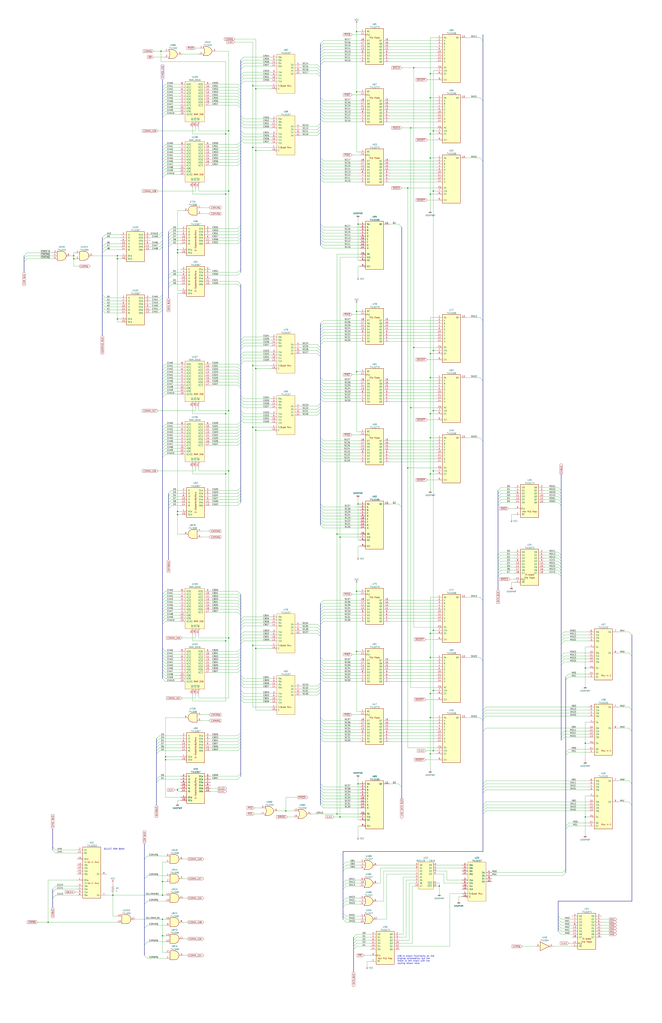
<source format=kicad_sch>
(kicad_sch (version 20230121) (generator eeschema)
  (paper "D" portrait)
  (title_block (title "TAITO SYSTEM SJ") (company "ANTON GALE"))
  (junction (at 346.71 344.17))
  (junction (at 287.02 689.61))
  (junction (at 193.04 110.49))
  (junction (at 363.22 369.57))
  (junction (at 344.17 158.75))
  (junction (at 62.23 218.44))
  (junction (at 284.48 687.07))
  (junction (at 300.99 77.47))
  (junction (at 190.5 541.02))
  (junction (at 363.22 585.47))
  (junction (at 137.16 789.94))
  (junction (at 190.5 400.05))
  (junction (at 302.26 189.23))
  (junction (at 215.9 547.37))
  (junction (at 215.9 311.15))
  (junction (at 287.02 453.39))
  (junction (at 363.22 133.35))
  (junction (at 365.76 346.71))
  (junction (at 99.06 269.24))
  (junction (at 139.7 638.81))
  (junction (at 190.5 349.25))
  (junction (at 302.26 661.67))
  (junction (at 349.25 293.37))
  (junction (at 365.76 633.73))
  (junction (at 149.86 431.8))
  (junction (at 363.22 349.25))
  (junction (at 215.9 74.93))
  (junction (at 190.5 113.03))
  (junction (at 363.22 636.27))
  (junction (at 215.9 127))
  (junction (at 62.23 215.9))
  (junction (at 149.86 434.34))
  (junction (at 284.48 450.85))
  (junction (at 193.04 161.29))
  (junction (at 213.36 308.61))
  (junction (at 363.22 82.55))
  (junction (at 346.71 107.95))
  (junction (at 365.76 532.13))
  (junction (at 300.99 26.67))
  (junction (at 99.06 215.9))
  (junction (at 365.76 161.29))
  (junction (at 302.26 425.45))
  (junction (at 344.17 394.97))
  (junction (at 363.22 554.99))
  (junction (at 149.86 213.36))
  (junction (at 149.86 210.82))
  (junction (at 300.99 313.69))
  (junction (at 363.22 318.77))
  (junction (at 149.86 666.75))
  (junction (at 363.22 605.79))
  (junction (at 193.04 538.48))
  (junction (at 137.16 755.65))
  (junction (at 349.25 57.15))
  (junction (at 300.99 262.89))
  (junction (at 40.64 778.51))
  (junction (at 363.22 62.23))
  (junction (at 99.06 218.44))
  (junction (at 365.76 110.49))
  (junction (at 213.36 360.68))
  (junction (at 135.89 43.18))
  (junction (at 213.36 124.46))
  (junction (at 363.22 534.67))
  (junction (at 300.99 499.11))
  (junction (at 213.36 72.39))
  (junction (at 95.25 755.65))
  (junction (at 365.76 582.93))
  (junction (at 139.7 641.35))
  (junction (at 193.04 397.51))
  (junction (at 190.5 163.83))
  (junction (at 193.04 346.71))
  (junction (at 363.22 400.05))
  (junction (at 241.3 684.53))
  (junction (at 363.22 163.83))
  (junction (at 494.03 563.88))
  (junction (at 137.16 744.22))
  (junction (at 137.16 775.97))
  (junction (at 370.84 748.03))
  (junction (at 494.03 689.61))
  (junction (at 363.22 298.45))
  (junction (at 213.36 544.83))
  (junction (at 300.99 549.91))
  (junction (at 494.03 627.38))
  (junction (at 365.76 295.91))
  (junction (at 365.76 397.51))
  (junction (at 363.22 113.03))
  (junction (at 215.9 363.22))
  (bus_entry (at 200.66 414.02) (size 2.54 -2.54))
  (bus_entry (at 422.91 478.79) (size -2.54 2.54))
  (bus_entry (at 205.74 100.33) (size -2.54 -2.54))
  (bus_entry (at 139.7 560.07) (size -2.54 -2.54))
  (bus_entry (at 471.17 416.56) (size 2.54 2.54))
  (bus_entry (at 405.13 605.79) (size 2.54 2.54))
  (bus_entry (at 410.21 596.9) (size -2.54 2.54))
  (bus_entry (at 205.74 538.48) (size -2.54 2.54))
  (bus_entry (at 471.17 478.79) (size 2.54 2.54))
  (bus_entry (at 200.66 132.08) (size 2.54 -2.54))
  (bus_entry (at 410.21 684.53) (size -2.54 2.54))
  (bus_entry (at 139.7 327.66) (size -2.54 2.54))
  (bus_entry (at 139.7 565.15) (size -2.54 -2.54))
  (bus_entry (at 139.7 332.74) (size -2.54 2.54))
  (bus_entry (at 336.55 425.45) (size 2.54 2.54))
  (bus_entry (at 200.66 124.46) (size 2.54 -2.54))
  (bus_entry (at 200.66 554.99) (size 2.54 -2.54))
  (bus_entry (at 273.05 49.53) (size -2.54 2.54))
  (bus_entry (at 134.62 655.32) (size -2.54 2.54))
  (bus_entry (at 200.66 232.41) (size 2.54 -2.54))
  (bus_entry (at 273.05 140.97) (size -2.54 -2.54))
  (bus_entry (at 422.91 473.71) (size -2.54 2.54))
  (bus_entry (at 124.46 781.05) (size -2.54 2.54))
  (bus_entry (at 422.91 468.63) (size -2.54 2.54))
  (bus_entry (at 292.1 763.27) (size -2.54 2.54))
  (bus_entry (at 474.98 739.14) (size 2.54 -2.54))
  (bus_entry (at 273.05 610.87) (size -2.54 -2.54))
  (bus_entry (at 46.99 750.57) (size -2.54 2.54))
  (bus_entry (at 200.66 129.54) (size 2.54 -2.54))
  (bus_entry (at 273.05 567.69) (size -2.54 -2.54))
  (bus_entry (at 530.86 596.9) (size 2.54 2.54))
  (bus_entry (at 473.71 783.59) (size -2.54 -2.54))
  (bus_entry (at 273.05 572.77) (size -2.54 -2.54))
  (bus_entry (at 144.78 419.1) (size -2.54 2.54))
  (bus_entry (at 144.78 229.87) (size -2.54 2.54))
  (bus_entry (at 134.62 626.11) (size -2.54 2.54))
  (bus_entry (at 476.25 535.94) (size -2.54 2.54))
  (bus_entry (at 205.74 354.33) (size -2.54 -2.54))
  (bus_entry (at 200.66 549.91) (size 2.54 -2.54))
  (bus_entry (at 273.05 87.63) (size -2.54 -2.54))
  (bus_entry (at 205.74 341.63) (size -2.54 -2.54))
  (bus_entry (at 88.9 261.62) (size -2.54 -2.54))
  (bus_entry (at 139.7 76.2) (size -2.54 2.54))
  (bus_entry (at 292.1 727.71) (size -2.54 2.54))
  (bus_entry (at 139.7 137.16) (size -2.54 2.54))
  (bus_entry (at 410.21 679.45) (size -2.54 2.54))
  (bus_entry (at 273.05 100.33) (size -2.54 -2.54))
  (bus_entry (at 267.97 59.69) (size 2.54 2.54))
  (bus_entry (at 476.25 533.4) (size -2.54 2.54))
  (bus_entry (at 139.7 78.74) (size -2.54 2.54))
  (bus_entry (at 471.17 473.71) (size 2.54 2.54))
  (bus_entry (at 144.78 203.2) (size -2.54 2.54))
  (bus_entry (at 200.66 424.18) (size 2.54 -2.54))
  (bus_entry (at 200.66 86.36) (size 2.54 2.54))
  (bus_entry (at 200.66 373.38) (size 2.54 -2.54))
  (bus_entry (at 273.05 44.45) (size -2.54 2.54))
  (bus_entry (at 200.66 552.45) (size 2.54 -2.54))
  (bus_entry (at 88.9 208.28) (size -2.54 2.54))
  (bus_entry (at 139.7 567.69) (size -2.54 -2.54))
  (bus_entry (at 139.7 312.42) (size -2.54 2.54))
  (bus_entry (at 139.7 575.31) (size -2.54 -2.54))
  (bus_entry (at 273.05 201.93) (size -2.54 -2.54))
  (bus_entry (at 139.7 524.51) (size -2.54 2.54))
  (bus_entry (at 200.66 76.2) (size 2.54 2.54))
  (bus_entry (at 410.21 604.52) (size -2.54 2.54))
  (bus_entry (at 139.7 96.52) (size -2.54 2.54))
  (bus_entry (at 205.74 292.1) (size -2.54 2.54))
  (bus_entry (at 200.66 193.04) (size 2.54 -2.54))
  (bus_entry (at 200.66 203.2) (size 2.54 -2.54))
  (bus_entry (at 139.7 142.24) (size -2.54 2.54))
  (bus_entry (at 473.71 775.97) (size -2.54 -2.54))
  (bus_entry (at 273.05 39.37) (size -2.54 2.54))
  (bus_entry (at 139.7 562.61) (size -2.54 -2.54))
  (bus_entry (at 273.05 273.05) (size -2.54 2.54))
  (bus_entry (at 476.25 617.22) (size -2.54 2.54))
  (bus_entry (at 205.74 541.02) (size -2.54 2.54))
  (bus_entry (at 205.74 535.94) (size -2.54 2.54))
  (bus_entry (at 273.05 34.29) (size -2.54 2.54))
  (bus_entry (at 273.05 138.43) (size -2.54 -2.54))
  (bus_entry (at 200.66 325.12) (size 2.54 2.54))
  (bus_entry (at 139.7 378.46) (size -2.54 2.54))
  (bus_entry (at 200.66 557.53) (size 2.54 -2.54))
  (bus_entry (at 205.74 118.11) (size -2.54 -2.54))
  (bus_entry (at 200.66 71.12) (size 2.54 2.54))
  (bus_entry (at 273.05 521.97) (size -2.54 2.54))
  (bus_entry (at 273.05 511.81) (size -2.54 2.54))
  (bus_entry (at 139.7 499.11) (size -2.54 2.54))
  (bus_entry (at 336.55 661.67) (size 2.54 2.54))
  (bus_entry (at 267.97 290.83) (size 2.54 2.54))
  (bus_entry (at 139.7 309.88) (size -2.54 2.54))
  (bus_entry (at 200.66 565.15) (size 2.54 -2.54))
  (bus_entry (at 88.9 251.46) (size -2.54 -2.54))
  (bus_entry (at 200.66 504.19) (size 2.54 2.54))
  (bus_entry (at 473.71 778.51) (size -2.54 -2.54))
  (bus_entry (at 139.7 91.44) (size -2.54 2.54))
  (bus_entry (at 273.05 285.75) (size -2.54 2.54))
  (bus_entry (at 200.66 200.66) (size 2.54 -2.54))
  (bus_entry (at 200.66 307.34) (size 2.54 2.54))
  (bus_entry (at 273.05 95.25) (size -2.54 -2.54))
  (bus_entry (at 139.7 516.89) (size -2.54 2.54))
  (bus_entry (at 139.7 370.84) (size -2.54 2.54))
  (bus_entry (at 139.7 132.08) (size -2.54 2.54))
  (bus_entry (at 205.74 105.41) (size -2.54 -2.54))
  (bus_entry (at 530.86 659.13) (size 2.54 2.54))
  (bus_entry (at 267.97 529.59) (size 2.54 2.54))
  (bus_entry (at 200.66 621.03) (size 2.54 -2.54))
  (bus_entry (at 46.99 748.03) (size -2.54 2.54))
  (bus_entry (at 124.46 722.63) (size -2.54 2.54))
  (bus_entry (at 273.05 379.73) (size -2.54 -2.54))
  (bus_entry (at 139.7 570.23) (size -2.54 -2.54))
  (bus_entry (at 273.05 389.89) (size -2.54 -2.54))
  (bus_entry (at 144.78 240.03) (size -2.54 2.54))
  (bus_entry (at 205.74 287.02) (size -2.54 2.54))
  (bus_entry (at 200.66 421.64) (size 2.54 -2.54))
  (bus_entry (at 422.91 476.25) (size -2.54 2.54))
  (bus_entry (at 405.13 369.57) (size 2.54 2.54))
  (bus_entry (at 273.05 153.67) (size -2.54 -2.54))
  (bus_entry (at 139.7 73.66) (size -2.54 2.54))
  (bus_entry (at 273.05 669.29) (size -2.54 -2.54))
  (bus_entry (at 267.97 298.45) (size 2.54 2.54))
  (bus_entry (at 134.62 633.73) (size -2.54 2.54))
  (bus_entry (at 200.66 370.84) (size 2.54 -2.54))
  (bus_entry (at 476.25 541.02) (size -2.54 2.54))
  (bus_entry (at 139.7 501.65) (size -2.54 2.54))
  (bus_entry (at 144.78 416.56) (size -2.54 2.54))
  (bus_entry (at 205.74 585.47) (size -2.54 -2.54))
  (bus_entry (at 200.66 560.07) (size 2.54 -2.54))
  (bus_entry (at 205.74 68.58) (size -2.54 2.54))
  (bus_entry (at 267.97 586.74) (size 2.54 -2.54))
  (bus_entry (at 200.66 514.35) (size 2.54 2.54))
  (bus_entry (at 476.25 556.26) (size -2.54 2.54))
  (bus_entry (at 273.05 196.85) (size -2.54 -2.54))
  (bus_entry (at 476.25 553.72) (size -2.54 2.54))
  (bus_entry (at 292.1 732.79) (size -2.54 2.54))
  (bus_entry (at 134.62 259.08) (size 2.54 -2.54))
  (bus_entry (at 273.05 275.59) (size -2.54 2.54))
  (bus_entry (at 273.05 615.95) (size -2.54 -2.54))
  (bus_entry (at 273.05 608.33) (size -2.54 -2.54))
  (bus_entry (at 267.97 109.22) (size 2.54 -2.54))
  (bus_entry (at 139.7 83.82) (size -2.54 2.54))
  (bus_entry (at 200.66 655.32) (size 2.54 -2.54))
  (bus_entry (at 410.21 599.44) (size -2.54 2.54))
  (bus_entry (at 267.97 532.13) (size 2.54 2.54))
  (bus_entry (at 410.21 664.21) (size -2.54 2.54))
  (bus_entry (at 205.74 50.8) (size -2.54 2.54))
  (bus_entry (at 88.9 210.82) (size -2.54 2.54))
  (bus_entry (at 200.66 368.3) (size 2.54 -2.54))
  (bus_entry (at 205.74 525.78) (size -2.54 2.54))
  (bus_entry (at 267.97 114.3) (size 2.54 -2.54))
  (bus_entry (at 405.13 133.35) (size 2.54 2.54))
  (bus_entry (at 200.66 509.27) (size 2.54 2.54))
  (bus_entry (at 134.62 264.16) (size 2.54 -2.54))
  (bus_entry (at 134.62 631.19) (size -2.54 2.54))
  (bus_entry (at 273.05 331.47) (size -2.54 -2.54))
  (bus_entry (at 273.05 372.11) (size -2.54 -2.54))
  (bus_entry (at 144.78 414.02) (size -2.54 2.54))
  (bus_entry (at 139.7 121.92) (size -2.54 2.54))
  (bus_entry (at 292.1 748.03) (size -2.54 2.54))
  (bus_entry (at 273.05 36.83) (size -2.54 2.54))
  (bus_entry (at 200.66 121.92) (size 2.54 -2.54))
  (bus_entry (at 139.7 557.53) (size -2.54 -2.54))
  (bus_entry (at 473.71 781.05) (size -2.54 -2.54))
  (bus_entry (at 273.05 509.27) (size -2.54 2.54))
  (bus_entry (at 205.74 297.18) (size -2.54 2.54))
  (bus_entry (at 273.05 674.37) (size -2.54 -2.54))
  (bus_entry (at 471.17 411.48) (size 2.54 2.54))
  (bus_entry (at 200.66 320.04) (size 2.54 2.54))
  (bus_entry (at 480.06 571.5) (size -2.54 2.54))
  (bus_entry (at 205.74 528.32) (size -2.54 2.54))
  (bus_entry (at 205.74 113.03) (size -2.54 -2.54))
  (bus_entry (at 273.05 323.85) (size -2.54 -2.54))
  (bus_entry (at 205.74 284.48) (size -2.54 2.54))
  (bus_entry (at 124.46 739.14) (size -2.54 2.54))
  (bus_entry (at 273.05 204.47) (size -2.54 -2.54))
  (bus_entry (at 422.91 471.17) (size -2.54 2.54))
  (bus_entry (at 273.05 433.07) (size -2.54 -2.54))
  (bus_entry (at 139.7 134.62) (size -2.54 2.54))
  (bus_entry (at 134.62 210.82) (size 2.54 -2.54))
  (bus_entry (at 267.97 345.44) (size 2.54 -2.54))
  (bus_entry (at 144.78 200.66) (size -2.54 2.54))
  (bus_entry (at 267.97 111.76) (size 2.54 -2.54))
  (bus_entry (at 139.7 127) (size -2.54 2.54))
  (bus_entry (at 200.66 198.12) (size 2.54 -2.54))
  (bus_entry (at 267.97 57.15) (size 2.54 2.54))
  (bus_entry (at 530.86 614.68) (size 2.54 2.54))
  (bus_entry (at 134.62 621.03) (size -2.54 2.54))
  (bus_entry (at 422.91 414.02) (size -2.54 2.54))
  (bus_entry (at 139.7 519.43) (size -2.54 2.54))
  (bus_entry (at 139.7 81.28) (size -2.54 2.54))
  (bus_entry (at 139.7 147.32) (size -2.54 2.54))
  (bus_entry (at 139.7 88.9) (size -2.54 2.54))
  (bus_entry (at 300.99 798.83) (size -2.54 2.54))
  (bus_entry (at 139.7 514.35) (size -2.54 2.54))
  (bus_entry (at 292.1 775.97) (size -2.54 -2.54))
  (bus_entry (at 267.97 54.61) (size 2.54 2.54))
  (bus_entry (at 476.25 551.18) (size -2.54 2.54))
  (bus_entry (at 139.7 552.45) (size -2.54 -2.54))
  (bus_entry (at 200.66 88.9) (size 2.54 2.54))
  (bus_entry (at 134.62 256.54) (size 2.54 -2.54))
  (bus_entry (at 205.74 120.65) (size -2.54 -2.54))
  (bus_entry (at 139.7 325.12) (size -2.54 2.54))
  (bus_entry (at 471.17 476.25) (size 2.54 2.54))
  (bus_entry (at 200.66 633.73) (size 2.54 -2.54))
  (bus_entry (at 273.05 671.83) (size -2.54 -2.54))
  (bus_entry (at 200.66 81.28) (size 2.54 2.54))
  (bus_entry (at 273.05 623.57) (size -2.54 -2.54))
  (bus_entry (at 273.05 681.99) (size -2.54 -2.54))
  (bus_entry (at 273.05 570.23) (size -2.54 -2.54))
  (bus_entry (at 200.66 511.81) (size 2.54 2.54))
  (bus_entry (at 267.97 347.98) (size 2.54 -2.54))
  (bus_entry (at 144.78 193.04) (size -2.54 2.54))
  (bus_entry (at 205.74 53.34) (size -2.54 2.54))
  (bus_entry (at 134.62 200.66) (size 2.54 -2.54))
  (bus_entry (at 144.78 205.74) (size -2.54 2.54))
  (bus_entry (at 200.66 567.69) (size 2.54 -2.54))
  (bus_entry (at 139.7 93.98) (size -2.54 2.54))
  (bus_entry (at 273.05 146.05) (size -2.54 -2.54))
  (bus_entry (at 134.62 623.57) (size -2.54 2.54))
  (bus_entry (at 273.05 90.17) (size -2.54 -2.54))
  (bus_entry (at 200.66 360.68) (size 2.54 -2.54))
  (bus_entry (at 200.66 375.92) (size 2.54 -2.54))
  (bus_entry (at 205.74 351.79) (size -2.54 -2.54))
  (bus_entry (at 471.17 414.02) (size 2.54 2.54))
  (bus_entry (at 205.74 299.72) (size -2.54 2.54))
  (bus_entry (at 139.7 129.54) (size -2.54 2.54))
  (bus_entry (at 267.97 106.68) (size 2.54 -2.54))
  (bus_entry (at 144.78 232.41) (size -2.54 2.54))
  (bus_entry (at 144.78 198.12) (size -2.54 2.54))
  (bus_entry (at 480.06 568.96) (size -2.54 2.54))
  (bus_entry (at 471.17 483.87) (size 2.54 2.54))
  (bus_entry (at 273.05 97.79) (size -2.54 -2.54))
  (bus_entry (at 267.97 295.91) (size 2.54 2.54))
  (bus_entry (at 273.05 387.35) (size -2.54 -2.54))
  (bus_entry (at 273.05 506.73) (size -2.54 2.54))
  (bus_entry (at 273.05 524.51) (size -2.54 2.54))
  (bus_entry (at 88.9 205.74) (size -2.54 2.54))
  (bus_entry (at 273.05 676.91) (size -2.54 -2.54))
  (bus_entry (at 273.05 191.77) (size -2.54 -2.54))
  (bus_entry (at 422.91 466.09) (size -2.54 2.54))
  (bus_entry (at 139.7 509.27) (size -2.54 2.54))
  (bus_entry (at 476.25 622.3) (size -2.54 2.54))
  (bus_entry (at 139.7 572.77) (size -2.54 -2.54))
  (bus_entry (at 144.78 421.64) (size -2.54 2.54))
  (bus_entry (at 144.78 426.72) (size -2.54 2.54))
  (bus_entry (at 205.74 55.88) (size -2.54 2.54))
  (bus_entry (at 139.7 511.81) (size -2.54 2.54))
  (bus_entry (at 200.66 73.66) (size 2.54 2.54))
  (bus_entry (at 267.97 527.05) (size 2.54 2.54))
  (bus_entry (at 273.05 382.27) (size -2.54 -2.54))
  (bus_entry (at 422.91 411.48) (size -2.54 2.54))
  (bus_entry (at 46.99 755.65) (size -2.54 2.54))
  (bus_entry (at 205.74 575.31) (size -2.54 -2.54))
  (bus_entry (at 139.7 368.3) (size -2.54 2.54))
  (bus_entry (at 471.17 466.09) (size 2.54 2.54))
  (bus_entry (at 273.05 562.61) (size -2.54 -2.54))
  (bus_entry (at 476.25 558.8) (size -2.54 2.54))
  (bus_entry (at 267.97 342.9) (size 2.54 -2.54))
  (bus_entry (at 273.05 280.67) (size -2.54 2.54))
  (bus_entry (at 405.13 504.19) (size 2.54 2.54))
  (bus_entry (at 273.05 85.09) (size -2.54 -2.54))
  (bus_entry (at 139.7 317.5) (size -2.54 2.54))
  (bus_entry (at 273.05 339.09) (size -2.54 -2.54))
  (bus_entry (at 139.7 307.34) (size -2.54 2.54))
  (bus_entry (at 205.74 289.56) (size -2.54 2.54))
  (bus_entry (at 410.21 659.13) (size -2.54 2.54))
  (bus_entry (at 273.05 438.15) (size -2.54 -2.54))
  (bus_entry (at 134.62 628.65) (size -2.54 2.54))
  (bus_entry (at 200.66 365.76) (size 2.54 -2.54))
  (bus_entry (at 200.66 516.89) (size 2.54 2.54))
  (bus_entry (at 273.05 46.99) (size -2.54 2.54))
  (bus_entry (at 205.74 66.04) (size -2.54 2.54))
  (bus_entry (at 292.1 742.95) (size -2.54 2.54))
  (bus_entry (at 273.05 557.53) (size -2.54 -2.54))
  (bus_entry (at 267.97 584.2) (size 2.54 -2.54))
  (bus_entry (at 410.21 601.98) (size -2.54 2.54))
  (bus_entry (at 530.86 676.91) (size 2.54 2.54))
  (bus_entry (at 144.78 424.18) (size -2.54 2.54))
  (bus_entry (at 273.05 326.39) (size -2.54 -2.54))
  (bus_entry (at 273.05 92.71) (size -2.54 -2.54))
  (bus_entry (at 273.05 143.51) (size -2.54 -2.54))
  (bus_entry (at 200.66 562.61) (size 2.54 -2.54))
  (bus_entry (at 267.97 534.67) (size 2.54 2.54))
  (bus_entry (at 88.9 256.54) (size -2.54 -2.54))
  (bus_entry (at 124.46 808.99) (size -2.54 -2.54))
  (bus_entry (at 480.06 635) (size -2.54 2.54))
  (bus_entry (at 422.91 483.87) (size -2.54 2.54))
  (bus_entry (at 139.7 322.58) (size -2.54 2.54))
  (bus_entry (at 273.05 445.77) (size -2.54 -2.54))
  (bus_entry (at 200.66 139.7) (size 2.54 -2.54))
  (bus_entry (at 200.66 312.42) (size 2.54 2.54))
  (bus_entry (at 200.66 127) (size 2.54 -2.54))
  (bus_entry (at 88.9 264.16) (size -2.54 -2.54))
  (bus_entry (at 205.74 60.96) (size -2.54 2.54))
  (bus_entry (at 480.06 632.46) (size -2.54 2.54))
  (bus_entry (at 134.62 198.12) (size 2.54 -2.54))
  (bus_entry (at 273.05 519.43) (size -2.54 2.54))
  (bus_entry (at 205.74 339.09) (size -2.54 -2.54))
  (bus_entry (at 200.66 501.65) (size 2.54 2.54))
  (bus_entry (at 273.05 278.13) (size -2.54 2.54))
  (bus_entry (at 273.05 560.07) (size -2.54 -2.54))
  (bus_entry (at 471.17 468.63) (size 2.54 2.54))
  (bus_entry (at 480.06 697.23) (size -2.54 2.54))
  (bus_entry (at 139.7 504.19) (size -2.54 2.54))
  (bus_entry (at 267.97 62.23) (size 2.54 2.54))
  (bus_entry (at 144.78 237.49) (size -2.54 2.54))
  (bus_entry (at 273.05 666.75) (size -2.54 -2.54))
  (bus_entry (at 124.46 760.73) (size -2.54 2.54))
  (bus_entry (at 88.9 200.66) (size -2.54 2.54))
  (bus_entry (at 200.66 358.14) (size 2.54 -2.54))
  (bus_entry (at 292.1 760.73) (size -2.54 2.54))
  (bus_entry (at 134.62 657.86) (size -2.54 2.54))
  (bus_entry (at 267.97 581.66) (size 2.54 -2.54))
  (bus_entry (at 139.7 124.46) (size -2.54 2.54))
  (bus_entry (at 44.45 715.01) (size 2.54 2.54))
  (bus_entry (at 44.45 717.55) (size 2.54 2.54))
  (bus_entry (at 139.7 360.68) (size -2.54 2.54))
  (bus_entry (at 200.66 137.16) (size 2.54 -2.54))
  (bus_entry (at 134.62 205.74) (size 2.54 -2.54))
  (bus_entry (at 205.74 590.55) (size -2.54 -2.54))
  (bus_entry (at 200.66 322.58) (size 2.54 2.54))
  (bus_entry (at 134.62 254) (size 2.54 -2.54))
  (bus_entry (at 273.05 288.29) (size -2.54 2.54))
  (bus_entry (at 205.74 577.85) (size -2.54 -2.54))
  (bus_entry (at 200.66 626.11) (size 2.54 -2.54))
  (bus_entry (at 144.78 195.58) (size -2.54 2.54))
  (bus_entry (at 139.7 521.97) (size -2.54 2.54))
  (bus_entry (at 205.74 523.24) (size -2.54 2.54))
  (bus_entry (at 405.13 82.55) (size 2.54 2.54))
  (bus_entry (at 139.7 554.99) (size -2.54 -2.54))
  (bus_entry (at 205.74 533.4) (size -2.54 2.54))
  (bus_entry (at 139.7 330.2) (size -2.54 2.54))
  (bus_entry (at 273.05 565.15) (size -2.54 -2.54))
  (bus_entry (at 273.05 377.19) (size -2.54 -2.54))
  (bus_entry (at 292.1 745.49) (size -2.54 2.54))
  (bus_entry (at 273.05 443.23) (size -2.54 -2.54))
  (bus_entry (at 139.7 381) (size -2.54 2.54))
  (bus_entry (at 139.7 506.73) (size -2.54 2.54))
  (bus_entry (at 474.98 736.6) (size 2.54 -2.54))
  (bus_entry (at 273.05 283.21) (size -2.54 2.54))
  (bus_entry (at 267.97 579.12) (size 2.54 -2.54))
  (bus_entry (at 273.05 207.01) (size -2.54 -2.54))
  (bus_entry (at 473.71 788.67) (size -2.54 -2.54))
  (bus_entry (at 273.05 613.41) (size -2.54 -2.54))
  (bus_entry (at 273.05 427.99) (size -2.54 -2.54))
  (bus_entry (at 267.97 293.37) (size 2.54 2.54))
  (bus_entry (at 273.05 440.69) (size -2.54 -2.54))
  (bus_entry (at 200.66 240.03) (size 2.54 2.54))
  (bus_entry (at 422.91 424.18) (size -2.54 2.54))
  (bus_entry (at 410.21 666.75) (size -2.54 2.54))
  (bus_entry (at 205.74 344.17) (size -2.54 -2.54))
  (bus_entry (at 205.74 593.09) (size -2.54 -2.54))
  (bus_entry (at 200.66 506.73) (size 2.54 2.54))
  (bus_entry (at 273.05 52.07) (size -2.54 2.54))
  (bus_entry (at 200.66 317.5) (size 2.54 2.54))
  (bus_entry (at 200.66 363.22) (size 2.54 -2.54))
  (bus_entry (at 139.7 86.36) (size -2.54 2.54))
  (bus_entry (at 200.66 314.96) (size 2.54 2.54))
  (bus_entry (at 471.17 421.64) (size 2.54 2.54))
  (bus_entry (at 205.74 349.25) (size -2.54 -2.54))
  (bus_entry (at 273.05 618.49) (size -2.54 -2.54))
  (bus_entry (at 405.13 267.97) (size 2.54 2.54))
  (bus_entry (at 300.99 791.21) (size -2.54 2.54))
  (bus_entry (at 200.66 623.57) (size 2.54 -2.54))
  (bus_entry (at 200.66 237.49) (size 2.54 2.54))
  (bus_entry (at 22.86 215.9) (size -2.54 2.54))
  (bus_entry (at 471.17 419.1) (size 2.54 2.54))
  (bus_entry (at 410.21 676.91) (size -2.54 2.54))
  (bus_entry (at 200.66 499.11) (size 2.54 2.54))
  (bus_entry (at 471.17 471.17) (size 2.54 2.54))
  (bus_entry (at 205.74 520.7) (size -2.54 2.54))
  (bus_entry (at 476.25 619.76) (size -2.54 2.54))
  (bus_entry (at 22.86 218.44) (size -2.54 2.54))
  (bus_entry (at 205.74 115.57) (size -2.54 -2.54))
  (bus_entry (at 336.55 189.23) (size 2.54 2.54))
  (bus_entry (at 200.66 195.58) (size 2.54 -2.54))
  (bus_entry (at 134.62 251.46) (size 2.54 -2.54))
  (bus_entry (at 473.71 786.13) (size -2.54 -2.54))
  (bus_entry (at 292.1 773.43) (size -2.54 -2.54))
  (bus_entry (at 273.05 336.55) (size -2.54 -2.54))
  (bus_entry (at 273.05 194.31) (size -2.54 -2.54))
  (bus_entry (at 422.91 421.64) (size -2.54 2.54))
  (bus_entry (at 205.74 48.26) (size -2.54 2.54))
  (bus_entry (at 273.05 151.13) (size -2.54 -2.54))
  (bus_entry (at 273.05 199.39) (size -2.54 -2.54))
  (bus_entry (at 292.1 730.25) (size -2.54 2.54))
  (bus_entry (at 134.62 261.62) (size 2.54 -2.54))
  (bus_entry (at 273.05 516.89) (size -2.54 2.54))
  (bus_entry (at 273.05 321.31) (size -2.54 -2.54))
  (bus_entry (at 476.25 538.48) (size -2.54 2.54))
  (bus_entry (at 205.74 336.55) (size -2.54 -2.54))
  (bus_entry (at 422.91 416.56) (size -2.54 2.54))
  (bus_entry (at 292.1 778.51) (size -2.54 -2.54))
  (bus_entry (at 139.7 314.96) (size -2.54 2.54))
  (bus_entry (at 410.21 681.99) (size -2.54 2.54))
  (bus_entry (at 139.7 383.54) (size -2.54 2.54))
  (bus_entry (at 139.7 358.14) (size -2.54 2.54))
  (bus_entry (at 273.05 621.03) (size -2.54 -2.54))
  (bus_entry (at 139.7 365.76) (size -2.54 2.54))
  (bus_entry (at 273.05 514.35) (size -2.54 2.54))
  (bus_entry (at 88.9 254) (size -2.54 -2.54))
  (bus_entry (at 200.66 416.56) (size 2.54 -2.54))
  (bus_entry (at 124.46 795.02) (size -2.54 2.54))
  (bus_entry (at 300.99 788.67) (size -2.54 2.54))
  (bus_entry (at 200.66 83.82) (size 2.54 2.54))
  (bus_entry (at 422.91 481.33) (size -2.54 2.54))
  (bus_entry (at 273.05 374.65) (size -2.54 -2.54))
  (bus_entry (at 273.05 328.93) (size -2.54 -2.54))
  (bus_entry (at 205.74 356.87) (size -2.54 -2.54))
  (bus_entry (at 273.05 209.55) (size -2.54 -2.54))
  (bus_entry (at 205.74 572.77) (size -2.54 -2.54))
  (bus_entry (at 139.7 71.12) (size -2.54 2.54))
  (bus_entry (at 200.66 426.72) (size 2.54 -2.54))
  (bus_entry (at 88.9 198.12) (size -2.54 2.54))
  (bus_entry (at 410.21 661.67) (size -2.54 2.54))
  (bus_entry (at 205.74 304.8) (size -2.54 2.54))
  (bus_entry (at 139.7 375.92) (size -2.54 2.54))
  (bus_entry (at 273.05 102.87) (size -2.54 -2.54))
  (bus_entry (at 273.05 575.31) (size -2.54 -2.54))
  (bus_entry (at 139.7 139.7) (size -2.54 2.54))
  (bus_entry (at 530.86 533.4) (size 2.54 2.54))
  (bus_entry (at 480.06 694.69) (size -2.54 2.54))
  (bus_entry (at 200.66 134.62) (size 2.54 -2.54))
  (bus_entry (at 139.7 144.78) (size -2.54 2.54))
  (bus_entry (at 273.05 334.01) (size -2.54 -2.54))
  (bus_entry (at 205.74 580.39) (size -2.54 -2.54))
  (bus_entry (at 300.99 793.75) (size -2.54 2.54))
  (bus_entry (at 410.21 614.68) (size -2.54 2.54))
  (bus_entry (at 200.66 419.1) (size 2.54 -2.54))
  (bus_entry (at 205.74 302.26) (size -2.54 2.54))
  (bus_entry (at 139.7 363.22) (size -2.54 2.54))
  (bus_entry (at 471.17 424.18) (size 2.54 2.54))
  (bus_entry (at 273.05 384.81) (size -2.54 -2.54))
  (bus_entry (at 22.86 213.36) (size -2.54 2.54))
  (bus_entry (at 205.74 588.01) (size -2.54 -2.54))
  (bus_entry (at 273.05 270.51) (size -2.54 2.54))
  (bus_entry (at 273.05 679.45) (size -2.54 -2.54))
  (bus_entry (at 273.05 135.89) (size -2.54 -2.54))
  (bus_entry (at 200.66 631.19) (size 2.54 -2.54))
  (bus_entry (at 200.66 78.74) (size 2.54 2.54))
  (bus_entry (at 200.66 205.74) (size 2.54 -2.54))
  (bus_entry (at 205.74 107.95) (size -2.54 -2.54))
  (bus_entry (at 267.97 350.52) (size 2.54 -2.54))
  (bus_entry (at 273.05 626.11) (size -2.54 -2.54))
  (bus_entry (at 273.05 148.59) (size -2.54 -2.54))
  (bus_entry (at 273.05 41.91) (size -2.54 2.54))
  (bus_entry (at 422.91 419.1) (size -2.54 2.54))
  (bus_entry (at 139.7 549.91) (size -2.54 -2.54))
  (bus_entry (at 471.17 481.33) (size 2.54 2.54))
  (bus_entry (at 273.05 430.53) (size -2.54 -2.54))
  (bus_entry (at 273.05 435.61) (size -2.54 -2.54))
  (bus_entry (at 405.13 318.77) (size 2.54 2.54))
  (bus_entry (at 88.9 259.08) (size -2.54 -2.54))
  (bus_entry (at 205.74 63.5) (size -2.54 2.54))
  (bus_entry (at 205.74 102.87) (size -2.54 -2.54))
  (bus_entry (at 134.62 208.28) (size 2.54 -2.54))
  (bus_entry (at 300.99 796.29) (size -2.54 2.54))
  (bus_entry (at 405.13 31.75) (size 2.54 2.54))
  (bus_entry (at 292.1 758.19) (size -2.54 2.54))
  (bus_entry (at 200.66 309.88) (size 2.54 2.54))
  (bus_entry (at 405.13 554.99) (size 2.54 2.54))
  (bus_entry (at 200.66 628.65) (size 2.54 -2.54))
  (bus_entry (at 200.66 657.86) (size 2.54 -2.54))
  (bus_entry (at 273.05 664.21) (size -2.54 -2.54))
  (bus_entry (at 139.7 373.38) (size -2.54 2.54))
  (bus_entry (at 139.7 320.04) (size -2.54 2.54))
  (bus_entry (at 200.66 229.87) (size 2.54 -2.54))
  (bus_entry (at 530.86 551.18) (size 2.54 2.54))
  (bus (pts (xy 270.51 275.59) (xy 270.51 273.05)))
  (bus (pts (xy 203.2 414.02) (xy 203.2 416.56)))
  (bus (pts (xy 407.67 135.89) (xy 407.67 270.51)))
  (wire (pts (xy 303.53 430.53) (xy 273.05 430.53)))
  (bus (pts (xy 203.2 514.35) (xy 203.2 516.89)))
  (wire (pts (xy 88.9 256.54) (xy 101.6 256.54)))
  (bus (pts (xy 270.51 143.51) (xy 270.51 146.05)))
  (wire (pts (xy 139.7 139.7) (xy 151.13 139.7)))
  (wire (pts (xy 300.99 313.69) (xy 303.53 313.69)))
  (bus (pts (xy 203.2 557.53) (xy 203.2 554.99)))
  (wire (pts (xy 177.8 73.66) (xy 200.66 73.66)))
  (wire (pts (xy 368.3 748.03) (xy 370.84 748.03)))
  (wire (pts (xy 139.7 641.35) (xy 152.4 641.35)))
  (bus (pts (xy 473.71 468.63) (xy 473.71 471.17)))
  (wire (pts (xy 149.86 177.8) (xy 149.86 210.82)))
  (wire (pts (xy 328.93 572.77) (xy 368.3 572.77)))
  (wire (pts (xy 363.22 349.25) (xy 363.22 369.57)))
  (bus (pts (xy 420.37 486.41) (xy 420.37 497.84)))
  (bus (pts (xy 270.51 189.23) (xy 270.51 191.77)))
  (wire (pts (xy 328.93 334.01) (xy 368.3 334.01)))
  (wire (pts (xy 328.93 49.53) (xy 368.3 49.53)))
  (bus (pts (xy 270.51 671.83) (xy 270.51 674.37)))
  (wire (pts (xy 303.53 36.83) (xy 273.05 36.83)))
  (wire (pts (xy 303.53 49.53) (xy 273.05 49.53)))
  (wire (pts (xy 393.7 318.77) (xy 405.13 318.77)))
  (wire (pts (xy 177.8 628.65) (xy 200.66 628.65)))
  (wire (pts (xy 496.57 571.5) (xy 480.06 571.5)))
  (wire (pts (xy 508 775.97) (xy 514.35 775.97)))
  (wire (pts (xy 328.93 425.45) (xy 336.55 425.45)))
  (wire (pts (xy 303.53 565.15) (xy 273.05 565.15)))
  (bus (pts (xy 203.2 334.01) (xy 203.2 336.55)))
  (wire (pts (xy 303.53 148.59) (xy 273.05 148.59)))
  (bus (pts (xy 270.51 283.21) (xy 270.51 280.67)))
  (wire (pts (xy 339.09 107.95) (xy 346.71 107.95)))
  (bus (pts (xy 473.71 541.02) (xy 473.71 543.56)))
  (wire (pts (xy 339.09 158.75) (xy 344.17 158.75)))
  (wire (pts (xy 494.03 671.83) (xy 494.03 689.61)))
  (bus (pts (xy 289.56 735.33) (xy 289.56 745.49)))
  (bus (pts (xy 203.2 227.33) (xy 203.2 229.87)))
  (bus (pts (xy 270.51 44.45) (xy 270.51 41.91)))
  (wire (pts (xy 154.94 806.45) (xy 158.75 806.45)))
  (wire (pts (xy 228.6 577.85) (xy 205.74 577.85)))
  (wire (pts (xy 144.78 193.04) (xy 152.4 193.04)))
  (wire (pts (xy 328.93 339.09) (xy 368.3 339.09)))
  (wire (pts (xy 177.8 132.08) (xy 200.66 132.08)))
  (wire (pts (xy 228.6 344.17) (xy 205.74 344.17)))
  (wire (pts (xy 312.42 793.75) (xy 300.99 793.75)))
  (wire (pts (xy 328.93 608.33) (xy 368.3 608.33)))
  (bus (pts (xy 420.37 419.1) (xy 420.37 421.64)))
  (wire (pts (xy 496.57 546.1) (xy 494.03 546.1)))
  (wire (pts (xy 177.8 511.81) (xy 200.66 511.81)))
  (bus (pts (xy 203.2 511.81) (xy 203.2 514.35)))
  (wire (pts (xy 459.74 414.02) (xy 471.17 414.02)))
  (wire (pts (xy 228.6 292.1) (xy 205.74 292.1)))
  (bus (pts (xy 203.2 302.26) (xy 203.2 304.8)))
  (bus (pts (xy 298.45 791.21) (xy 298.45 793.75)))
  (wire (pts (xy 228.6 354.33) (xy 205.74 354.33)))
  (wire (pts (xy 365.76 161.29) (xy 365.76 110.49)))
  (wire (pts (xy 99.06 218.44) (xy 99.06 269.24)))
  (wire (pts (xy 328.93 377.19) (xy 368.3 377.19)))
  (wire (pts (xy 363.22 605.79) (xy 363.22 636.27)))
  (wire (pts (xy 496.57 599.44) (xy 410.21 599.44)))
  (wire (pts (xy 326.39 737.87) (xy 350.52 737.87)))
  (wire (pts (xy 133.35 397.51) (xy 165.1 397.51)))
  (wire (pts (xy 254 532.13) (xy 267.97 532.13)))
  (wire (pts (xy 365.76 532.13) (xy 368.3 532.13)))
  (bus (pts (xy 137.16 383.54) (xy 137.16 386.08)))
  (bus (pts (xy 132.08 626.11) (xy 132.08 628.65)))
  (wire (pts (xy 228.6 53.34) (xy 205.74 53.34)))
  (wire (pts (xy 302.26 425.45) (xy 302.26 420.37)))
  (wire (pts (xy 303.53 97.79) (xy 273.05 97.79)))
  (bus (pts (xy 137.16 560.07) (xy 137.16 557.53)))
  (wire (pts (xy 300.99 26.67) (xy 300.99 77.47)))
  (wire (pts (xy 78.74 215.9) (xy 99.06 215.9)))
  (bus (pts (xy 142.24 419.1) (xy 142.24 421.64)))
  (bus (pts (xy 270.51 196.85) (xy 270.51 199.39)))
  (wire (pts (xy 177.8 562.61) (xy 200.66 562.61)))
  (wire (pts (xy 190.5 541.02) (xy 190.5 591.82)))
  (bus (pts (xy 270.51 618.49) (xy 270.51 621.03)))
  (bus (pts (xy 270.51 278.13) (xy 270.51 275.59)))
  (bus (pts (xy 270.51 369.57) (xy 270.51 372.11)))
  (bus (pts (xy 339.09 427.99) (xy 339.09 664.21)))
  (bus (pts (xy 137.16 511.81) (xy 137.16 514.35)))
  (bus (pts (xy 533.4 679.45) (xy 533.4 760.73)))
  (bus (pts (xy 203.2 549.91) (xy 203.2 552.45)))
  (wire (pts (xy 215.9 547.37) (xy 215.9 599.44)))
  (wire (pts (xy 134.62 210.82) (xy 127 210.82)))
  (bus (pts (xy 203.2 575.31) (xy 203.2 577.85)))
  (bus (pts (xy 270.51 521.97) (xy 270.51 519.43)))
  (wire (pts (xy 496.57 666.75) (xy 410.21 666.75)))
  (wire (pts (xy 496.57 609.6) (xy 494.03 609.6)))
  (wire (pts (xy 415.29 739.14) (xy 474.98 739.14)))
  (wire (pts (xy 297.18 130.81) (xy 303.53 130.81)))
  (wire (pts (xy 213.36 72.39) (xy 213.36 124.46)))
  (wire (pts (xy 387.35 756.92) (xy 387.35 760.73)))
  (wire (pts (xy 228.6 289.56) (xy 205.74 289.56)))
  (bus (pts (xy 137.16 195.58) (xy 137.16 198.12)))
  (wire (pts (xy 251.46 673.1) (xy 241.3 673.1)))
  (bus (pts (xy 203.2 355.6) (xy 203.2 358.14)))
  (wire (pts (xy 359.41 641.35) (xy 368.3 641.35)))
  (bus (pts (xy 137.16 91.44) (xy 137.16 93.98)))
  (bus (pts (xy 203.2 525.78) (xy 203.2 528.32)))
  (wire (pts (xy 162.56 349.25) (xy 190.5 349.25)))
  (bus (pts (xy 132.08 623.57) (xy 132.08 626.11)))
  (wire (pts (xy 297.18 80.01) (xy 303.53 80.01)))
  (wire (pts (xy 363.22 369.57) (xy 363.22 400.05)))
  (bus (pts (xy 137.16 549.91) (xy 137.16 552.45)))
  (bus (pts (xy 121.92 763.27) (xy 121.92 783.59)))
  (bus (pts (xy 142.24 416.56) (xy 142.24 419.1)))
  (wire (pts (xy 177.8 370.84) (xy 200.66 370.84)))
  (bus (pts (xy 137.16 565.15) (xy 137.16 562.61)))
  (wire (pts (xy 153.67 538.48) (xy 165.1 538.48)))
  (bus (pts (xy 203.2 501.65) (xy 203.2 504.19)))
  (bus (pts (xy 142.24 426.72) (xy 142.24 429.26)))
  (wire (pts (xy 482.6 788.67) (xy 473.71 788.67)))
  (wire (pts (xy 494.03 546.1) (xy 494.03 563.88)))
  (wire (pts (xy 494.03 689.61) (xy 494.03 704.85)))
  (bus (pts (xy 132.08 631.19) (xy 132.08 633.73)))
  (wire (pts (xy 303.53 283.21) (xy 273.05 283.21)))
  (bus (pts (xy 270.51 387.35) (xy 270.51 425.45)))
  (bus (pts (xy 203.2 411.48) (xy 203.2 414.02)))
  (bus (pts (xy 270.51 54.61) (xy 270.51 57.15)))
  (wire (pts (xy 363.22 62.23) (xy 368.3 62.23)))
  (wire (pts (xy 521.97 659.13) (xy 530.86 659.13)))
  (wire (pts (xy 190.5 113.03) (xy 190.5 52.07)))
  (wire (pts (xy 459.74 424.18) (xy 471.17 424.18)))
  (bus (pts (xy 407.67 270.51) (xy 407.67 321.31)))
  (wire (pts (xy 139.7 134.62) (xy 151.13 134.62)))
  (wire (pts (xy 234.95 684.53) (xy 241.3 684.53)))
  (wire (pts (xy 144.78 200.66) (xy 152.4 200.66)))
  (bus (pts (xy 203.2 421.64) (xy 203.2 424.18)))
  (bus (pts (xy 270.51 90.17) (xy 270.51 92.71)))
  (bus (pts (xy 203.2 363.22) (xy 203.2 360.68)))
  (bus (pts (xy 270.51 59.69) (xy 270.51 62.23)))
  (wire (pts (xy 496.57 661.67) (xy 410.21 661.67)))
  (wire (pts (xy 144.78 237.49) (xy 152.4 237.49)))
  (wire (pts (xy 496.57 558.8) (xy 476.25 558.8)))
  (wire (pts (xy 167.64 394.97) (xy 167.64 397.51)))
  (wire (pts (xy 303.53 524.51) (xy 273.05 524.51)))
  (wire (pts (xy 328.93 328.93) (xy 368.3 328.93)))
  (wire (pts (xy 303.53 135.89) (xy 273.05 135.89)))
  (wire (pts (xy 496.57 604.52) (xy 410.21 604.52)))
  (wire (pts (xy 365.76 110.49) (xy 365.76 59.69)))
  (bus (pts (xy 270.51 382.27) (xy 270.51 384.81)))
  (wire (pts (xy 303.53 440.69) (xy 273.05 440.69)))
  (wire (pts (xy 328.93 331.47) (xy 368.3 331.47)))
  (wire (pts (xy 494.03 689.61) (xy 496.57 689.61)))
  (wire (pts (xy 496.57 541.02) (xy 476.25 541.02)))
  (wire (pts (xy 496.57 676.91) (xy 410.21 676.91)))
  (bus (pts (xy 203.2 309.88) (xy 203.2 312.42)))
  (bus (pts (xy 44.45 758.19) (xy 44.45 765.81)))
  (wire (pts (xy 302.26 697.23) (xy 302.26 706.12)))
  (bus (pts (xy 137.16 147.32) (xy 137.16 149.86)))
  (wire (pts (xy 496.57 632.46) (xy 480.06 632.46)))
  (wire (pts (xy 303.53 100.33) (xy 273.05 100.33)))
  (bus (pts (xy 137.16 137.16) (xy 137.16 139.7)))
  (wire (pts (xy 162.56 163.83) (xy 190.5 163.83)))
  (wire (pts (xy 340.36 740.41) (xy 350.52 740.41)))
  (wire (pts (xy 139.7 499.11) (xy 151.13 499.11)))
  (wire (pts (xy 496.57 659.13) (xy 410.21 659.13)))
  (wire (pts (xy 88.9 208.28) (xy 101.6 208.28)))
  (wire (pts (xy 177.8 240.03) (xy 200.66 240.03)))
  (wire (pts (xy 496.57 681.99) (xy 410.21 681.99)))
  (wire (pts (xy 177.8 621.03) (xy 200.66 621.03)))
  (wire (pts (xy 494.03 627.38) (xy 496.57 627.38)))
  (wire (pts (xy 303.53 613.41) (xy 273.05 613.41)))
  (bus (pts (xy 407.67 557.53) (xy 407.67 599.44)))
  (wire (pts (xy 359.41 633.73) (xy 365.76 633.73)))
  (bus (pts (xy 270.51 92.71) (xy 270.51 95.25)))
  (wire (pts (xy 144.78 205.74) (xy 152.4 205.74)))
  (bus (pts (xy 203.2 127) (xy 203.2 124.46)))
  (wire (pts (xy 162.56 591.82) (xy 190.5 591.82)))
  (bus (pts (xy 270.51 100.33) (xy 270.51 104.14)))
  (bus (pts (xy 203.2 102.87) (xy 203.2 105.41)))
  (wire (pts (xy 139.7 514.35) (xy 151.13 514.35)))
  (wire (pts (xy 303.53 425.45) (xy 302.26 425.45)))
  (wire (pts (xy 363.22 554.99) (xy 368.3 554.99)))
  (wire (pts (xy 154.94 778.51) (xy 158.75 778.51)))
  (wire (pts (xy 213.36 596.9) (xy 228.6 596.9)))
  (bus (pts (xy 407.67 669.29) (xy 407.67 679.45)))
  (wire (pts (xy 139.7 605.79) (xy 154.94 605.79)))
  (wire (pts (xy 482.6 783.59) (xy 473.71 783.59)))
  (wire (pts (xy 228.6 48.26) (xy 205.74 48.26)))
  (wire (pts (xy 190.5 52.07) (xy 135.89 52.07)))
  (bus (pts (xy 407.67 718.82) (xy 289.56 718.82)))
  (bus (pts (xy 270.51 288.29) (xy 270.51 290.83)))
  (wire (pts (xy 215.9 74.93) (xy 215.9 127)))
  (wire (pts (xy 228.6 580.39) (xy 205.74 580.39)))
  (wire (pts (xy 287.02 689.61) (xy 303.53 689.61)))
  (bus (pts (xy 203.2 530.86) (xy 203.2 535.94)))
  (wire (pts (xy 177.8 193.04) (xy 200.66 193.04)))
  (wire (pts (xy 459.74 411.48) (xy 471.17 411.48)))
  (wire (pts (xy 177.8 368.3) (xy 200.66 368.3)))
  (bus (pts (xy 270.51 133.35) (xy 270.51 135.89)))
  (bus (pts (xy 121.92 783.59) (xy 121.92 797.56)))
  (bus (pts (xy 270.51 41.91) (xy 270.51 39.37)))
  (wire (pts (xy 284.48 450.85) (xy 303.53 450.85)))
  (wire (pts (xy 328.93 626.11) (xy 368.3 626.11)))
  (wire (pts (xy 165.1 158.75) (xy 165.1 161.29)))
  (bus (pts (xy 142.24 240.03) (xy 142.24 242.57)))
  (wire (pts (xy 177.8 506.73) (xy 200.66 506.73)))
  (bus (pts (xy 137.16 149.86) (xy 137.16 195.58)))
  (wire (pts (xy 254 109.22) (xy 267.97 109.22)))
  (wire (pts (xy 149.86 247.65) (xy 149.86 431.8)))
  (wire (pts (xy 496.57 553.72) (xy 476.25 553.72)))
  (wire (pts (xy 303.53 41.91) (xy 273.05 41.91)))
  (bus (pts (xy 20.32 220.98) (xy 20.32 229.87)))
  (wire (pts (xy 303.53 204.47) (xy 273.05 204.47)))
  (bus (pts (xy 203.2 190.5) (xy 203.2 193.04)))
  (wire (pts (xy 467.36 798.83) (xy 482.6 798.83)))
  (wire (pts (xy 152.4 638.81) (xy 139.7 638.81)))
  (wire (pts (xy 215.9 74.93) (xy 215.9 33.02)))
  (wire (pts (xy 326.39 775.97) (xy 326.39 737.87)))
  (bus (pts (xy 203.2 516.89) (xy 203.2 519.43)))
  (wire (pts (xy 139.7 314.96) (xy 151.13 314.96)))
  (wire (pts (xy 228.6 100.33) (xy 205.74 100.33)))
  (wire (pts (xy 328.93 85.09) (xy 368.3 85.09)))
  (wire (pts (xy 328.93 374.65) (xy 368.3 374.65)))
  (bus (pts (xy 203.2 354.33) (xy 203.2 355.6)))
  (bus (pts (xy 270.51 560.07) (xy 270.51 562.61)))
  (wire (pts (xy 374.65 745.49) (xy 389.89 745.49)))
  (wire (pts (xy 177.8 565.15) (xy 200.66 565.15)))
  (wire (pts (xy 328.93 382.27) (xy 368.3 382.27)))
  (bus (pts (xy 420.37 471.17) (xy 420.37 473.71)))
  (wire (pts (xy 434.34 476.25) (xy 422.91 476.25)))
  (bus (pts (xy 203.2 78.74) (xy 203.2 81.28)))
  (bus (pts (xy 270.51 615.95) (xy 270.51 618.49)))
  (wire (pts (xy 114.3 775.97) (xy 137.16 775.97)))
  (wire (pts (xy 177.8 312.42) (xy 200.66 312.42)))
  (wire (pts (xy 139.7 127) (xy 151.13 127)))
  (wire (pts (xy 303.53 323.85) (xy 273.05 323.85)))
  (bus (pts (xy 270.51 534.67) (xy 270.51 537.21)))
  (bus (pts (xy 86.36 200.66) (xy 86.36 203.2)))
  (wire (pts (xy 177.8 195.58) (xy 200.66 195.58)))
  (bus (pts (xy 137.16 332.74) (xy 137.16 335.28)))
  (wire (pts (xy 170.18 603.25) (xy 176.53 603.25)))
  (wire (pts (xy 62.23 224.79) (xy 67.31 224.79)))
  (wire (pts (xy 459.74 481.33) (xy 471.17 481.33)))
  (bus (pts (xy 137.16 261.62) (xy 137.16 309.88)))
  (wire (pts (xy 149.86 450.85) (xy 154.94 450.85)))
  (bus (pts (xy 203.2 322.58) (xy 203.2 325.12)))
  (wire (pts (xy 328.93 100.33) (xy 368.3 100.33)))
  (wire (pts (xy 302.26 661.67) (xy 302.26 692.15)))
  (wire (pts (xy 328.93 138.43) (xy 368.3 138.43)))
  (bus (pts (xy 270.51 321.31) (xy 270.51 323.85)))
  (wire (pts (xy 254 62.23) (xy 267.97 62.23)))
  (wire (pts (xy 144.78 426.72) (xy 152.4 426.72)))
  (wire (pts (xy 134.62 208.28) (xy 127 208.28)))
  (wire (pts (xy 190.5 349.25) (xy 190.5 400.05)))
  (bus (pts (xy 203.2 198.12) (xy 203.2 200.66)))
  (wire (pts (xy 328.93 326.39) (xy 368.3 326.39)))
  (wire (pts (xy 328.93 46.99) (xy 368.3 46.99)))
  (bus (pts (xy 270.51 377.19) (xy 270.51 379.73)))
  (wire (pts (xy 350.52 742.95) (xy 342.9 742.95)))
  (wire (pts (xy 346.71 107.95) (xy 346.71 344.17)))
  (bus (pts (xy 420.37 421.64) (xy 420.37 424.18)))
  (wire (pts (xy 134.62 631.19) (xy 152.4 631.19)))
  (wire (pts (xy 228.6 541.02) (xy 205.74 541.02)))
  (bus (pts (xy 142.24 429.26) (xy 142.24 472.44)))
  (wire (pts (xy 228.6 66.04) (xy 205.74 66.04)))
  (wire (pts (xy 393.7 554.99) (xy 405.13 554.99)))
  (wire (pts (xy 328.93 516.89) (xy 368.3 516.89)))
  (wire (pts (xy 363.22 318.77) (xy 363.22 349.25)))
  (wire (pts (xy 149.86 666.75) (xy 149.86 668.02)))
  (bus (pts (xy 203.2 63.5) (xy 203.2 66.04)))
  (wire (pts (xy 328.93 95.25) (xy 368.3 95.25)))
  (bus (pts (xy 270.51 140.97) (xy 270.51 143.51)))
  (wire (pts (xy 328.93 140.97) (xy 368.3 140.97)))
  (wire (pts (xy 303.53 461.01) (xy 302.26 461.01)))
  (wire (pts (xy 193.04 110.49) (xy 193.04 161.29)))
  (wire (pts (xy 303.53 207.01) (xy 273.05 207.01)))
  (bus (pts (xy 289.56 732.79) (xy 289.56 735.33)))
  (wire (pts (xy 368.3 295.91) (xy 365.76 295.91)))
  (wire (pts (xy 323.85 735.33) (xy 350.52 735.33)))
  (wire (pts (xy 368.3 732.79) (xy 389.89 732.79)))
  (wire (pts (xy 303.53 194.31) (xy 273.05 194.31)))
  (bus (pts (xy 270.51 64.77) (xy 270.51 82.55)))
  (bus (pts (xy 132.08 636.27) (xy 132.08 657.86)))
  (wire (pts (xy 254 114.3) (xy 267.97 114.3)))
  (wire (pts (xy 139.7 381) (xy 151.13 381)))
  (wire (pts (xy 303.53 758.19) (xy 292.1 758.19)))
  (bus (pts (xy 203.2 588.01) (xy 203.2 590.55)))
  (wire (pts (xy 22.86 218.44) (xy 44.45 218.44)))
  (wire (pts (xy 496.57 601.98) (xy 410.21 601.98)))
  (wire (pts (xy 170.18 180.34) (xy 176.53 180.34)))
  (bus (pts (xy 270.51 438.15) (xy 270.51 440.69)))
  (bus (pts (xy 137.16 322.58) (xy 137.16 325.12)))
  (bus (pts (xy 203.2 416.56) (xy 203.2 419.1)))
  (wire (pts (xy 149.86 245.11) (xy 152.4 245.11)))
  (wire (pts (xy 300.99 256.54) (xy 300.99 262.89)))
  (bus (pts (xy 86.36 213.36) (xy 86.36 248.92)))
  (bus (pts (xy 289.56 730.25) (xy 289.56 732.79)))
  (bus (pts (xy 270.51 328.93) (xy 270.51 331.47)))
  (wire (pts (xy 134.62 254) (xy 127 254)))
  (wire (pts (xy 177.8 416.56) (xy 200.66 416.56)))
  (wire (pts (xy 303.53 87.63) (xy 273.05 87.63)))
  (wire (pts (xy 303.53 626.11) (xy 273.05 626.11)))
  (wire (pts (xy 139.7 370.84) (xy 151.13 370.84)))
  (wire (pts (xy 139.7 330.2) (xy 151.13 330.2)))
  (bus (pts (xy 203.2 541.02) (xy 203.2 543.56)))
  (wire (pts (xy 22.86 213.36) (xy 44.45 213.36)))
  (wire (pts (xy 328.93 613.41) (xy 368.3 613.41)))
  (wire (pts (xy 144.78 195.58) (xy 152.4 195.58)))
  (wire (pts (xy 139.7 521.97) (xy 151.13 521.97)))
  (bus (pts (xy 203.2 129.54) (xy 203.2 127)))
  (wire (pts (xy 177.8 414.02) (xy 200.66 414.02)))
  (wire (pts (xy 346.71 580.39) (xy 368.3 580.39)))
  (wire (pts (xy 254 529.59) (xy 267.97 529.59)))
  (wire (pts (xy 344.17 158.75) (xy 368.3 158.75)))
  (bus (pts (xy 289.56 745.49) (xy 289.56 748.03)))
  (wire (pts (xy 302.26 455.93) (xy 303.53 455.93)))
  (wire (pts (xy 303.53 676.91) (xy 273.05 676.91)))
  (wire (pts (xy 90.17 755.65) (xy 95.25 755.65)))
  (wire (pts (xy 139.7 638.81) (xy 139.7 641.35)))
  (wire (pts (xy 177.8 567.69) (xy 200.66 567.69)))
  (wire (pts (xy 328.93 270.51) (xy 368.3 270.51)))
  (wire (pts (xy 139.7 358.14) (xy 151.13 358.14)))
  (wire (pts (xy 434.34 478.79) (xy 422.91 478.79)))
  (bus (pts (xy 270.51 666.75) (xy 270.51 669.29)))
  (wire (pts (xy 370.84 745.49) (xy 370.84 748.03)))
  (wire (pts (xy 139.7 373.38) (xy 151.13 373.38)))
  (wire (pts (xy 101.6 215.9) (xy 99.06 215.9)))
  (wire (pts (xy 193.04 110.49) (xy 193.04 43.18)))
  (wire (pts (xy 241.3 684.53) (xy 247.65 684.53)))
  (wire (pts (xy 167.64 161.29) (xy 193.04 161.29)))
  (wire (pts (xy 303.53 443.23) (xy 273.05 443.23)))
  (bus (pts (xy 137.16 142.24) (xy 137.16 144.78)))
  (wire (pts (xy 124.46 760.73) (xy 139.7 760.73)))
  (bus (pts (xy 142.24 424.18) (xy 142.24 426.72)))
  (wire (pts (xy 328.93 615.95) (xy 368.3 615.95)))
  (bus (pts (xy 289.56 718.82) (xy 289.56 730.25)))
  (wire (pts (xy 365.76 161.29) (xy 368.3 161.29)))
  (wire (pts (xy 303.53 364.49) (xy 300.99 364.49)))
  (bus (pts (xy 270.51 379.73) (xy 270.51 382.27)))
  (wire (pts (xy 214.63 687.07) (xy 219.71 687.07)))
  (wire (pts (xy 328.93 379.73) (xy 368.3 379.73)))
  (wire (pts (xy 162.56 400.05) (xy 190.5 400.05)))
  (wire (pts (xy 303.53 328.93) (xy 273.05 328.93)))
  (wire (pts (xy 228.6 575.31) (xy 205.74 575.31)))
  (wire (pts (xy 139.7 322.58) (xy 151.13 322.58)))
  (wire (pts (xy 139.7 565.15) (xy 151.13 565.15)))
  (wire (pts (xy 139.7 96.52) (xy 151.13 96.52)))
  (bus (pts (xy 533.4 553.72) (xy 533.4 535.94)))
  (wire (pts (xy 303.53 85.09) (xy 273.05 85.09)))
  (wire (pts (xy 134.62 200.66) (xy 127 200.66)))
  (wire (pts (xy 346.71 344.17) (xy 346.71 580.39)))
  (bus (pts (xy 270.51 334.01) (xy 270.51 336.55)))
  (wire (pts (xy 139.7 360.68) (xy 151.13 360.68)))
  (bus (pts (xy 137.16 381) (xy 137.16 383.54)))
  (wire (pts (xy 337.82 796.29) (xy 347.98 796.29)))
  (bus (pts (xy 137.16 139.7) (xy 137.16 142.24)))
  (wire (pts (xy 377.19 735.33) (xy 377.19 742.95)))
  (wire (pts (xy 303.53 288.29) (xy 273.05 288.29)))
  (wire (pts (xy 177.8 499.11) (xy 200.66 499.11)))
  (bus (pts (xy 137.16 519.43) (xy 137.16 521.97)))
  (wire (pts (xy 62.23 213.36) (xy 63.5 213.36)))
  (bus (pts (xy 137.16 363.22) (xy 137.16 365.76)))
  (bus (pts (xy 270.51 345.44) (xy 270.51 347.98)))
  (wire (pts (xy 144.78 419.1) (xy 152.4 419.1)))
  (wire (pts (xy 309.88 811.53) (xy 309.88 815.34)))
  (bus (pts (xy 270.51 46.99) (xy 270.51 44.45)))
  (wire (pts (xy 300.99 499.11) (xy 300.99 549.91)))
  (wire (pts (xy 303.53 509.27) (xy 273.05 509.27)))
  (wire (pts (xy 303.53 143.51) (xy 273.05 143.51)))
  (wire (pts (xy 496.57 556.26) (xy 476.25 556.26)))
  (bus (pts (xy 270.51 562.61) (xy 270.51 565.15)))
  (wire (pts (xy 328.93 560.07) (xy 368.3 560.07)))
  (bus (pts (xy 203.2 299.72) (xy 203.2 302.26)))
  (wire (pts (xy 346.71 107.95) (xy 368.3 107.95)))
  (bus (pts (xy 298.45 801.37) (xy 298.45 820.42)))
  (wire (pts (xy 177.8 137.16) (xy 200.66 137.16)))
  (wire (pts (xy 215.9 363.22) (xy 215.9 547.37)))
  (wire (pts (xy 177.8 665.48) (xy 184.15 665.48)))
  (wire (pts (xy 303.53 618.49) (xy 273.05 618.49)))
  (wire (pts (xy 363.22 585.47) (xy 363.22 605.79)))
  (wire (pts (xy 177.8 424.18) (xy 200.66 424.18)))
  (wire (pts (xy 297.18 29.21) (xy 303.53 29.21)))
  (wire (pts (xy 162.56 113.03) (xy 190.5 113.03)))
  (wire (pts (xy 344.17 394.97) (xy 344.17 631.19)))
  (wire (pts (xy 321.31 732.79) (xy 350.52 732.79)))
  (wire (pts (xy 496.57 533.4) (xy 476.25 533.4)))
  (wire (pts (xy 139.7 91.44) (xy 151.13 91.44)))
  (wire (pts (xy 303.53 372.11) (xy 273.05 372.11)))
  (bus (pts (xy 203.2 652.78) (xy 203.2 655.32)))
  (bus (pts (xy 44.45 753.11) (xy 44.45 758.19)))
  (wire (pts (xy 228.6 287.02) (xy 205.74 287.02)))
  (wire (pts (xy 139.7 562.61) (xy 151.13 562.61)))
  (bus (pts (xy 137.16 557.53) (xy 137.16 554.99)))
  (wire (pts (xy 459.74 416.56) (xy 471.17 416.56)))
  (bus (pts (xy 137.16 256.54) (xy 137.16 259.08)))
  (wire (pts (xy 228.6 528.32) (xy 205.74 528.32)))
  (bus (pts (xy 137.16 205.74) (xy 137.16 208.28)))
  (wire (pts (xy 139.7 137.16) (xy 151.13 137.16)))
  (bus (pts (xy 270.51 605.79) (xy 270.51 608.33)))
  (wire (pts (xy 254 59.69) (xy 267.97 59.69)))
  (wire (pts (xy 284.48 214.63) (xy 284.48 450.85)))
  (wire (pts (xy 434.34 419.1) (xy 422.91 419.1)))
  (wire (pts (xy 167.64 538.48) (xy 193.04 538.48)))
  (bus (pts (xy 270.51 374.65) (xy 270.51 377.19)))
  (bus (pts (xy 137.16 251.46) (xy 137.16 254)))
  (wire (pts (xy 137.16 727.71) (xy 139.7 727.71)))
  (bus (pts (xy 137.16 314.96) (xy 137.16 317.5)))
  (wire (pts (xy 95.25 755.65) (xy 95.25 773.43)))
  (wire (pts (xy 328.93 387.35) (xy 368.3 387.35)))
  (wire (pts (xy 328.93 90.17) (xy 368.3 90.17)))
  (bus (pts (xy 270.51 52.07) (xy 270.51 54.61)))
  (wire (pts (xy 328.93 519.43) (xy 368.3 519.43)))
  (wire (pts (xy 228.6 68.58) (xy 205.74 68.58)))
  (bus (pts (xy 473.71 483.87) (xy 473.71 486.41)))
  (bus (pts (xy 203.2 509.27) (xy 203.2 506.73)))
  (wire (pts (xy 303.53 285.75) (xy 273.05 285.75)))
  (wire (pts (xy 359.41 590.55) (xy 368.3 590.55)))
  (wire (pts (xy 144.78 416.56) (xy 152.4 416.56)))
  (wire (pts (xy 328.93 41.91) (xy 368.3 41.91)))
  (wire (pts (xy 177.8 360.68) (xy 200.66 360.68)))
  (bus (pts (xy 471.17 773.43) (xy 471.17 775.97)))
  (bus (pts (xy 203.2 113.03) (xy 203.2 115.57)))
  (wire (pts (xy 459.74 468.63) (xy 471.17 468.63)))
  (wire (pts (xy 303.53 334.01) (xy 273.05 334.01)))
  (wire (pts (xy 303.53 681.99) (xy 273.05 681.99)))
  (wire (pts (xy 303.53 199.39) (xy 273.05 199.39)))
  (wire (pts (xy 139.7 307.34) (xy 151.13 307.34)))
  (wire (pts (xy 167.64 535.94) (xy 167.64 538.48)))
  (bus (pts (xy 132.08 628.65) (xy 132.08 631.19)))
  (wire (pts (xy 162.56 394.97) (xy 162.56 400.05)))
  (wire (pts (xy 363.22 636.27) (xy 368.3 636.27)))
  (wire (pts (xy 177.8 373.38) (xy 200.66 373.38)))
  (wire (pts (xy 139.7 375.92) (xy 151.13 375.92)))
  (bus (pts (xy 203.2 71.12) (xy 203.2 73.66)))
  (bus (pts (xy 203.2 370.84) (xy 203.2 368.3)))
  (wire (pts (xy 193.04 397.51) (xy 193.04 538.48)))
  (wire (pts (xy 300.99 313.69) (xy 300.99 364.49)))
  (wire (pts (xy 363.22 298.45) (xy 368.3 298.45)))
  (wire (pts (xy 177.8 86.36) (xy 200.66 86.36)))
  (bus (pts (xy 203.2 373.38) (xy 203.2 370.84)))
  (wire (pts (xy 134.62 633.73) (xy 152.4 633.73)))
  (wire (pts (xy 303.53 557.53) (xy 273.05 557.53)))
  (wire (pts (xy 165.1 344.17) (xy 165.1 346.71)))
  (wire (pts (xy 349.25 57.15) (xy 349.25 293.37)))
  (wire (pts (xy 40.64 742.95) (xy 40.64 778.51)))
  (wire (pts (xy 328.93 610.87) (xy 368.3 610.87)))
  (bus (pts (xy 137.16 554.99) (xy 137.16 552.45)))
  (bus (pts (xy 407.67 681.99) (xy 407.67 684.53)))
  (wire (pts (xy 300.99 262.89) (xy 303.53 262.89)))
  (wire (pts (xy 177.8 320.04) (xy 200.66 320.04)))
  (bus (pts (xy 477.52 736.6) (xy 477.52 734.06)))
  (wire (pts (xy 254 293.37) (xy 267.97 293.37)))
  (bus (pts (xy 137.16 320.04) (xy 137.16 322.58)))
  (wire (pts (xy 363.22 400.05) (xy 368.3 400.05)))
  (wire (pts (xy 177.8 88.9) (xy 200.66 88.9)))
  (wire (pts (xy 328.93 148.59) (xy 368.3 148.59)))
  (bus (pts (xy 203.2 358.14) (xy 203.2 360.68)))
  (wire (pts (xy 167.64 397.51) (xy 193.04 397.51)))
  (wire (pts (xy 177.8 322.58) (xy 200.66 322.58)))
  (bus (pts (xy 270.51 537.21) (xy 270.51 554.99)))
  (wire (pts (xy 345.44 793.75) (xy 337.82 793.75)))
  (bus (pts (xy 203.2 292.1) (xy 203.2 294.64)))
  (wire (pts (xy 139.7 332.74) (xy 151.13 332.74)))
  (wire (pts (xy 177.8 557.53) (xy 200.66 557.53)))
  (wire (pts (xy 149.86 434.34) (xy 149.86 450.85)))
  (wire (pts (xy 429.26 429.26) (xy 434.34 429.26)))
  (wire (pts (xy 95.25 745.49) (xy 95.25 746.76)))
  (wire (pts (xy 496.57 664.21) (xy 410.21 664.21)))
  (bus (pts (xy 137.16 562.61) (xy 137.16 560.07)))
  (wire (pts (xy 228.6 533.4) (xy 205.74 533.4)))
  (wire (pts (xy 303.53 201.93) (xy 273.05 201.93)))
  (wire (pts (xy 328.93 285.75) (xy 368.3 285.75)))
  (wire (pts (xy 139.7 575.31) (xy 151.13 575.31)))
  (wire (pts (xy 134.62 256.54) (xy 127 256.54)))
  (bus (pts (xy 121.92 725.17) (xy 121.92 741.68)))
  (wire (pts (xy 303.53 146.05) (xy 273.05 146.05)))
  (bus (pts (xy 203.2 547.37) (xy 203.2 549.91)))
  (wire (pts (xy 62.23 213.36) (xy 62.23 215.9)))
  (bus (pts (xy 270.51 290.83) (xy 270.51 293.37)))
  (wire (pts (xy 328.93 389.89) (xy 368.3 389.89)))
  (wire (pts (xy 368.3 745.49) (xy 370.84 745.49)))
  (wire (pts (xy 228.6 284.48) (xy 205.74 284.48)))
  (bus (pts (xy 203.2 97.79) (xy 203.2 100.33)))
  (wire (pts (xy 144.78 424.18) (xy 152.4 424.18)))
  (wire (pts (xy 360.68 405.13) (xy 368.3 405.13)))
  (wire (pts (xy 149.86 675.64) (xy 149.86 678.18)))
  (wire (pts (xy 139.7 365.76) (xy 151.13 365.76)))
  (wire (pts (xy 368.3 730.25) (xy 389.89 730.25)))
  (bus (pts (xy 270.51 342.9) (xy 270.51 345.44)))
  (wire (pts (xy 95.25 773.43) (xy 99.06 773.43)))
  (bus (pts (xy 270.51 109.22) (xy 270.51 111.76)))
  (wire (pts (xy 284.48 450.85) (xy 284.48 687.07)))
  (wire (pts (xy 167.64 107.95) (xy 167.64 110.49)))
  (wire (pts (xy 312.42 796.29) (xy 300.99 796.29)))
  (wire (pts (xy 124.46 722.63) (xy 139.7 722.63)))
  (wire (pts (xy 318.77 775.97) (xy 326.39 775.97)))
  (wire (pts (xy 363.22 62.23) (xy 363.22 82.55)))
  (wire (pts (xy 303.53 742.95) (xy 292.1 742.95)))
  (wire (pts (xy 328.93 511.81) (xy 368.3 511.81)))
  (bus (pts (xy 270.51 52.07) (xy 270.51 49.53)))
  (wire (pts (xy 167.64 586.74) (xy 167.64 589.28)))
  (bus (pts (xy 203.2 200.66) (xy 203.2 203.2)))
  (bus (pts (xy 407.67 506.73) (xy 407.67 557.53)))
  (bus (pts (xy 270.51 280.67) (xy 270.51 278.13)))
  (wire (pts (xy 297.18 552.45) (xy 303.53 552.45)))
  (wire (pts (xy 139.7 83.82) (xy 151.13 83.82)))
  (wire (pts (xy 177.8 76.2) (xy 200.66 76.2)))
  (bus (pts (xy 203.2 631.19) (xy 203.2 652.78)))
  (wire (pts (xy 40.64 778.51) (xy 99.06 778.51)))
  (wire (pts (xy 144.78 232.41) (xy 152.4 232.41)))
  (wire (pts (xy 302.26 189.23) (xy 302.26 219.71)))
  (bus (pts (xy 473.71 558.8) (xy 473.71 561.34)))
  (wire (pts (xy 393.7 605.79) (xy 405.13 605.79)))
  (wire (pts (xy 459.74 419.1) (xy 471.17 419.1)))
  (wire (pts (xy 215.9 547.37) (xy 228.6 547.37)))
  (wire (pts (xy 177.8 139.7) (xy 200.66 139.7)))
  (bus (pts (xy 420.37 473.71) (xy 420.37 476.25)))
  (wire (pts (xy 496.57 694.69) (xy 480.06 694.69)))
  (bus (pts (xy 137.16 325.12) (xy 137.16 327.66)))
  (wire (pts (xy 303.53 438.15) (xy 273.05 438.15)))
  (wire (pts (xy 177.8 229.87) (xy 200.66 229.87)))
  (bus (pts (xy 407.67 684.53) (xy 407.67 687.07)))
  (bus (pts (xy 137.16 330.2) (xy 137.16 332.74)))
  (bus (pts (xy 270.51 148.59) (xy 270.51 151.13)))
  (wire (pts (xy 363.22 534.67) (xy 363.22 554.99)))
  (wire (pts (xy 59.69 215.9) (xy 62.23 215.9)))
  (wire (pts (xy 393.7 82.55) (xy 405.13 82.55)))
  (wire (pts (xy 144.78 414.02) (xy 152.4 414.02)))
  (wire (pts (xy 459.74 471.17) (xy 471.17 471.17)))
  (bus (pts (xy 407.67 607.06) (xy 407.67 608.33)))
  (wire (pts (xy 302.26 661.67) (xy 302.26 656.59)))
  (wire (pts (xy 302.26 189.23) (xy 302.26 184.15)))
  (wire (pts (xy 393.7 369.57) (xy 405.13 369.57)))
  (bus (pts (xy 407.67 29.21) (xy 407.67 34.29)))
  (bus (pts (xy 420.37 414.02) (xy 420.37 416.56)))
  (wire (pts (xy 177.8 426.72) (xy 200.66 426.72)))
  (wire (pts (xy 303.53 52.07) (xy 273.05 52.07)))
  (wire (pts (xy 135.89 52.07) (xy 135.89 43.18)))
  (wire (pts (xy 496.57 568.96) (xy 480.06 568.96)))
  (wire (pts (xy 434.34 466.09) (xy 422.91 466.09)))
  (bus (pts (xy 473.71 535.94) (xy 473.71 538.48)))
  (bus (pts (xy 203.2 365.76) (xy 203.2 363.22)))
  (bus (pts (xy 137.16 208.28) (xy 137.16 248.92)))
  (wire (pts (xy 177.8 358.14) (xy 200.66 358.14)))
  (wire (pts (xy 328.93 39.37) (xy 368.3 39.37)))
  (bus (pts (xy 270.51 151.13) (xy 270.51 189.23)))
  (wire (pts (xy 434.34 473.71) (xy 422.91 473.71)))
  (wire (pts (xy 340.36 788.67) (xy 340.36 740.41)))
  (wire (pts (xy 137.16 744.22) (xy 139.7 744.22)))
  (wire (pts (xy 228.6 590.55) (xy 205.74 590.55)))
  (wire (pts (xy 177.8 631.19) (xy 200.66 631.19)))
  (bus (pts (xy 203.2 137.16) (xy 203.2 190.5)))
  (wire (pts (xy 177.8 363.22) (xy 200.66 363.22)))
  (bus (pts (xy 270.51 440.69) (xy 270.51 443.23)))
  (bus (pts (xy 137.16 506.73) (xy 137.16 509.27)))
  (bus (pts (xy 203.2 68.58) (xy 203.2 71.12)))
  (bus (pts (xy 270.51 326.39) (xy 270.51 328.93)))
  (bus (pts (xy 203.2 91.44) (xy 203.2 97.79)))
  (wire (pts (xy 213.36 124.46) (xy 228.6 124.46)))
  (bus (pts (xy 137.16 549.91) (xy 137.16 547.37)))
  (bus (pts (xy 203.2 110.49) (xy 203.2 113.03)))
  (wire (pts (xy 328.93 102.87) (xy 368.3 102.87)))
  (bus (pts (xy 270.51 581.66) (xy 270.51 584.2)))
  (wire (pts (xy 363.22 585.47) (xy 368.3 585.47)))
  (bus (pts (xy 270.51 425.45) (xy 270.51 427.99)))
  (wire (pts (xy 284.48 687.07) (xy 303.53 687.07)))
  (bus (pts (xy 203.2 118.11) (xy 203.2 119.38)))
  (wire (pts (xy 177.8 554.99) (xy 200.66 554.99)))
  (wire (pts (xy 303.53 760.73) (xy 292.1 760.73)))
  (wire (pts (xy 360.68 67.31) (xy 368.3 67.31)))
  (wire (pts (xy 303.53 562.61) (xy 273.05 562.61)))
  (bus (pts (xy 203.2 105.41) (xy 203.2 110.49)))
  (wire (pts (xy 303.53 697.23) (xy 302.26 697.23)))
  (bus (pts (xy 137.16 570.23) (xy 137.16 567.69)))
  (wire (pts (xy 303.53 92.71) (xy 273.05 92.71)))
  (wire (pts (xy 144.78 421.64) (xy 152.4 421.64)))
  (wire (pts (xy 303.53 514.35) (xy 273.05 514.35)))
  (wire (pts (xy 170.18 175.26) (xy 176.53 175.26)))
  (bus (pts (xy 473.71 424.18) (xy 473.71 426.72)))
  (wire (pts (xy 177.8 325.12) (xy 200.66 325.12)))
  (wire (pts (xy 152.4 247.65) (xy 149.86 247.65)))
  (wire (pts (xy 165.1 40.64) (xy 167.64 40.64)))
  (bus (pts (xy 203.2 53.34) (xy 203.2 55.88)))
  (wire (pts (xy 62.23 218.44) (xy 62.23 224.79)))
  (bus (pts (xy 289.56 763.27) (xy 289.56 765.81)))
  (bus (pts (xy 203.2 519.43) (xy 203.2 523.24)))
  (wire (pts (xy 494.03 563.88) (xy 496.57 563.88)))
  (wire (pts (xy 95.25 754.38) (xy 95.25 755.65)))
  (wire (pts (xy 177.8 504.19) (xy 200.66 504.19)))
  (wire (pts (xy 365.76 397.51) (xy 368.3 397.51)))
  (bus (pts (xy 203.2 628.65) (xy 203.2 631.19)))
  (wire (pts (xy 167.64 346.71) (xy 193.04 346.71)))
  (wire (pts (xy 434.34 468.63) (xy 422.91 468.63)))
  (bus (pts (xy 270.51 669.29) (xy 270.51 671.83)))
  (wire (pts (xy 318.77 760.73) (xy 323.85 760.73)))
  (bus (pts (xy 270.51 135.89) (xy 270.51 138.43)))
  (wire (pts (xy 139.7 81.28) (xy 151.13 81.28)))
  (wire (pts (xy 303.53 560.07) (xy 273.05 560.07)))
  (wire (pts (xy 434.34 414.02) (xy 422.91 414.02)))
  (bus (pts (xy 86.36 210.82) (xy 86.36 213.36)))
  (bus (pts (xy 137.16 368.3) (xy 137.16 370.84)))
  (wire (pts (xy 365.76 633.73) (xy 368.3 633.73)))
  (bus (pts (xy 86.36 248.92) (xy 86.36 251.46)))
  (wire (pts (xy 508 781.05) (xy 514.35 781.05)))
  (wire (pts (xy 139.7 567.69) (xy 151.13 567.69)))
  (bus (pts (xy 203.2 419.1) (xy 203.2 421.64)))
  (bus (pts (xy 137.16 567.69) (xy 137.16 565.15)))
  (wire (pts (xy 215.9 127) (xy 215.9 311.15)))
  (bus (pts (xy 137.16 127) (xy 137.16 129.54)))
  (wire (pts (xy 303.53 671.83) (xy 273.05 671.83)))
  (wire (pts (xy 303.53 273.05) (xy 273.05 273.05)))
  (wire (pts (xy 167.64 110.49) (xy 193.04 110.49)))
  (bus (pts (xy 137.16 134.62) (xy 137.16 137.16)))
  (bus (pts (xy 270.51 288.29) (xy 270.51 285.75)))
  (wire (pts (xy 177.8 205.74) (xy 200.66 205.74)))
  (bus (pts (xy 203.2 81.28) (xy 203.2 83.82)))
  (wire (pts (xy 303.53 748.03) (xy 292.1 748.03)))
  (wire (pts (xy 434.34 471.17) (xy 422.91 471.17)))
  (wire (pts (xy 215.9 311.15) (xy 215.9 363.22)))
  (wire (pts (xy 328.93 506.73) (xy 368.3 506.73)))
  (wire (pts (xy 303.53 196.85) (xy 273.05 196.85)))
  (bus (pts (xy 407.67 604.52) (xy 407.67 607.06)))
  (wire (pts (xy 177.8 129.54) (xy 200.66 129.54)))
  (wire (pts (xy 228.6 525.78) (xy 205.74 525.78)))
  (bus (pts (xy 44.45 699.77) (xy 44.45 715.01)))
  (wire (pts (xy 228.6 50.8) (xy 205.74 50.8)))
  (bus (pts (xy 203.2 76.2) (xy 203.2 78.74)))
  (wire (pts (xy 193.04 346.71) (xy 193.04 397.51)))
  (bus (pts (xy 203.2 560.07) (xy 203.2 557.53)))
  (wire (pts (xy 139.7 363.22) (xy 151.13 363.22)))
  (wire (pts (xy 139.7 519.43) (xy 151.13 519.43)))
  (wire (pts (xy 482.6 775.97) (xy 473.71 775.97)))
  (wire (pts (xy 342.9 742.95) (xy 342.9 791.21)))
  (wire (pts (xy 135.89 43.18) (xy 138.43 43.18)))
  (bus (pts (xy 203.2 193.04) (xy 203.2 195.58)))
  (wire (pts (xy 459.74 476.25) (xy 471.17 476.25)))
  (wire (pts (xy 139.7 368.3) (xy 151.13 368.3)))
  (wire (pts (xy 134.62 261.62) (xy 127 261.62)))
  (wire (pts (xy 303.53 575.31) (xy 273.05 575.31)))
  (wire (pts (xy 134.62 621.03) (xy 152.4 621.03)))
  (wire (pts (xy 303.53 209.55) (xy 273.05 209.55)))
  (wire (pts (xy 177.8 309.88) (xy 200.66 309.88)))
  (wire (pts (xy 228.6 302.26) (xy 205.74 302.26)))
  (bus (pts (xy 407.67 372.11) (xy 407.67 506.73)))
  (bus (pts (xy 407.67 34.29) (xy 407.67 85.09)))
  (wire (pts (xy 496.57 535.94) (xy 476.25 535.94)))
  (wire (pts (xy 303.53 90.17) (xy 273.05 90.17)))
  (bus (pts (xy 270.51 340.36) (xy 270.51 342.9)))
  (wire (pts (xy 508 786.13) (xy 514.35 786.13)))
  (wire (pts (xy 345.44 745.49) (xy 345.44 793.75)))
  (wire (pts (xy 303.53 214.63) (xy 284.48 214.63)))
  (wire (pts (xy 287.02 453.39) (xy 303.53 453.39)))
  (wire (pts (xy 177.8 421.64) (xy 200.66 421.64)))
  (bus (pts (xy 142.24 200.66) (xy 142.24 203.2)))
  (bus (pts (xy 289.56 765.81) (xy 289.56 770.89)))
  (wire (pts (xy 482.6 778.51) (xy 473.71 778.51)))
  (wire (pts (xy 228.6 356.87) (xy 205.74 356.87)))
  (bus (pts (xy 137.16 67.31) (xy 137.16 73.66)))
  (bus (pts (xy 137.16 386.08) (xy 137.16 501.65)))
  (bus (pts (xy 121.92 712.47) (xy 121.92 725.17)))
  (wire (pts (xy 347.98 748.03) (xy 350.52 748.03)))
  (wire (pts (xy 328.93 565.15) (xy 368.3 565.15)))
  (wire (pts (xy 177.8 514.35) (xy 200.66 514.35)))
  (wire (pts (xy 139.7 78.74) (xy 151.13 78.74)))
  (bus (pts (xy 289.56 748.03) (xy 289.56 750.57)))
  (wire (pts (xy 307.34 806.45) (xy 312.42 806.45)))
  (wire (pts (xy 496.57 622.3) (xy 476.25 622.3)))
  (bus (pts (xy 473.71 400.05) (xy 473.71 414.02)))
  (wire (pts (xy 139.7 557.53) (xy 151.13 557.53)))
  (bus (pts (xy 473.71 538.48) (xy 473.71 541.02)))
  (wire (pts (xy 254 534.67) (xy 267.97 534.67)))
  (wire (pts (xy 228.6 55.88) (xy 205.74 55.88)))
  (wire (pts (xy 328.93 153.67) (xy 368.3 153.67)))
  (bus (pts (xy 270.51 584.2) (xy 270.51 605.79)))
  (wire (pts (xy 177.8 365.76) (xy 200.66 365.76)))
  (bus (pts (xy 86.36 261.62) (xy 86.36 283.21)))
  (wire (pts (xy 302.26 219.71) (xy 303.53 219.71)))
  (wire (pts (xy 228.6 523.24) (xy 205.74 523.24)))
  (wire (pts (xy 287.02 453.39) (xy 287.02 689.61)))
  (wire (pts (xy 64.77 750.57) (xy 46.99 750.57)))
  (wire (pts (xy 177.8 134.62) (xy 200.66 134.62)))
  (wire (pts (xy 303.53 679.45) (xy 273.05 679.45)))
  (bus (pts (xy 137.16 365.76) (xy 137.16 368.3)))
  (bus (pts (xy 477.52 635) (xy 477.52 637.54)))
  (wire (pts (xy 153.67 45.72) (xy 167.64 45.72)))
  (wire (pts (xy 177.8 655.32) (xy 200.66 655.32)))
  (wire (pts (xy 496.57 617.22) (xy 476.25 617.22)))
  (bus (pts (xy 473.71 619.76) (xy 473.71 622.3)))
  (wire (pts (xy 139.7 144.78) (xy 151.13 144.78)))
  (wire (pts (xy 363.22 318.77) (xy 368.3 318.77)))
  (wire (pts (xy 363.22 267.97) (xy 368.3 267.97)))
  (wire (pts (xy 134.62 264.16) (xy 127 264.16)))
  (bus (pts (xy 477.52 699.77) (xy 477.52 734.06)))
  (bus (pts (xy 270.51 82.55) (xy 270.51 85.09)))
  (bus (pts (xy 203.2 312.42) (xy 203.2 314.96)))
  (bus (pts (xy 407.67 679.45) (xy 407.67 681.99)))
  (wire (pts (xy 431.8 491.49) (xy 431.8 495.3)))
  (bus (pts (xy 86.36 208.28) (xy 86.36 210.82)))
  (bus (pts (xy 270.51 372.11) (xy 270.51 374.65)))
  (wire (pts (xy 328.93 570.23) (xy 368.3 570.23)))
  (wire (pts (xy 360.68 354.33) (xy 368.3 354.33)))
  (wire (pts (xy 177.8 124.46) (xy 200.66 124.46)))
  (wire (pts (xy 139.7 71.12) (xy 151.13 71.12)))
  (wire (pts (xy 494.03 609.6) (xy 494.03 627.38)))
  (bus (pts (xy 203.2 86.36) (xy 203.2 88.9)))
  (wire (pts (xy 365.76 582.93) (xy 368.3 582.93)))
  (wire (pts (xy 303.53 382.27) (xy 273.05 382.27)))
  (wire (pts (xy 303.53 379.73) (xy 273.05 379.73)))
  (wire (pts (xy 300.99 492.76) (xy 300.99 499.11)))
  (bus (pts (xy 137.16 93.98) (xy 137.16 96.52)))
  (bus (pts (xy 203.2 121.92) (xy 203.2 124.46)))
  (wire (pts (xy 365.76 582.93) (xy 365.76 633.73)))
  (bus (pts (xy 137.16 504.19) (xy 137.16 506.73)))
  (wire (pts (xy 139.7 86.36) (xy 151.13 86.36)))
  (wire (pts (xy 360.68 303.53) (xy 368.3 303.53)))
  (wire (pts (xy 328.93 524.51) (xy 368.3 524.51)))
  (bus (pts (xy 203.2 137.16) (xy 203.2 134.62)))
  (bus (pts (xy 471.17 781.05) (xy 471.17 783.59)))
  (wire (pts (xy 139.7 378.46) (xy 151.13 378.46)))
  (wire (pts (xy 177.8 549.91) (xy 200.66 549.91)))
  (wire (pts (xy 134.62 198.12) (xy 127 198.12)))
  (bus (pts (xy 270.51 138.43) (xy 270.51 140.97)))
  (bus (pts (xy 203.2 339.09) (xy 203.2 341.63)))
  (wire (pts (xy 363.22 133.35) (xy 363.22 163.83)))
  (wire (pts (xy 379.73 754.38) (xy 379.73 798.83)))
  (wire (pts (xy 303.53 280.67) (xy 273.05 280.67)))
  (wire (pts (xy 139.7 124.46) (xy 151.13 124.46)))
  (wire (pts (xy 139.7 88.9) (xy 151.13 88.9)))
  (wire (pts (xy 177.8 626.11) (xy 200.66 626.11)))
  (wire (pts (xy 496.57 671.83) (xy 494.03 671.83)))
  (wire (pts (xy 228.6 339.09) (xy 205.74 339.09)))
  (wire (pts (xy 303.53 374.65) (xy 273.05 374.65)))
  (bus (pts (xy 533.4 553.72) (xy 533.4 599.44)))
  (bus (pts (xy 270.51 191.77) (xy 270.51 194.31)))
  (wire (pts (xy 303.53 623.57) (xy 273.05 623.57)))
  (bus (pts (xy 270.51 106.68) (xy 270.51 109.22)))
  (wire (pts (xy 482.6 781.05) (xy 473.71 781.05)))
  (wire (pts (xy 213.36 35.56) (xy 213.36 72.39)))
  (wire (pts (xy 328.93 562.61) (xy 368.3 562.61)))
  (bus (pts (xy 270.51 318.77) (xy 270.51 321.31)))
  (bus (pts (xy 270.51 664.21) (xy 270.51 666.75)))
  (bus (pts (xy 137.16 524.51) (xy 137.16 527.05)))
  (wire (pts (xy 303.53 732.79) (xy 292.1 732.79)))
  (wire (pts (xy 363.22 267.97) (xy 363.22 298.45)))
  (bus (pts (xy 473.71 622.3) (xy 473.71 624.84)))
  (bus (pts (xy 44.45 715.01) (xy 44.45 717.55)))
  (wire (pts (xy 228.6 585.47) (xy 205.74 585.47)))
  (wire (pts (xy 228.6 74.93) (xy 215.9 74.93)))
  (bus (pts (xy 137.16 370.84) (xy 137.16 373.38)))
  (wire (pts (xy 303.53 511.81) (xy 273.05 511.81)))
  (bus (pts (xy 270.51 516.89) (xy 270.51 514.35)))
  (wire (pts (xy 370.84 748.03) (xy 370.84 754.38)))
  (wire (pts (xy 328.93 623.57) (xy 368.3 623.57)))
  (wire (pts (xy 434.34 491.49) (xy 431.8 491.49)))
  (wire (pts (xy 88.9 198.12) (xy 101.6 198.12)))
  (bus (pts (xy 137.16 124.46) (xy 137.16 127)))
  (wire (pts (xy 198.12 33.02) (xy 215.9 33.02)))
  (bus (pts (xy 203.2 572.77) (xy 203.2 575.31)))
  (wire (pts (xy 254 111.76) (xy 267.97 111.76)))
  (wire (pts (xy 144.78 198.12) (xy 152.4 198.12)))
  (wire (pts (xy 177.8 198.12) (xy 200.66 198.12)))
  (wire (pts (xy 228.6 107.95) (xy 205.74 107.95)))
  (wire (pts (xy 303.53 34.29) (xy 273.05 34.29)))
  (wire (pts (xy 134.62 251.46) (xy 127 251.46)))
  (bus (pts (xy 533.4 760.73) (xy 471.17 760.73)))
  (wire (pts (xy 363.22 504.19) (xy 363.22 534.67)))
  (wire (pts (xy 177.8 200.66) (xy 200.66 200.66)))
  (bus (pts (xy 203.2 621.03) (xy 203.2 623.57)))
  (wire (pts (xy 177.8 623.57) (xy 200.66 623.57)))
  (wire (pts (xy 154.94 741.68) (xy 158.75 741.68)))
  (bus (pts (xy 137.16 259.08) (xy 137.16 261.62)))
  (wire (pts (xy 254 527.05) (xy 267.97 527.05)))
  (wire (pts (xy 228.6 572.77) (xy 205.74 572.77)))
  (bus (pts (xy 473.71 561.34) (xy 473.71 619.76)))
  (bus (pts (xy 203.2 314.96) (xy 203.2 317.5)))
  (bus (pts (xy 473.71 543.56) (xy 473.71 553.72)))
  (wire (pts (xy 134.62 259.08) (xy 127 259.08)))
  (wire (pts (xy 46.99 720.09) (xy 64.77 720.09)))
  (wire (pts (xy 312.42 811.53) (xy 309.88 811.53)))
  (wire (pts (xy 328.93 97.79) (xy 368.3 97.79)))
  (bus (pts (xy 137.16 73.66) (xy 137.16 76.2)))
  (bus (pts (xy 203.2 100.33) (xy 203.2 102.87)))
  (wire (pts (xy 328.93 36.83) (xy 368.3 36.83)))
  (bus (pts (xy 203.2 554.99) (xy 203.2 552.45)))
  (wire (pts (xy 228.6 299.72) (xy 205.74 299.72)))
  (bus (pts (xy 473.71 556.26) (xy 473.71 558.8)))
  (wire (pts (xy 365.76 397.51) (xy 365.76 532.13)))
  (bus (pts (xy 142.24 232.41) (xy 142.24 234.95)))
  (bus (pts (xy 203.2 327.66) (xy 203.2 334.01)))
  (wire (pts (xy 64.77 755.65) (xy 46.99 755.65)))
  (wire (pts (xy 521.97 614.68) (xy 530.86 614.68)))
  (bus (pts (xy 203.2 83.82) (xy 203.2 86.36)))
  (wire (pts (xy 303.53 621.03) (xy 273.05 621.03)))
  (wire (pts (xy 300.99 77.47) (xy 303.53 77.47)))
  (wire (pts (xy 144.78 240.03) (xy 152.4 240.03)))
  (wire (pts (xy 303.53 778.51) (xy 292.1 778.51)))
  (bus (pts (xy 203.2 240.03) (xy 203.2 242.57)))
  (bus (pts (xy 203.2 543.56) (xy 203.2 547.37)))
  (wire (pts (xy 521.97 596.9) (xy 530.86 596.9)))
  (bus (pts (xy 270.51 554.99) (xy 270.51 557.53)))
  (wire (pts (xy 177.8 81.28) (xy 200.66 81.28)))
  (bus (pts (xy 203.2 289.56) (xy 203.2 292.1)))
  (wire (pts (xy 162.56 541.02) (xy 190.5 541.02)))
  (wire (pts (xy 63.5 753.11) (xy 64.77 753.11)))
  (bus (pts (xy 270.51 95.25) (xy 270.51 97.79)))
  (bus (pts (xy 132.08 660.4) (xy 132.08 679.45)))
  (bus (pts (xy 203.2 341.63) (xy 203.2 346.71)))
  (bus (pts (xy 298.45 793.75) (xy 298.45 796.29)))
  (wire (pts (xy 254 586.74) (xy 267.97 586.74)))
  (bus (pts (xy 137.16 81.28) (xy 137.16 83.82)))
  (wire (pts (xy 152.4 675.64) (xy 149.86 675.64)))
  (wire (pts (xy 360.68 168.91) (xy 368.3 168.91)))
  (bus (pts (xy 270.51 201.93) (xy 270.51 204.47)))
  (bus (pts (xy 270.51 384.81) (xy 270.51 387.35)))
  (wire (pts (xy 434.34 483.87) (xy 422.91 483.87)))
  (wire (pts (xy 101.6 271.78) (xy 99.06 271.78)))
  (bus (pts (xy 270.51 567.69) (xy 270.51 570.23)))
  (bus (pts (xy 270.51 576.58) (xy 270.51 579.12)))
  (wire (pts (xy 124.46 808.99) (xy 139.7 808.99)))
  (wire (pts (xy 297.18 603.25) (xy 303.53 603.25)))
  (wire (pts (xy 137.16 775.97) (xy 139.7 775.97)))
  (wire (pts (xy 328.93 278.13) (xy 368.3 278.13)))
  (bus (pts (xy 270.51 347.98) (xy 270.51 369.57)))
  (wire (pts (xy 300.99 549.91) (xy 300.99 600.71)))
  (wire (pts (xy 303.53 278.13) (xy 273.05 278.13)))
  (bus (pts (xy 270.51 514.35) (xy 270.51 511.81)))
  (bus (pts (xy 203.2 570.23) (xy 203.2 572.77)))
  (wire (pts (xy 496.57 619.76) (xy 476.25 619.76)))
  (wire (pts (xy 124.46 739.14) (xy 139.7 739.14)))
  (bus (pts (xy 137.16 96.52) (xy 137.16 99.06)))
  (wire (pts (xy 521.97 676.91) (xy 530.86 676.91)))
  (wire (pts (xy 363.22 369.57) (xy 368.3 369.57)))
  (wire (pts (xy 303.53 46.99) (xy 273.05 46.99)))
  (wire (pts (xy 368.3 737.87) (xy 374.65 737.87)))
  (wire (pts (xy 297.18 265.43) (xy 303.53 265.43)))
  (bus (pts (xy 473.71 476.25) (xy 473.71 478.79)))
  (wire (pts (xy 139.7 312.42) (xy 151.13 312.42)))
  (wire (pts (xy 350.52 745.49) (xy 345.44 745.49)))
  (wire (pts (xy 328.93 87.63) (xy 368.3 87.63)))
  (wire (pts (xy 254 342.9) (xy 267.97 342.9)))
  (wire (pts (xy 393.7 504.19) (xy 405.13 504.19)))
  (bus (pts (xy 270.51 676.91) (xy 270.51 679.45)))
  (bus (pts (xy 420.37 416.56) (xy 420.37 419.1)))
  (wire (pts (xy 154.94 725.17) (xy 158.75 725.17)))
  (bus (pts (xy 137.16 203.2) (xy 137.16 205.74)))
  (wire (pts (xy 152.4 431.8) (xy 149.86 431.8)))
  (wire (pts (xy 328.93 146.05) (xy 368.3 146.05)))
  (bus (pts (xy 420.37 481.33) (xy 420.37 483.87)))
  (wire (pts (xy 139.7 552.45) (xy 151.13 552.45)))
  (bus (pts (xy 270.51 194.31) (xy 270.51 196.85)))
  (wire (pts (xy 374.65 737.87) (xy 374.65 745.49)))
  (wire (pts (xy 139.7 605.79) (xy 139.7 638.81)))
  (wire (pts (xy 482.6 786.13) (xy 473.71 786.13)))
  (bus (pts (xy 407.67 617.22) (xy 407.67 661.67)))
  (bus (pts (xy 142.24 203.2) (xy 142.24 205.74)))
  (wire (pts (xy 152.4 665.48) (xy 149.86 665.48)))
  (wire (pts (xy 177.8 307.34) (xy 200.66 307.34)))
  (wire (pts (xy 124.46 795.02) (xy 139.7 795.02)))
  (wire (pts (xy 521.97 551.18) (xy 530.86 551.18)))
  (wire (pts (xy 459.74 466.09) (xy 471.17 466.09)))
  (bus (pts (xy 203.2 373.38) (xy 203.2 411.48)))
  (wire (pts (xy 328.93 135.89) (xy 368.3 135.89)))
  (bus (pts (xy 533.4 599.44) (xy 533.4 617.22)))
  (wire (pts (xy 337.82 798.83) (xy 379.73 798.83)))
  (wire (pts (xy 303.53 321.31) (xy 273.05 321.31)))
  (bus (pts (xy 270.51 146.05) (xy 270.51 148.59)))
  (bus (pts (xy 137.16 144.78) (xy 137.16 147.32)))
  (wire (pts (xy 139.7 511.81) (xy 151.13 511.81)))
  (wire (pts (xy 365.76 346.71) (xy 365.76 397.51)))
  (bus (pts (xy 407.67 664.21) (xy 407.67 666.75)))
  (wire (pts (xy 254 581.66) (xy 267.97 581.66)))
  (wire (pts (xy 318.77 745.49) (xy 321.31 745.49)))
  (wire (pts (xy 300.99 77.47) (xy 300.99 128.27)))
  (wire (pts (xy 167.64 344.17) (xy 167.64 346.71)))
  (wire (pts (xy 303.53 217.17) (xy 287.02 217.17)))
  (wire (pts (xy 177.8 237.49) (xy 200.66 237.49)))
  (bus (pts (xy 203.2 346.71) (xy 203.2 349.25)))
  (bus (pts (xy 137.16 360.68) (xy 137.16 363.22)))
  (wire (pts (xy 137.16 775.97) (xy 137.16 789.94)))
  (wire (pts (xy 177.8 78.74) (xy 200.66 78.74)))
  (wire (pts (xy 434.34 434.34) (xy 431.8 434.34)))
  (bus (pts (xy 270.51 527.05) (xy 270.51 529.59)))
  (wire (pts (xy 303.53 516.89) (xy 273.05 516.89)))
  (bus (pts (xy 132.08 633.73) (xy 132.08 636.27)))
  (wire (pts (xy 303.53 506.73) (xy 273.05 506.73)))
  (wire (pts (xy 496.57 596.9) (xy 410.21 596.9)))
  (wire (pts (xy 393.7 267.97) (xy 405.13 267.97)))
  (wire (pts (xy 328.93 521.97) (xy 368.3 521.97)))
  (wire (pts (xy 300.99 499.11) (xy 303.53 499.11)))
  (wire (pts (xy 434.34 416.56) (xy 422.91 416.56)))
  (bus (pts (xy 137.16 572.77) (xy 137.16 570.23)))
  (wire (pts (xy 302.26 224.79) (xy 302.26 233.68)))
  (wire (pts (xy 139.7 641.35) (xy 139.7 673.1)))
  (wire (pts (xy 496.57 538.48) (xy 476.25 538.48)))
  (wire (pts (xy 162.56 107.95) (xy 162.56 113.03)))
  (wire (pts (xy 254 584.2) (xy 267.97 584.2)))
  (wire (pts (xy 214.63 681.99) (xy 219.71 681.99)))
  (wire (pts (xy 303.53 336.55) (xy 273.05 336.55)))
  (bus (pts (xy 270.51 427.99) (xy 270.51 430.53)))
  (wire (pts (xy 337.82 791.21) (xy 342.9 791.21)))
  (bus (pts (xy 137.16 378.46) (xy 137.16 381)))
  (bus (pts (xy 137.16 129.54) (xy 137.16 132.08)))
  (wire (pts (xy 177.8 127) (xy 200.66 127)))
  (bus (pts (xy 298.45 798.83) (xy 298.45 801.37)))
  (bus (pts (xy 203.2 203.2) (xy 203.2 227.33)))
  (bus (pts (xy 142.24 242.57) (xy 142.24 251.46)))
  (wire (pts (xy 170.18 608.33) (xy 176.53 608.33)))
  (wire (pts (xy 88.9 200.66) (xy 101.6 200.66)))
  (bus (pts (xy 203.2 528.32) (xy 203.2 530.86)))
  (wire (pts (xy 139.7 570.23) (xy 151.13 570.23)))
  (bus (pts (xy 420.37 476.25) (xy 420.37 478.79)))
  (wire (pts (xy 228.6 588.01) (xy 205.74 588.01)))
  (wire (pts (xy 365.76 295.91) (xy 365.76 346.71)))
  (wire (pts (xy 360.68 118.11) (xy 368.3 118.11)))
  (bus (pts (xy 203.2 294.64) (xy 203.2 299.72)))
  (bus (pts (xy 203.2 509.27) (xy 203.2 511.81)))
  (wire (pts (xy 303.53 600.71) (xy 300.99 600.71)))
  (bus (pts (xy 471.17 775.97) (xy 471.17 778.51)))
  (wire (pts (xy 62.23 218.44) (xy 63.5 218.44)))
  (wire (pts (xy 459.74 421.64) (xy 471.17 421.64)))
  (bus (pts (xy 137.16 373.38) (xy 137.16 375.92)))
  (bus (pts (xy 270.51 565.15) (xy 270.51 567.69)))
  (bus (pts (xy 270.51 199.39) (xy 270.51 201.93)))
  (wire (pts (xy 22.86 215.9) (xy 44.45 215.9)))
  (wire (pts (xy 302.26 692.15) (xy 303.53 692.15)))
  (wire (pts (xy 300.99 549.91) (xy 303.53 549.91)))
  (wire (pts (xy 363.22 400.05) (xy 363.22 414.02)))
  (bus (pts (xy 137.16 88.9) (xy 137.16 91.44)))
  (bus (pts (xy 203.2 88.9) (xy 203.2 91.44)))
  (wire (pts (xy 46.99 717.55) (xy 64.77 717.55)))
  (bus (pts (xy 270.51 621.03) (xy 270.51 623.57)))
  (bus (pts (xy 270.51 610.87) (xy 270.51 613.41)))
  (bus (pts (xy 203.2 73.66) (xy 203.2 76.2)))
  (wire (pts (xy 228.6 349.25) (xy 205.74 349.25)))
  (wire (pts (xy 139.7 554.99) (xy 151.13 554.99)))
  (bus (pts (xy 270.51 49.53) (xy 270.51 46.99)))
  (wire (pts (xy 365.76 346.71) (xy 368.3 346.71)))
  (bus (pts (xy 142.24 198.12) (xy 142.24 200.66)))
  (wire (pts (xy 139.7 309.88) (xy 151.13 309.88)))
  (wire (pts (xy 139.7 317.5) (xy 151.13 317.5)))
  (wire (pts (xy 430.53 488.95) (xy 434.34 488.95)))
  (wire (pts (xy 213.36 360.68) (xy 213.36 544.83)))
  (wire (pts (xy 303.53 389.89) (xy 273.05 389.89)))
  (wire (pts (xy 328.93 621.03) (xy 368.3 621.03)))
  (bus (pts (xy 270.51 661.67) (xy 270.51 664.21)))
  (wire (pts (xy 139.7 327.66) (xy 151.13 327.66)))
  (wire (pts (xy 363.22 504.19) (xy 368.3 504.19)))
  (bus (pts (xy 270.51 300.99) (xy 270.51 318.77)))
  (wire (pts (xy 242.57 689.61) (xy 247.65 689.61)))
  (wire (pts (xy 139.7 129.54) (xy 151.13 129.54)))
  (wire (pts (xy 198.12 35.56) (xy 213.36 35.56)))
  (bus (pts (xy 270.51 39.37) (xy 270.51 36.83)))
  (bus (pts (xy 137.16 76.2) (xy 137.16 78.74)))
  (wire (pts (xy 363.22 82.55) (xy 368.3 82.55)))
  (wire (pts (xy 363.22 133.35) (xy 368.3 133.35)))
  (wire (pts (xy 300.99 20.32) (xy 300.99 26.67)))
  (bus (pts (xy 270.51 298.45) (xy 270.51 300.99)))
  (wire (pts (xy 328.93 514.35) (xy 368.3 514.35)))
  (wire (pts (xy 215.9 127) (xy 228.6 127)))
  (bus (pts (xy 289.56 773.43) (xy 289.56 770.89)))
  (wire (pts (xy 177.8 509.27) (xy 200.66 509.27)))
  (wire (pts (xy 365.76 110.49) (xy 368.3 110.49)))
  (wire (pts (xy 287.02 217.17) (xy 287.02 453.39)))
  (wire (pts (xy 149.86 665.48) (xy 149.86 666.75)))
  (wire (pts (xy 139.7 524.51) (xy 151.13 524.51)))
  (wire (pts (xy 215.9 599.44) (xy 228.6 599.44)))
  (wire (pts (xy 162.56 158.75) (xy 162.56 163.83)))
  (wire (pts (xy 508 788.67) (xy 514.35 788.67)))
  (bus (pts (xy 203.2 618.49) (xy 203.2 621.03)))
  (bus (pts (xy 420.37 424.18) (xy 420.37 426.72)))
  (bus (pts (xy 203.2 58.42) (xy 203.2 63.5)))
  (wire (pts (xy 303.53 730.25) (xy 292.1 730.25)))
  (wire (pts (xy 344.17 158.75) (xy 344.17 394.97)))
  (wire (pts (xy 177.8 83.82) (xy 200.66 83.82)))
  (bus (pts (xy 270.51 57.15) (xy 270.51 59.69)))
  (bus (pts (xy 473.71 473.71) (xy 473.71 476.25)))
  (wire (pts (xy 496.57 635) (xy 480.06 635)))
  (wire (pts (xy 328.93 575.31) (xy 368.3 575.31)))
  (bus (pts (xy 203.2 317.5) (xy 203.2 320.04)))
  (wire (pts (xy 149.86 668.02) (xy 152.4 668.02)))
  (wire (pts (xy 139.7 516.89) (xy 151.13 516.89)))
  (wire (pts (xy 62.23 215.9) (xy 62.23 218.44)))
  (bus (pts (xy 473.71 421.64) (xy 473.71 424.18)))
  (wire (pts (xy 368.3 735.33) (xy 377.19 735.33)))
  (wire (pts (xy 459.74 483.87) (xy 471.17 483.87)))
  (wire (pts (xy 302.26 425.45) (xy 302.26 455.93)))
  (wire (pts (xy 303.53 128.27) (xy 300.99 128.27)))
  (wire (pts (xy 137.16 755.65) (xy 137.16 744.22)))
  (wire (pts (xy 254 106.68) (xy 267.97 106.68)))
  (bus (pts (xy 270.51 519.43) (xy 270.51 516.89)))
  (wire (pts (xy 303.53 775.97) (xy 292.1 775.97)))
  (bus (pts (xy 137.16 317.5) (xy 137.16 320.04)))
  (bus (pts (xy 142.24 234.95) (xy 142.24 240.03)))
  (wire (pts (xy 177.8 501.65) (xy 200.66 501.65)))
  (wire (pts (xy 139.7 132.08) (xy 151.13 132.08)))
  (wire (pts (xy 177.8 657.86) (xy 200.66 657.86)))
  (wire (pts (xy 139.7 509.27) (xy 151.13 509.27)))
  (bus (pts (xy 203.2 304.8) (xy 203.2 307.34)))
  (wire (pts (xy 149.86 177.8) (xy 154.94 177.8)))
  (wire (pts (xy 328.93 92.71) (xy 368.3 92.71)))
  (wire (pts (xy 177.8 375.92) (xy 200.66 375.92)))
  (bus (pts (xy 137.16 327.66) (xy 137.16 330.2)))
  (bus (pts (xy 203.2 535.94) (xy 203.2 538.48)))
  (bus (pts (xy 471.17 783.59) (xy 471.17 786.13)))
  (wire (pts (xy 254 54.61) (xy 267.97 54.61)))
  (wire (pts (xy 228.6 60.96) (xy 205.74 60.96)))
  (wire (pts (xy 303.53 384.81) (xy 273.05 384.81)))
  (bus (pts (xy 339.09 664.21) (xy 339.09 674.37)))
  (bus (pts (xy 270.51 430.53) (xy 270.51 433.07)))
  (wire (pts (xy 365.76 59.69) (xy 368.3 59.69)))
  (wire (pts (xy 328.93 52.07) (xy 368.3 52.07)))
  (wire (pts (xy 318.77 730.25) (xy 350.52 730.25)))
  (wire (pts (xy 328.93 323.85) (xy 368.3 323.85)))
  (wire (pts (xy 393.7 31.75) (xy 405.13 31.75)))
  (wire (pts (xy 328.93 336.55) (xy 368.3 336.55)))
  (wire (pts (xy 137.16 755.65) (xy 139.7 755.65)))
  (wire (pts (xy 303.53 669.29) (xy 273.05 669.29)))
  (bus (pts (xy 137.16 86.36) (xy 137.16 88.9)))
  (wire (pts (xy 415.29 736.6) (xy 474.98 736.6)))
  (wire (pts (xy 139.7 93.98) (xy 151.13 93.98)))
  (wire (pts (xy 99.06 218.44) (xy 101.6 218.44)))
  (wire (pts (xy 193.04 538.48) (xy 193.04 589.28)))
  (wire (pts (xy 254 295.91) (xy 267.97 295.91)))
  (wire (pts (xy 190.5 400.05) (xy 190.5 541.02)))
  (wire (pts (xy 228.6 105.41) (xy 205.74 105.41)))
  (bus (pts (xy 203.2 320.04) (xy 203.2 322.58)))
  (bus (pts (xy 407.67 608.33) (xy 407.67 617.22)))
  (wire (pts (xy 134.62 205.74) (xy 127 205.74)))
  (bus (pts (xy 298.45 796.29) (xy 298.45 798.83)))
  (wire (pts (xy 303.53 572.77) (xy 273.05 572.77)))
  (bus (pts (xy 477.52 574.04) (xy 477.52 635)))
  (bus (pts (xy 142.24 421.64) (xy 142.24 424.18)))
  (bus (pts (xy 203.2 368.3) (xy 203.2 365.76)))
  (bus (pts (xy 137.16 248.92) (xy 137.16 251.46)))
  (wire (pts (xy 521.97 533.4) (xy 530.86 533.4)))
  (wire (pts (xy 303.53 445.77) (xy 273.05 445.77)))
  (wire (pts (xy 480.06 796.29) (xy 482.6 796.29)))
  (wire (pts (xy 139.7 325.12) (xy 151.13 325.12)))
  (bus (pts (xy 473.71 486.41) (xy 473.71 535.94)))
  (wire (pts (xy 254 345.44) (xy 267.97 345.44)))
  (wire (pts (xy 177.8 516.89) (xy 200.66 516.89)))
  (bus (pts (xy 533.4 661.67) (xy 533.4 679.45)))
  (wire (pts (xy 139.7 142.24) (xy 151.13 142.24)))
  (wire (pts (xy 508 778.51) (xy 514.35 778.51)))
  (bus (pts (xy 473.71 416.56) (xy 473.71 419.1)))
  (wire (pts (xy 303.53 435.61) (xy 273.05 435.61)))
  (bus (pts (xy 270.51 97.79) (xy 270.51 100.33)))
  (bus (pts (xy 203.2 287.02) (xy 203.2 289.56)))
  (bus (pts (xy 203.2 119.38) (xy 203.2 121.92)))
  (wire (pts (xy 134.62 655.32) (xy 152.4 655.32)))
  (bus (pts (xy 270.51 529.59) (xy 270.51 532.13)))
  (bus (pts (xy 86.36 256.54) (xy 86.36 259.08)))
  (wire (pts (xy 434.34 481.33) (xy 422.91 481.33)))
  (wire (pts (xy 303.53 189.23) (xy 302.26 189.23)))
  (wire (pts (xy 337.82 788.67) (xy 340.36 788.67)))
  (wire (pts (xy 303.53 270.51) (xy 273.05 270.51)))
  (wire (pts (xy 139.7 803.91) (xy 137.16 803.91)))
  (wire (pts (xy 303.53 224.79) (xy 302.26 224.79)))
  (bus (pts (xy 473.71 478.79) (xy 473.71 481.33)))
  (wire (pts (xy 31.75 778.51) (xy 40.64 778.51)))
  (wire (pts (xy 177.8 317.5) (xy 200.66 317.5)))
  (bus (pts (xy 203.2 50.8) (xy 203.2 53.34)))
  (wire (pts (xy 139.7 549.91) (xy 151.13 549.91)))
  (wire (pts (xy 254 298.45) (xy 267.97 298.45)))
  (wire (pts (xy 363.22 113.03) (xy 363.22 133.35)))
  (bus (pts (xy 137.16 521.97) (xy 137.16 524.51)))
  (bus (pts (xy 137.16 375.92) (xy 137.16 378.46)))
  (bus (pts (xy 137.16 516.89) (xy 137.16 519.43)))
  (wire (pts (xy 95.25 755.65) (xy 137.16 755.65)))
  (wire (pts (xy 344.17 394.97) (xy 368.3 394.97)))
  (bus (pts (xy 270.51 323.85) (xy 270.51 326.39)))
  (wire (pts (xy 328.93 288.29) (xy 368.3 288.29)))
  (bus (pts (xy 86.36 203.2) (xy 86.36 208.28)))
  (bus (pts (xy 137.16 198.12) (xy 137.16 203.2)))
  (bus (pts (xy 477.52 571.5) (xy 477.52 574.04)))
  (bus (pts (xy 203.2 582.93) (xy 203.2 585.47)))
  (wire (pts (xy 363.22 113.03) (xy 368.3 113.03)))
  (bus (pts (xy 407.67 599.44) (xy 407.67 601.98)))
  (wire (pts (xy 303.53 674.37) (xy 273.05 674.37)))
  (wire (pts (xy 137.16 789.94) (xy 139.7 789.94)))
  (wire (pts (xy 328.93 44.45) (xy 368.3 44.45)))
  (wire (pts (xy 303.53 521.97) (xy 273.05 521.97)))
  (bus (pts (xy 270.51 613.41) (xy 270.51 615.95)))
  (wire (pts (xy 312.42 798.83) (xy 300.99 798.83)))
  (wire (pts (xy 99.06 269.24) (xy 101.6 269.24)))
  (wire (pts (xy 363.22 298.45) (xy 363.22 318.77)))
  (bus (pts (xy 203.2 523.24) (xy 203.2 525.78)))
  (bus (pts (xy 20.32 215.9) (xy 20.32 218.44)))
  (bus (pts (xy 203.2 115.57) (xy 203.2 118.11)))
  (wire (pts (xy 177.8 633.73) (xy 200.66 633.73)))
  (wire (pts (xy 303.53 763.27) (xy 292.1 763.27)))
  (bus (pts (xy 407.67 687.07) (xy 407.67 718.82)))
  (wire (pts (xy 190.5 113.03) (xy 190.5 163.83)))
  (wire (pts (xy 193.04 43.18) (xy 182.88 43.18)))
  (wire (pts (xy 213.36 360.68) (xy 228.6 360.68)))
  (wire (pts (xy 508 783.59) (xy 514.35 783.59)))
  (wire (pts (xy 254 350.52) (xy 267.97 350.52)))
  (wire (pts (xy 323.85 760.73) (xy 323.85 735.33)))
  (bus (pts (xy 137.16 254) (xy 137.16 256.54)))
  (wire (pts (xy 99.06 215.9) (xy 99.06 218.44)))
  (wire (pts (xy 328.93 618.49) (xy 368.3 618.49)))
  (bus (pts (xy 137.16 83.82) (xy 137.16 86.36)))
  (bus (pts (xy 203.2 565.15) (xy 203.2 570.23)))
  (wire (pts (xy 177.8 668.02) (xy 184.15 668.02)))
  (bus (pts (xy 270.51 285.75) (xy 270.51 283.21)))
  (bus (pts (xy 339.09 191.77) (xy 339.09 427.99)))
  (wire (pts (xy 154.94 758.19) (xy 158.75 758.19)))
  (wire (pts (xy 303.53 666.75) (xy 273.05 666.75)))
  (bus (pts (xy 270.51 557.53) (xy 270.51 560.07)))
  (bus (pts (xy 270.51 532.13) (xy 270.51 534.67)))
  (wire (pts (xy 228.6 118.11) (xy 205.74 118.11)))
  (bus (pts (xy 137.16 99.06) (xy 137.16 124.46)))
  (wire (pts (xy 129.54 48.26) (xy 138.43 48.26)))
  (wire (pts (xy 303.53 138.43) (xy 273.05 138.43)))
  (bus (pts (xy 270.51 62.23) (xy 270.51 64.77)))
  (bus (pts (xy 203.2 132.08) (xy 203.2 129.54)))
  (wire (pts (xy 363.22 163.83) (xy 368.3 163.83)))
  (wire (pts (xy 328.93 509.27) (xy 368.3 509.27)))
  (wire (pts (xy 149.86 434.34) (xy 152.4 434.34)))
  (wire (pts (xy 241.3 673.1) (xy 241.3 684.53)))
  (bus (pts (xy 270.51 111.76) (xy 270.51 133.35)))
  (wire (pts (xy 228.6 538.48) (xy 205.74 538.48)))
  (bus (pts (xy 203.2 325.12) (xy 203.2 327.66)))
  (wire (pts (xy 303.53 610.87) (xy 273.05 610.87)))
  (wire (pts (xy 228.6 115.57) (xy 205.74 115.57)))
  (bus (pts (xy 407.67 85.09) (xy 407.67 135.89)))
  (wire (pts (xy 133.35 110.49) (xy 165.1 110.49)))
  (bus (pts (xy 407.67 601.98) (xy 407.67 604.52)))
  (wire (pts (xy 133.35 161.29) (xy 165.1 161.29)))
  (wire (pts (xy 139.7 76.2) (xy 151.13 76.2)))
  (bus (pts (xy 289.56 760.73) (xy 289.56 763.27)))
  (wire (pts (xy 303.53 326.39) (xy 273.05 326.39)))
  (bus (pts (xy 203.2 351.79) (xy 203.2 354.33)))
  (wire (pts (xy 215.9 363.22) (xy 228.6 363.22)))
  (wire (pts (xy 88.9 261.62) (xy 101.6 261.62)))
  (wire (pts (xy 300.99 26.67) (xy 303.53 26.67)))
  (wire (pts (xy 137.16 744.22) (xy 137.16 727.71)))
  (wire (pts (xy 496.57 684.53) (xy 410.21 684.53)))
  (wire (pts (xy 144.78 203.2) (xy 152.4 203.2)))
  (wire (pts (xy 64.77 742.95) (xy 40.64 742.95)))
  (bus (pts (xy 407.67 321.31) (xy 407.67 372.11)))
  (wire (pts (xy 393.7 133.35) (xy 405.13 133.35)))
  (bus (pts (xy 44.45 750.57) (xy 44.45 753.11)))
  (wire (pts (xy 363.22 82.55) (xy 363.22 113.03)))
  (wire (pts (xy 349.25 529.59) (xy 368.3 529.59)))
  (wire (pts (xy 303.53 275.59) (xy 273.05 275.59)))
  (bus (pts (xy 270.51 104.14) (xy 270.51 106.68)))
  (wire (pts (xy 363.22 636.27) (xy 363.22 650.24)))
  (wire (pts (xy 377.19 742.95) (xy 389.89 742.95)))
  (wire (pts (xy 193.04 161.29) (xy 193.04 346.71)))
  (wire (pts (xy 434.34 424.18) (xy 422.91 424.18)))
  (wire (pts (xy 363.22 31.75) (xy 363.22 62.23)))
  (bus (pts (xy 137.16 78.74) (xy 137.16 81.28)))
  (wire (pts (xy 303.53 661.67) (xy 302.26 661.67)))
  (bus (pts (xy 420.37 468.63) (xy 420.37 471.17)))
  (wire (pts (xy 139.7 506.73) (xy 151.13 506.73)))
  (wire (pts (xy 328.93 661.67) (xy 336.55 661.67)))
  (bus (pts (xy 473.71 419.1) (xy 473.71 421.64)))
  (bus (pts (xy 203.2 538.48) (xy 203.2 541.02)))
  (wire (pts (xy 228.6 593.09) (xy 205.74 593.09)))
  (wire (pts (xy 228.6 520.7) (xy 205.74 520.7)))
  (bus (pts (xy 203.2 307.34) (xy 203.2 309.88)))
  (wire (pts (xy 363.22 534.67) (xy 368.3 534.67)))
  (wire (pts (xy 303.53 377.19) (xy 273.05 377.19)))
  (wire (pts (xy 64.77 748.03) (xy 46.99 748.03)))
  (wire (pts (xy 300.99 262.89) (xy 300.99 313.69)))
  (wire (pts (xy 165.1 107.95) (xy 165.1 110.49)))
  (bus (pts (xy 142.24 208.28) (xy 142.24 232.41)))
  (wire (pts (xy 328.93 372.11) (xy 368.3 372.11)))
  (wire (pts (xy 303.53 570.23) (xy 273.05 570.23)))
  (wire (pts (xy 149.86 213.36) (xy 149.86 245.11)))
  (wire (pts (xy 303.53 339.09) (xy 273.05 339.09)))
  (wire (pts (xy 134.62 657.86) (xy 152.4 657.86)))
  (wire (pts (xy 139.7 73.66) (xy 151.13 73.66)))
  (wire (pts (xy 139.7 147.32) (xy 151.13 147.32)))
  (wire (pts (xy 139.7 504.19) (xy 151.13 504.19)))
  (bus (pts (xy 203.2 626.11) (xy 203.2 628.65)))
  (wire (pts (xy 228.6 63.5) (xy 205.74 63.5)))
  (wire (pts (xy 494.03 627.38) (xy 494.03 642.62)))
  (bus (pts (xy 203.2 195.58) (xy 203.2 198.12)))
  (wire (pts (xy 139.7 673.1) (xy 152.4 673.1)))
  (bus (pts (xy 203.2 242.57) (xy 203.2 287.02)))
  (bus (pts (xy 203.2 336.55) (xy 203.2 339.09)))
  (wire (pts (xy 213.36 544.83) (xy 228.6 544.83)))
  (bus (pts (xy 86.36 254) (xy 86.36 256.54)))
  (wire (pts (xy 139.7 320.04) (xy 151.13 320.04)))
  (bus (pts (xy 477.52 697.23) (xy 477.52 699.77)))
  (wire (pts (xy 389.89 756.92) (xy 387.35 756.92)))
  (wire (pts (xy 303.53 745.49) (xy 292.1 745.49)))
  (bus (pts (xy 121.92 741.68) (xy 121.92 763.27)))
  (bus (pts (xy 270.51 579.12) (xy 270.51 581.66)))
  (wire (pts (xy 303.53 331.47) (xy 273.05 331.47)))
  (wire (pts (xy 347.98 796.29) (xy 347.98 748.03)))
  (wire (pts (xy 162.56 586.74) (xy 162.56 591.82)))
  (bus (pts (xy 471.17 778.51) (xy 471.17 781.05)))
  (wire (pts (xy 167.64 158.75) (xy 167.64 161.29)))
  (wire (pts (xy 254 347.98) (xy 267.97 347.98)))
  (wire (pts (xy 149.86 213.36) (xy 152.4 213.36)))
  (bus (pts (xy 289.56 773.43) (xy 289.56 775.97)))
  (wire (pts (xy 303.53 433.07) (xy 273.05 433.07)))
  (wire (pts (xy 434.34 411.48) (xy 422.91 411.48)))
  (wire (pts (xy 328.93 280.67) (xy 368.3 280.67)))
  (bus (pts (xy 270.51 293.37) (xy 270.51 295.91)))
  (wire (pts (xy 303.53 39.37) (xy 273.05 39.37)))
  (wire (pts (xy 363.22 349.25) (xy 368.3 349.25)))
  (wire (pts (xy 139.7 501.65) (xy 151.13 501.65)))
  (wire (pts (xy 328.93 321.31) (xy 368.3 321.31)))
  (wire (pts (xy 228.6 120.65) (xy 205.74 120.65)))
  (wire (pts (xy 134.62 628.65) (xy 152.4 628.65)))
  (bus (pts (xy 270.51 524.51) (xy 270.51 521.97)))
  (bus (pts (xy 270.51 623.57) (xy 270.51 661.67)))
  (bus (pts (xy 270.51 608.33) (xy 270.51 610.87)))
  (wire (pts (xy 303.53 615.95) (xy 273.05 615.95)))
  (bus (pts (xy 137.16 312.42) (xy 137.16 314.96)))
  (wire (pts (xy 328.93 557.53) (xy 368.3 557.53)))
  (wire (pts (xy 215.9 311.15) (xy 228.6 311.15)))
  (wire (pts (xy 303.53 727.71) (xy 292.1 727.71)))
  (wire (pts (xy 303.53 153.67) (xy 273.05 153.67)))
  (wire (pts (xy 133.35 346.71) (xy 165.1 346.71)))
  (bus (pts (xy 203.2 562.61) (xy 203.2 560.07)))
  (wire (pts (xy 254 579.12) (xy 267.97 579.12)))
  (bus (pts (xy 121.92 797.56) (xy 121.92 806.45)))
  (bus (pts (xy 270.51 524.51) (xy 270.51 527.05)))
  (bus (pts (xy 203.2 565.15) (xy 203.2 562.61)))
  (wire (pts (xy 177.8 71.12) (xy 200.66 71.12)))
  (wire (pts (xy 328.93 273.05) (xy 368.3 273.05)))
  (bus (pts (xy 270.51 572.77) (xy 270.51 576.58)))
  (wire (pts (xy 139.7 560.07) (xy 151.13 560.07)))
  (wire (pts (xy 303.53 140.97) (xy 273.05 140.97)))
  (wire (pts (xy 228.6 102.87) (xy 205.74 102.87)))
  (wire (pts (xy 328.93 283.21) (xy 368.3 283.21)))
  (wire (pts (xy 379.73 754.38) (xy 389.89 754.38)))
  (wire (pts (xy 228.6 297.18) (xy 205.74 297.18)))
  (wire (pts (xy 213.36 124.46) (xy 213.36 308.61)))
  (bus (pts (xy 203.2 55.88) (xy 203.2 58.42)))
  (wire (pts (xy 177.8 419.1) (xy 200.66 419.1)))
  (wire (pts (xy 162.56 344.17) (xy 162.56 349.25)))
  (bus (pts (xy 203.2 134.62) (xy 203.2 132.08)))
  (bus (pts (xy 86.36 259.08) (xy 86.36 261.62)))
  (bus (pts (xy 270.51 570.23) (xy 270.51 572.77)))
  (wire (pts (xy 177.8 232.41) (xy 200.66 232.41)))
  (wire (pts (xy 321.31 745.49) (xy 321.31 732.79)))
  (wire (pts (xy 496.57 614.68) (xy 410.21 614.68)))
  (wire (pts (xy 88.9 264.16) (xy 101.6 264.16)))
  (wire (pts (xy 328.93 34.29) (xy 368.3 34.29)))
  (wire (pts (xy 170.18 448.31) (xy 176.53 448.31)))
  (wire (pts (xy 363.22 31.75) (xy 368.3 31.75)))
  (bus (pts (xy 420.37 483.87) (xy 420.37 486.41)))
  (wire (pts (xy 177.8 203.2) (xy 200.66 203.2)))
  (wire (pts (xy 165.1 394.97) (xy 165.1 397.51)))
  (bus (pts (xy 270.51 87.63) (xy 270.51 90.17)))
  (wire (pts (xy 134.62 626.11) (xy 152.4 626.11)))
  (wire (pts (xy 303.53 151.13) (xy 273.05 151.13)))
  (wire (pts (xy 190.5 163.83) (xy 190.5 349.25)))
  (wire (pts (xy 303.53 664.21) (xy 273.05 664.21)))
  (wire (pts (xy 349.25 57.15) (xy 368.3 57.15)))
  (wire (pts (xy 496.57 679.45) (xy 410.21 679.45)))
  (wire (pts (xy 177.8 560.07) (xy 200.66 560.07)))
  (bus (pts (xy 203.2 349.25) (xy 203.2 351.79)))
  (wire (pts (xy 170.18 453.39) (xy 176.53 453.39)))
  (bus (pts (xy 86.36 251.46) (xy 86.36 254)))
  (bus (pts (xy 137.16 527.05) (xy 137.16 547.37)))
  (bus (pts (xy 420.37 478.79) (xy 420.37 481.33)))
  (bus (pts (xy 142.24 195.58) (xy 142.24 198.12)))
  (wire (pts (xy 228.6 535.94) (xy 205.74 535.94)))
  (wire (pts (xy 88.9 210.82) (xy 101.6 210.82)))
  (wire (pts (xy 228.6 113.03) (xy 205.74 113.03)))
  (bus (pts (xy 473.71 553.72) (xy 473.71 556.26)))
  (wire (pts (xy 281.94 689.61) (xy 287.02 689.61)))
  (bus (pts (xy 203.2 577.85) (xy 203.2 582.93)))
  (bus (pts (xy 270.51 433.07) (xy 270.51 435.61)))
  (wire (pts (xy 213.36 544.83) (xy 213.36 596.9)))
  (wire (pts (xy 228.6 341.63) (xy 205.74 341.63)))
  (wire (pts (xy 262.89 687.07) (xy 284.48 687.07)))
  (wire (pts (xy 303.53 773.43) (xy 292.1 773.43)))
  (wire (pts (xy 152.4 210.82) (xy 149.86 210.82)))
  (wire (pts (xy 459.74 478.79) (xy 471.17 478.79)))
  (bus (pts (xy 407.67 661.67) (xy 407.67 664.21)))
  (wire (pts (xy 359.41 539.75) (xy 368.3 539.75)))
  (wire (pts (xy 363.22 163.83) (xy 363.22 177.8)))
  (bus (pts (xy 270.51 511.81) (xy 270.51 509.27)))
  (wire (pts (xy 124.46 781.05) (xy 139.7 781.05)))
  (bus (pts (xy 289.56 750.57) (xy 289.56 760.73)))
  (wire (pts (xy 88.9 251.46) (xy 101.6 251.46)))
  (wire (pts (xy 153.67 589.28) (xy 165.1 589.28)))
  (wire (pts (xy 312.42 788.67) (xy 300.99 788.67)))
  (bus (pts (xy 20.32 218.44) (xy 20.32 220.98)))
  (bus (pts (xy 203.2 590.55) (xy 203.2 618.49)))
  (wire (pts (xy 312.42 791.21) (xy 300.99 791.21)))
  (bus (pts (xy 473.71 471.17) (xy 473.71 473.71)))
  (wire (pts (xy 328.93 384.81) (xy 368.3 384.81)))
  (bus (pts (xy 137.16 514.35) (xy 137.16 516.89)))
  (wire (pts (xy 328.93 151.13) (xy 368.3 151.13)))
  (wire (pts (xy 165.1 586.74) (xy 165.1 589.28)))
  (wire (pts (xy 254 57.15) (xy 267.97 57.15)))
  (bus (pts (xy 203.2 66.04) (xy 203.2 68.58)))
  (wire (pts (xy 303.53 387.35) (xy 273.05 387.35)))
  (wire (pts (xy 328.93 275.59) (xy 368.3 275.59)))
  (wire (pts (xy 228.6 304.8) (xy 205.74 304.8)))
  (bus (pts (xy 473.71 414.02) (xy 473.71 416.56)))
  (bus (pts (xy 270.51 295.91) (xy 270.51 298.45)))
  (wire (pts (xy 167.64 589.28) (xy 193.04 589.28)))
  (wire (pts (xy 139.7 121.92) (xy 151.13 121.92)))
  (bus (pts (xy 477.52 637.54) (xy 477.52 697.23)))
  (wire (pts (xy 213.36 72.39) (xy 228.6 72.39)))
  (wire (pts (xy 149.86 431.8) (xy 149.86 434.34)))
  (wire (pts (xy 162.56 535.94) (xy 162.56 541.02)))
  (wire (pts (xy 303.53 102.87) (xy 273.05 102.87)))
  (wire (pts (xy 431.8 434.34) (xy 431.8 438.15)))
  (wire (pts (xy 303.53 608.33) (xy 273.05 608.33)))
  (bus (pts (xy 270.51 204.47) (xy 270.51 207.01)))
  (wire (pts (xy 303.53 567.69) (xy 273.05 567.69)))
  (wire (pts (xy 496.57 697.23) (xy 480.06 697.23)))
  (bus (pts (xy 473.71 481.33) (xy 473.71 483.87)))
  (wire (pts (xy 213.36 308.61) (xy 213.36 360.68)))
  (wire (pts (xy 88.9 254) (xy 101.6 254)))
  (wire (pts (xy 303.53 427.99) (xy 273.05 427.99)))
  (bus (pts (xy 270.51 674.37) (xy 270.51 676.91)))
  (wire (pts (xy 165.1 535.94) (xy 165.1 538.48)))
  (wire (pts (xy 303.53 44.45) (xy 273.05 44.45)))
  (wire (pts (xy 228.6 336.55) (xy 205.74 336.55)))
  (wire (pts (xy 213.36 308.61) (xy 228.6 308.61)))
  (bus (pts (xy 203.2 585.47) (xy 203.2 588.01)))
  (bus (pts (xy 407.67 666.75) (xy 407.67 669.29)))
  (wire (pts (xy 349.25 293.37) (xy 349.25 529.59)))
  (wire (pts (xy 440.69 798.83) (xy 452.12 798.83)))
  (bus (pts (xy 270.51 331.47) (xy 270.51 334.01)))
  (wire (pts (xy 328.93 567.69) (xy 368.3 567.69)))
  (bus (pts (xy 132.08 657.86) (xy 132.08 660.4)))
  (bus (pts (xy 420.37 426.72) (xy 420.37 468.63)))
  (wire (pts (xy 177.8 121.92) (xy 200.66 121.92)))
  (wire (pts (xy 144.78 229.87) (xy 152.4 229.87)))
  (bus (pts (xy 142.24 205.74) (xy 142.24 208.28)))
  (wire (pts (xy 303.53 95.25) (xy 273.05 95.25)))
  (wire (pts (xy 339.09 57.15) (xy 349.25 57.15)))
  (wire (pts (xy 365.76 532.13) (xy 365.76 582.93)))
  (bus (pts (xy 270.51 435.61) (xy 270.51 438.15)))
  (bus (pts (xy 471.17 760.73) (xy 471.17 773.43)))
  (wire (pts (xy 254 290.83) (xy 267.97 290.83)))
  (bus (pts (xy 533.4 617.22) (xy 533.4 661.67)))
  (wire (pts (xy 88.9 259.08) (xy 101.6 259.08)))
  (wire (pts (xy 434.34 421.64) (xy 422.91 421.64)))
  (bus (pts (xy 473.71 426.72) (xy 473.71 468.63)))
  (wire (pts (xy 88.9 205.74) (xy 101.6 205.74)))
  (wire (pts (xy 228.6 351.79) (xy 205.74 351.79)))
  (wire (pts (xy 344.17 631.19) (xy 368.3 631.19)))
  (wire (pts (xy 139.7 572.77) (xy 151.13 572.77)))
  (wire (pts (xy 328.93 189.23) (xy 336.55 189.23)))
  (bus (pts (xy 137.16 132.08) (xy 137.16 134.62)))
  (wire (pts (xy 494.03 563.88) (xy 494.03 579.12)))
  (wire (pts (xy 363.22 554.99) (xy 363.22 585.47)))
  (wire (pts (xy 154.94 792.48) (xy 158.75 792.48)))
  (bus (pts (xy 270.51 85.09) (xy 270.51 87.63)))
  (wire (pts (xy 302.26 461.01) (xy 302.26 469.9)))
  (wire (pts (xy 297.18 367.03) (xy 303.53 367.03)))
  (wire (pts (xy 177.8 552.45) (xy 200.66 552.45)))
  (wire (pts (xy 459.74 473.71) (xy 471.17 473.71)))
  (bus (pts (xy 137.16 501.65) (xy 137.16 504.19)))
  (wire (pts (xy 177.8 314.96) (xy 200.66 314.96)))
  (wire (pts (xy 328.93 143.51) (xy 368.3 143.51)))
  (wire (pts (xy 363.22 605.79) (xy 368.3 605.79)))
  (wire (pts (xy 365.76 295.91) (xy 365.76 161.29)))
  (bus (pts (xy 270.51 336.55) (xy 270.51 340.36)))
  (wire (pts (xy 129.54 43.18) (xy 135.89 43.18)))
  (wire (pts (xy 346.71 344.17) (xy 368.3 344.17)))
  (wire (pts (xy 147.32 666.75) (xy 149.86 666.75)))
  (bus (pts (xy 137.16 309.88) (xy 137.16 312.42)))
  (wire (pts (xy 303.53 519.43) (xy 273.05 519.43)))
  (wire (pts (xy 349.25 293.37) (xy 368.3 293.37)))
  (wire (pts (xy 297.18 501.65) (xy 303.53 501.65)))
  (wire (pts (xy 297.18 316.23) (xy 303.53 316.23)))
  (bus (pts (xy 137.16 511.81) (xy 137.16 509.27)))
  (wire (pts (xy 149.86 210.82) (xy 149.86 213.36)))
  (wire (pts (xy 496.57 551.18) (xy 476.25 551.18)))
  (bus (pts (xy 203.2 623.57) (xy 203.2 626.11)))
  (wire (pts (xy 137.16 789.94) (xy 137.16 803.91)))
  (wire (pts (xy 303.53 191.77) (xy 273.05 191.77)))
  (bus (pts (xy 203.2 504.19) (xy 203.2 506.73)))
  (wire (pts (xy 139.7 383.54) (xy 151.13 383.54)))
  (bus (pts (xy 137.16 335.28) (xy 137.16 360.68)))
  (wire (pts (xy 134.62 623.57) (xy 152.4 623.57)))
  (wire (pts (xy 99.06 269.24) (xy 99.06 271.78)))
  (text "SELECT RAM BANK" (at 87.63 717.55 0) (effects (font (size 1.27 1.27)) (justify left bottom)))
  (text "U36 is drawn incorrectly on the\noriginal schematics, but the \nintent is left intact with the \nrouting shown here." (at 335.28 814.07 0) (effects (font (size 1.27 1.27)) (justify left bottom)))
  (label "SC23" (at 295.5713 382.27 180))
  (label "SC24" (at 295.91 328.93 180))
  (label "SC20" (at 295.91 445.77 180))
  (label "CHA3" (at 140.97 314.96 0))
  (label "CBD0" (at 227.33 541.02 180))
  (label "CGD4" (at 179.07 317.5 0))
  (label "~{CDR2RQ}" (at 34.29 215.9 0))
  (label "SC36" (at 295.91 610.87 180))
  (label "CHA2" (at 140.97 76.2 0))
  (label "CBD2" (at 179.07 633.73 0))
  (label "CHA1" (at 140.97 501.65 0))
  (label "MD32" (at 463.55 414.02 0))
  (label "SC35" (at 295.91 613.41 180))
  (label "CHA9" (at 133.35 200.66 180))
  (label "CHA4" (at 140.97 317.5 0))
  (label "CBD4" (at 179.07 626.11 0))
  (label "CHA9" (at 140.97 144.78 0))
  (label "D5" (at 146.05 414.02 0))
  (label "D7" (at 146.05 421.64 0))
  (label "MA0'" (at 523.24 659.13 0))
  (label "SC30" (at 295.91 524.51 180))
  (label "SN33" (at 486.41 604.52 180))
  (label "CHA4" (at 140.97 509.27 0))
  (label "SC27" (at 295.91 270.51 180))
  (label "CRD3" (at 179.07 129.54 0))
  (label "SC21" (at 255.27 347.98 0))
  (label "SN11" (at 486.41 661.67 180))
  (label "CHA3" (at 140.97 506.73 0))
  (label "CHA10" (at 140.97 524.51 0))
  (label "SC20" (at 295.5713 389.89 180))
  (label "CHA1" (at 140.97 360.68 0))
  (label "CBD4" (at 179.07 509.27 0))
  (label "D2" (at 146.05 426.72 0))
  (label "CBD1" (at 179.07 552.45 0))
  (label "SN31" (at 397.51 133.35 0))
  (label "CRD7" (at 227.33 55.88 180))
  (label "CRD6" (at 227.33 118.11 180))
  (label "SC25" (at 255.27 293.37 0))
  (label "CGD2" (at 179.07 426.72 0))
  (label "SC27" (at 295.91 321.31 180))
  (label "D6" (at 146.05 424.18 0))
  (label "CBD3" (at 227.33 585.47 180))
  (label "CHA9" (at 140.97 572.77 0))
  (label "MA4'" (at 523.24 533.4 0))
  (label "SC17" (at 295.91 135.89 180))
  (label "CRD3" (at 227.33 100.33 180))
  (label "CBD0" (at 179.07 499.11 0))
  (label "CBD3" (at 179.07 557.53 0))
  (label "CHA8" (at 140.97 91.44 0))
  (label "CRD5" (at 179.07 134.62 0))
  (label "CGD5" (at 227.33 339.09 180))
  (label "D4" (at 135.89 626.11 0))
  (label "MD12" (at 463.55 468.63 0))
  (label "CHA1" (at 140.97 124.46 0))
  (label "CRD2" (at 179.07 205.74 0))
  (label "CRD3" (at 227.33 60.96 180))
  (label "SC34" (at 295.91 565.15 180))
  (label "SC16" (at 295.91 36.83 180))
  (label "MD01" (at 486.41 533.4 180))
  (label "SC31" (at 295.91 521.97 180))
  (label "CRD2" (at 227.33 102.87 180))
  (label "CHA10" (at 140.97 383.54 0))
  (label "SC17" (at 295.91 191.77 180))
  (label "SC25" (at 295.5713 377.19 180))
  (label "CBD1" (at 179.07 657.86 0))
  (label "CGD0" (at 227.33 304.8 180))
  (label "MA2'" (at 523.24 596.9 0))
  (label "SC15" (at 295.91 90.17 180))
  (label "CGD7" (at 227.33 292.1 180))
  (label "SC12" (at 295.91 204.47 180))
  (label "SC30" (at 295.91 575.31 180))
  (label "SC14" (at 295.91 199.39 180))
  (label "SC22" (at 295.91 440.69 180))
  (label "Q3" (at 331.47 661.67 0))
  (label "SC23" (at 255.27 342.9 0))
  (label "SC13" (at 295.91 146.05 180))
  (label "CBD2" (at 227.33 535.94 180))
  (label "CRD7" (at 179.07 88.9 0))
  (label "CGD3" (at 179.07 314.96 0))
  (label "A0" (at 90.17 259.08 0))
  (label "CRD4" (at 179.07 81.28 0))
  (label "CHA0" (at 140.97 307.34 0))
  (label "MS1" (at 415.29 739.14 0))
  (label "CGD6" (at 227.33 289.56 180))
  (label "CGD5" (at 179.07 320.04 0))
  (label "SC25" (at 295.91 433.07 180))
  (label "CRD7" (at 179.07 139.7 0))
  (label "SC32" (at 295.91 676.91 180))
  (label "CRD6" (at 179.07 86.36 0))
  (label "CGD3" (at 227.33 349.25 180))
  (label "A5" (at 90.17 251.46 0))
  (label "CHA0" (at 140.97 358.14 0))
  (label "SC31" (at 255.27 584.2 0))
  (label "SC24" (at 295.91 278.13 180))
  (label "D5" (at 146.05 193.04 0))
  (label "CHA5" (at 140.97 370.84 0))
  (label "CRD3" (at 179.07 195.58 0))
  (label "CHA3" (at 133.35 256.54 180))
  (label "CHA9" (at 140.97 381 0))
  (label "2HN" (at 48.26 720.09 0))
  (label "CGD2" (at 179.07 363.22 0))
  (label "MD21" (at 486.41 619.76 180))
  (label "CHA1" (at 140.97 73.66 0))
  (label "CHA7" (at 140.97 88.9 0))
  (label "SN31" (at 299.72 773.43 180))
  (label "CRD5" (at 179.07 83.82 0))
  (label "CCH2" (at 53.34 748.03 180))
  (label "CGD2" (at 179.07 312.42 0))
  (label "SC37" (at 295.91 506.73 180))
  (label "CRD3" (at 179.07 78.74 0))
  (label "CBD4" (at 227.33 520.7 180))
  (label "CHA5" (at 140.97 83.82 0))
  (label "CRD4" (at 179.07 132.08 0))
  (label "CHA8" (at 140.97 327.66 0))
  (label "CBD6" (at 179.07 514.35 0))
  (label "CHA8" (at 140.97 570.23 0))
  (label "SN23" (at 397.51 554.99 0))
  (label "D7" (at 146.05 200.66 0))
  (label "D1" (at 135.89 657.86 0))
  (label "SC26" (at 295.91 430.53 180))
  (label "MA2'" (at 481.33 783.59 180))
  (label "SC25" (at 295.91 326.39 180))
  (label "CDR3RQ" (at 125.73 760.73 0))
  (label "CDR4RQ" (at 125.73 781.05 0))
  (label "SC11" (at 295.91 151.13 180))
  (label "SC33" (at 255.27 579.12 0))
  (label "D4" (at 430.53 476.25 180))
  (label "CHA2" (at 140.97 554.99 0))
  (label "CBD7" (at 179.07 567.69 0))
  (label "SN22" (at 299.72 758.19 180))
  (label "D0" (at 308.61 788.67 180))
  (label "SN22" (at 397.51 318.77 0))
  (label "SC34" (at 295.91 671.83 180))
  (label "CHA9" (at 140.97 521.97 0))
  (label "MD23" (at 463.55 481.33 0))
  (label "MD33" (at 486.41 558.8 180))
  (label "SC32" (at 255.27 581.66 0))
  (label "CBD3" (at 179.07 506.73 0))
  (label "SC27" (at 255.27 298.45 0))
  (label "CDR2RQ" (at 125.73 739.14 0))
  (label "D4" (at 430.53 421.64 180))
  (label "CBD6" (at 179.07 565.15 0))
  (label "MD32" (at 486.41 541.02 180))
  (label "CGD5" (at 179.07 414.02 0))
  (label "CHA2" (at 140.97 312.42 0))
  (label "CBD1" (at 179.07 501.65 0))
  (label "MS0" (at 486.41 568.96 180))
  (label "MD13" (at 486.41 553.72 180))
  (label "CBD2" (at 179.07 504.19 0))
  (label "SC21" (at 295.5713 387.35 180))
  (label "MS1" (at 486.41 635 180))
  (label "D7" (at 430.53 483.87 180))
  (label "CBD2" (at 227.33 588.01 180))
  (label "D1" (at 308.61 791.21 180))
  (label "CGD1" (at 179.07 360.68 0))
  (label "CBD2" (at 179.07 554.99 0))
  (label "SC13" (at 255.27 106.68 0))
  (label "D0" (at 135.89 655.32 0))
  (label "SC13" (at 295.91 44.45 180))
  (label "SC31" (at 295.91 679.45 180))
  (label "CRD1" (at 227.33 105.41 180))
  (label "A3" (at 90.17 256.54 0))
  (label "CHA6" (at 140.97 373.38 0))
  (label "SC34" (at 295.91 615.95 180))
  (label "CRD0" (at 227.33 107.95 180))
  (label "CHA4" (at 140.97 132.08 0))
  (label "CBD6" (at 227.33 525.78 180))
  (label "CGD1" (at 179.07 309.88 0))
  (label "SC12" (at 295.91 97.79 180))
  (label "SC20" (at 295.91 288.29 180))
  (label "CBD1" (at 227.33 590.55 180))
  (label "CHA4" (at 140.97 560.07 0))
  (label "CGD6" (at 179.07 373.38 0))
  (label "CRD4" (at 179.07 198.12 0))
  (label "CGD2" (at 227.33 351.79 180))
  (label "SC23" (at 295.91 438.15 180))
  (label "MA4'" (at 481.33 778.51 180))
  (label "SC22" (at 255.27 345.44 0))
  (label "MD33" (at 463.55 416.56 0))
  (label "SN33" (at 397.51 605.79 0))
  (label "SN13" (at 397.51 504.19 0))
  (label "CRD4" (at 227.33 48.26 180))
  (label "CBD5" (at 227.33 523.24 180))
  (label "CGD7" (at 179.07 325.12 0))
  (label "SC36" (at 295.91 560.07 180))
  (label "CRD1" (at 179.07 73.66 0))
  (label "SC34" (at 295.91 514.35 180))
  (label "SC20" (at 295.91 339.09 180))
  (label "SC11" (at 255.27 111.76 0))
  (label "MS0" (at 487.68 694.69 180))
  (label "SC35" (at 255.27 529.59 0))
  (label "CHA2" (at 140.97 363.22 0))
  (label "CBD4" (at 227.33 572.77 180))
  (label "CHA6" (at 140.97 322.58 0))
  (label "MD13" (at 463.55 471.17 0))
  (label "SC15" (at 295.91 140.97 180))
  (label "MA1'" (at 523.24 676.91 0))
  (label "D0" (at 430.53 411.48 180))
  (label "CHA9" (at 140.97 93.98 0))
  (label "CHA1" (at 140.97 309.88 0))
  (label "CRD7" (at 227.33 120.65 180))
  (label "D3" (at 146.05 195.58 0))
  (label "CHA0" (at 140.97 549.91 0))
  (label "CDR1RQ" (at 125.73 722.63 0))
  (label "D1" (at 430.53 414.02 180))
  (label "~{CDR1RQ}" (at 34.29 218.44 0))
  (label "SC24" (at 295.91 435.61 180))
  (label "SC33" (at 295.91 674.37 180))
  (label "SC26" (at 295.91 273.05 180))
  (label "SC10" (at 295.91 52.07 180))
  (label "CHA3" (at 140.97 557.53 0))
  (label "CHA8" (at 140.97 378.46 0))
  (label "MD23" (at 486.41 556.26 180))
  (label "D5" (at 430.53 478.79 180))
  (label "D0" (at 146.05 240.03 0))
  (label "D6" (at 430.53 481.33 180))
  (label "CGD7" (at 179.07 375.92 0))
  (label "SC16" (at 295.91 87.63 180))
  (label "SC12" (at 255.27 109.22 0))
  (label "CGD4" (at 227.33 336.55 180))
  (label "SC11" (at 295.91 49.53 180))
  (label "D5" (at 135.89 621.03 0))
  (label "CBD5" (at 179.07 621.03 0))
  (label "SC33" (at 295.91 516.89 180))
  (label "SC27" (at 295.5713 372.11 180))
  (label "SN21" (at 397.51 82.55 0))
  (label "CGD4" (at 179.07 419.1 0))
  (label "CHA8" (at 140.97 519.43 0))
  (label "CBD4" (at 179.07 560.07 0))
  (label "MD22" (at 486.41 538.48 180))
  (label "MA3'" (at 523.24 614.68 0))
  (label "CHA4" (at 133.35 254 180))
  (label "MD31" (at 463.55 411.48 0))
  (label "CRD2" (at 227.33 63.5 180))
  (label "CBD3" (at 227.33 533.4 180))
  (label "MA1'" (at 481.33 786.13 180))
  (label "CRD6" (at 179.07 137.16 0))
  (label "CRD0" (at 179.07 121.92 0))
  (label "CGD5" (at 179.07 370.84 0))
  (label "CHA5" (at 140.97 511.81 0))
  (label "SN33" (at 299.72 778.51 180))
  (label "SC11" (at 295.91 207.01 180))
  (label "CGD2" (at 227.33 299.72 180))
  (label "CHA9" (at 140.97 330.2 0))
  (label "SN12" (at 486.41 679.45 180))
  (label "SC10" (at 295.91 209.55 180))
  (label "MD11" (at 463.55 466.09 0))
  (label "A4" (at 90.17 254 0))
  (label "SN13" (at 486.41 599.44 180))
  (label "CGD4" (at 179.07 368.3 0))
  (label "MS1" (at 486.41 571.5 180))
  (label "CGD0" (at 227.33 356.87 180))
  (label "CHA6" (at 133.35 205.74 180))
  (label "SC26" (at 295.91 323.85 180))
  (label "MS0" (at 415.29 736.6 0))
  (label "CRD5" (at 227.33 115.57 180))
  (label "SN21" (at 486.41 664.21 180))
  (label "SN11" (at 397.51 31.75 0))
  (label "SC14" (at 295.91 92.71 180))
  (label "CGD4" (at 227.33 284.48 180))
  (label "CBD6" (at 227.33 577.85 180))
  (label "CCH3" (at 463.55 419.1 0))
  (label "A1" (at 90.17 261.62 0))
  (label "SC14" (at 255.27 54.61 0))
  (label "OB2" (at 299.72 730.25 180))
  (label "SC15" (at 255.27 57.15 0))
  (label "MA0'" (at 481.33 788.67 180))
  (label "A2" (at 90.17 264.16 0))
  (label "SC26" (at 255.27 295.91 0))
  (label "SC22" (at 295.91 283.21 180))
  (label "CRD0" (at 179.07 71.12 0))
  (label "D6" (at 135.89 631.19 0))
  (label "CHA5" (at 140.97 562.61 0))
  (label "MD02" (at 486.41 551.18 180))
  (label "SC10" (at 295.91 153.67 180))
  (label "OB3" (at 299.72 732.79 180))
  (label "OB2" (at 486.41 676.91 180))
  (label "Q2" (at 331.47 425.45 0))
  (label "CHA3" (at 140.97 129.54 0))
  (label "SC14" (at 295.91 143.51 180))
  (label "CHA7" (at 140.97 516.89 0))
  (label "SC17" (at 295.91 85.09 180))
  (label "D1" (at 146.05 237.49 0))
  (label "CRD6" (at 179.07 203.2 0))
  (label "D0" (at 430.53 466.09 180))
  (label "SC25" (at 295.91 275.59 180))
  (label "CHA10" (at 140.97 147.32 0))
  (label "A8" (at 90.17 210.82 0))
  (label "CGD0" (at 179.07 358.14 0))
  (label "SC37" (at 255.27 534.67 0))
  (label "SN32" (at 299.72 775.97 180))
  (label "CHA3" (at 140.97 78.74 0))
  (label "SN12" (at 397.51 267.97 0))
  (label "CHA0" (at 140.97 71.12 0))
  (label "SN23" (at 299.72 763.27 180))
  (label "CHA6" (at 140.97 514.35 0))
  (label "CHA7" (at 140.97 375.92 0))
  (label "CHA10" (at 140.97 575.31 0))
  (label "SN22" (at 486.41 681.99 180))
  (label "CGD0" (at 179.07 240.03 0))
  (label "SC22" (at 295.91 334.01 180))
  (label "CHA0" (at 140.97 499.11 0))
  (label "CHA5" (at 140.97 320.04 0))
  (label "SN12" (at 299.72 745.49 180))
  (label "SC21" (at 295.91 285.75 180))
  (label "CHA2" (at 140.97 127 0))
  (label "A10" (at 90.17 198.12 0))
  (label "D2" (at 135.89 633.73 0))
  (label "~{CDR3-6}" (at 34.29 213.36 0))
  (label "A9" (at 90.17 200.66 0))
  (label "SN31" (at 486.41 666.75 180))
  (label "CHA1" (at 133.35 261.62 180))
  (label "SC33" (at 295.91 618.49 180))
  (label "SC35" (at 295.91 511.81 180))
  (label "SC27" (at 295.91 427.99 180))
  (label "CCH3" (at 53.34 755.65 180))
  (label "SC15" (at 295.91 196.85 180))
  (label "CGD6" (at 227.33 341.63 180))
  (label "CRD1" (at 179.07 124.46 0))
  (label "CRD0" (at 179.07 232.41 0))
  (label "CBD5" (at 179.07 511.81 0))
  (label "CBD0" (at 179.07 549.91 0))
  (label "MD21" (at 463.55 476.25 0))
  (label "CHA6" (at 140.97 137.16 0))
  (label "CCH2" (at 463.55 483.87 0))
  (label "SC16" (at 255.27 59.69 0))
  (label "SC23" (at 295.91 280.67 180))
  (label "SC26" (at 295.5713 374.65 180))
  (label "CHA2" (at 133.35 264.16 180))
  (label "CBD3" (at 179.07 623.57 0))
  (label "CBD6" (at 179.07 631.19 0))
  (label "MD12" (at 486.41 535.94 180))
  (label "SC36" (at 295.91 509.27 180))
  (label "CRD1" (at 227.33 66.04 180))
  (label "SC20" (at 255.27 350.52 0))
  (label "SN23" (at 486.41 601.98 180))
  (label "D1" (at 430.53 468.63 180))
  (label "D0" (at 146.05 232.41 0))
  (label "SN32" (at 486.41 684.53 180))
  (label "SC21" (at 295.91 336.55 180))
  (label "CRD6" (at 227.33 53.34 180))
  (label "D4" (at 146.05 419.1 0))
  (label "CHA5" (at 140.97 134.62 0))
  (label "SELVRAM_B1" (at 123.19 775.97 0))
  (label "CHA10" (at 133.35 198.12 180))
  (label "CHA6" (at 140.97 86.36 0))
  (label "CGD3" (at 179.07 416.56 0))
  (label "CDR6RQ" (at 125.73 808.99 0))
  (label "SC35" (at 295.91 669.29 180))
  (label "CBD7" (at 227.33 528.32 180))
  (label "CRD4" (at 227.33 113.03 180))
  (label "CRD5" (at 227.33 50.8 180))
  (label "SC32" (at 295.91 570.23 180))
  (label "SC30" (at 295.91 681.99 180))
  (label "CRD1" (at 179.07 229.87 0))
  (label "CRD5" (at 179.07 193.04 0))
  (label "SC10" (at 255.27 114.3 0))
  (label "CHA5" (at 133.35 251.46 180))
  (label "MD02" (at 463.55 424.18 0))
  (label "A6" (at 90.17 205.74 0))
  (label "SC21" (at 295.91 443.23 180))
  (label "MD11" (at 486.41 617.22 180))
  (label "CHA10" (at 140.97 332.74 0))
  (label "D5" (at 430.53 424.18 180))
  (label "A7" (at 90.17 208.28 0))
  (label "CHA1" (at 140.97 552.45 0))
  (label "CHA8" (at 133.35 210.82 180))
  (label "SC30" (at 255.27 586.74 0))
  (label "CHA4" (at 140.97 368.3 0))
  (label "CGD1" (at 179.07 237.49 0))
  (label "SC11" (at 295.91 100.33 180))
  (label "SC17" (at 255.27 62.23 0))
  (label "SN13" (at 299.72 748.03 180))
  (label "SC22" (at 295.5713 384.81 180))
  (label "CBD5" (at 179.07 562.61 0))
  (label "CGD7" (at 179.07 421.64 0))
  (label "SC16" (at 295.91 194.31 180))
  (label "CHA2" (at 140.97 504.19 0))
  (label "D1" (at 146.05 229.87 0))
  (label "CHA7" (at 133.35 208.28 180))
  (label "MD01" (at 463.55 421.64 0))
  (label "CBD7" (at 179.07 628.65 0))
  (label "CGD6" (at 179.07 322.58 0))
  (label "OB1" (at 299.72 727.71 180))
  (label "D4" (at 308.61 798.83 180))
  (label "CHA0" (at 140.97 121.92 0))
  (label "SC10" (at 295.91 102.87 180))
  (label "CHA6" (at 140.97 565.15 0))
  (label "SC17" (at 295.91 34.29 180))
  (label "CHA7" (at 140.97 139.7 0))
  (label "SC14" (at 295.91 41.91 180))
  (label "CGD3" (at 227.33 297.18 180))
  (label "SC12" (at 295.91 148.59 180))
  (label "MD22" (at 463.55 478.79 0))
  (label "SC31" (at 295.91 572.77 180))
  (label "SC33" (at 295.91 567.69 180))
  (label "CHA10" (at 140.97 96.52 0))
  (label "CCH1" (at 53.34 750.57 180))
  (label "CGD1" (at 227.33 354.33 180))
  (label "SC13" (at 295.91 95.25 180))
  (label "CBD5" (at 227.33 575.31 180))
  (label "SC36" (at 295.91 666.75 180))
  (label "D2" (at 146.05 205.74 0))
  (label "4HN" (at 48.26 717.55 0))
  (label "CRD2" (at 179.07 127 0))
  (label "D3" (at 430.53 473.71 180))
  (label "SN11" (at 299.72 742.95 180))
  (label "MS1" (at 487.68 697.23 180))
  (label "SC31" (at 295.91 623.57 180))
  (label "MS0" (at 486.41 632.46 180))
  (label "D2" (at 430.53 416.56 180))
  (label "MA5'" (at 481.33 781.05 180))
  (label "CRD7" (at 179.07 200.66 0))
  (label "SC37" (at 295.91 557.53 180))
  (label "D7" (at 135.89 628.65 0))
  (label "SC37" (at 295.91 664.21 180))
  (label "CGD6" (at 179.07 424.18 0))
  (label "CBD0" (at 227.33 593.09 180))
  (label "CBD0" (at 179.07 655.32 0))
  (label "CCH1" (at 463.55 473.71 0))
  (label "LDNLD" (at 266.7 687.07 0))
  (label "SC36" (at 255.27 532.13 0))
  (label "CGD5" (at 227.33 287.02 180))
  (label "SC32" (at 295.91 621.03 180))
  (label "CRD0" (at 227.33 68.58 180))
  (label "CHA0" (at 133.35 259.08 180))
  (label "SC23" (at 295.91 331.47 180))
  (label "CRD2" (at 179.07 76.2 0))
  (label "CDR5RQ" (at 125.73 795.02 0))
  (label "CGD7" (at 227.33 344.17 180))
  (label "OB4" (at 486.41 614.68 180))
  (label "D3" (at 308.61 796.29 180))
  (label "SC16" (at 295.91 138.43 180))
  (label "D4" (at 146.05 198.12 0))
  (label "D3" (at 135.89 623.57 0))
  (label "MD31" (at 486.41 622.3 180))
  (label "SC15" (at 295.91 39.37 180))
  (label "CGD0" (at 179.07 307.34 0))
  (label "CHA7" (at 140.97 325.12 0))
  (label "SC24" (at 295.5713 379.73 180))
  (label "Q1" (at 331.47 189.23 0))
  (label "D6" (at 146.05 203.2 0))
  (label "CGD1" (at 227.33 302.26 180))
  (label "MA3'" (at 481.33 775.97 180))
  (label "CHA8" (at 140.97 142.24 0))
  (label "D3" (at 146.05 416.56 0))
  (label "SC12" (at 295.91 46.99 180))
  (label "CBD7" (at 227.33 580.39 180))
  (label "SN32" (at 397.51 369.57 0))
  (label "D3" (at 430.53 419.1 180))
  (label "SC35" (at 295.91 562.61 180))
  (label "SC34" (at 255.27 527.05 0))
  (label "SELVRAMB2" (at 123.19 755.65 0))
  (label "CBD7" (at 179.07 516.89 0))
  (label "OB1" (at 486.41 659.13 180))
  (label "CBD1" (at 227.33 538.48 180))
  (label "SN21" (at 299.72 760.73 180))
  (label "CGD3" (at 179.07 365.76 0))
  (label "MA5'" (at 523.24 551.18 0))
  (label "CHA3" (at 140.97 365.76 0))
  (label "SC30" (at 295.91 626.11 180))
  (label "OB3" (at 486.41 596.9 180))
  (label "D2" (at 430.53 471.17 180))
  (label "SC24" (at 255.27 290.83 0))
  (label "SC32" (at 295.91 519.43 180))
  (label "SC13" (at 295.91 201.93 180))
  (label "CHA7" (at 140.97 567.69 0))
  (label "D2" (at 308.61 793.75 180))
  (label "SC37" (at 295.91 608.33 180))
  (label "CHA4" (at 140.97 81.28 0))
  (global_label "LINE DATA BUS" (shape output) (at 339.09 674.37 270) (property "Intersheetrefs" "${INTERSHEET_REFS}" (effects hide)))
  (global_label "~{PH4}" (shape input) (at 214.63 687.07 180) (property "Intersheetrefs" "${INTERSHEET_REFS}" (effects hide)))
  (global_label "CLK1" (shape input) (at 281.94 689.61 180) (property "Intersheetrefs" "${INTERSHEET_REFS}" (effects hide)))
  (global_label "CINV" (shape input) (at 198.12 35.56 180) (property "Intersheetrefs" "${INTERSHEET_REFS}" (effects hide)))
  (global_label "CSRAM_107" (shape input) (at 133.35 346.71 180) (property "Intersheetrefs" "${INTERSHEET_REFS}" (effects hide)))
  (global_label "~{WR}" (shape input) (at 129.54 48.26 180) (property "Intersheetrefs" "${INTERSHEET_REFS}" (effects hide)))
  (global_label "CSRAM_107" (shape output) (at 158.75 741.68 0) (property "Intersheetrefs" "${INTERSHEET_REFS}" (effects hide)))
  (global_label "CDRRQ" (shape input) (at 198.12 33.02 180) (property "Intersheetrefs" "${INTERSHEET_REFS}" (effects hide)))
  (global_label "CLK1" (shape input) (at 359.41 633.73 180) (property "Intersheetrefs" "${INTERSHEET_REFS}" (effects hide)))
  (global_label "~{CDRRQ}" (shape input) (at 31.75 778.51 180) (property "Intersheetrefs" "${INTERSHEET_REFS}" (effects hide)))
  (global_label "CSRAM_106" (shape output) (at 158.75 792.48 0) (property "Intersheetrefs" "${INTERSHEET_REFS}" (effects hide)))
  (global_label "~{PH67}" (shape input) (at 297.18 80.01 180) (property "Intersheetrefs" "${INTERSHEET_REFS}" (effects hide)))
  (global_label "CDR1RQ" (shape input) (at 176.53 175.26 0) (property "Intersheetrefs" "${INTERSHEET_REFS}" (effects hide)))
  (global_label "CDRRQ" (shape input) (at 129.54 43.18 180) (property "Intersheetrefs" "${INTERSHEET_REFS}" (effects hide)))
  (global_label "DATABUS" (shape input) (at 142.24 472.44 270) (property "Intersheetrefs" "${INTERSHEET_REFS}" (effects hide)))
  (global_label "~{INRANG}" (shape input) (at 242.57 689.61 180) (property "Intersheetrefs" "${INTERSHEET_REFS}" (effects hide)))
  (global_label "CDR BUS" (shape input) (at 20.32 229.87 270) (property "Intersheetrefs" "${INTERSHEET_REFS}" (effects hide)))
  (global_label "~{PH67}" (shape input) (at 297.18 552.45 180) (property "Intersheetrefs" "${INTERSHEET_REFS}" (effects hide)))
  (global_label "DATABUS" (shape input) (at 132.08 679.45 270) (property "Intersheetrefs" "${INTERSHEET_REFS}" (effects hide)))
  (global_label "MA5" (shape output) (at 514.35 781.05 0) (property "Intersheetrefs" "${INTERSHEET_REFS}" (effects hide)))
  (global_label "DATA BUS" (shape input) (at 142.24 251.46 270) (property "Intersheetrefs" "${INTERSHEET_REFS}" (effects hide)))
  (global_label "CLK2" (shape input) (at 480.06 796.29 180) (property "Intersheetrefs" "${INTERSHEET_REFS}" (effects hide)))
  (global_label "~{SN3OFF}" (shape input) (at 360.68 405.13 180) (property "Intersheetrefs" "${INTERSHEET_REFS}" (effects hide)))
  (global_label "~{PH45}" (shape input) (at 297.18 29.21 180) (property "Intersheetrefs" "${INTERSHEET_REFS}" (effects hide)))
  (global_label "CSRAM_105" (shape input) (at 153.67 538.48 180) (property "Intersheetrefs" "${INTERSHEET_REFS}" (effects hide)))
  (global_label "~{PH01}" (shape input) (at 297.18 130.81 180) (property "Intersheetrefs" "${INTERSHEET_REFS}" (effects hide)))
  (global_label "~{SN2OFF}" (shape input) (at 360.68 354.33 180) (property "Intersheetrefs" "${INTERSHEET_REFS}" (effects hide)))
  (global_label "MA2" (shape output) (at 514.35 783.59 0) (property "Intersheetrefs" "${INTERSHEET_REFS}" (effects hide)))
  (global_label "CSRAM_109" (shape output) (at 158.75 725.17 0) (property "Intersheetrefs" "${INTERSHEET_REFS}" (effects hide)))
  (global_label "CDR6RQ" (shape input) (at 176.53 608.33 0) (property "Intersheetrefs" "${INTERSHEET_REFS}" (effects hide)))
  (global_label "CSRAM_104" (shape output) (at 158.75 806.45 0) (property "Intersheetrefs" "${INTERSHEET_REFS}" (effects hide)))
  (global_label "~{SN2OFF}" (shape input) (at 360.68 118.11 180) (property "Intersheetrefs" "${INTERSHEET_REFS}" (effects hide)))
  (global_label "CDR3RQ" (shape input) (at 176.53 603.25 0) (property "Intersheetrefs" "${INTERSHEET_REFS}" (effects hide)))
  (global_label "~{PH67}" (shape input) (at 297.18 316.23 180) (property "Intersheetrefs" "${INTERSHEET_REFS}" (effects hide)))
  (global_label "CHBUS" (shape output) (at 473.71 400.05 90) (property "Intersheetrefs" "${INTERSHEET_REFS}" (effects hide)))
  (global_label "~{PHA34}" (shape output) (at 251.46 673.1 0) (property "Intersheetrefs" "${INTERSHEET_REFS}" (effects hide)))
  (global_label "CSRAM_105" (shape output) (at 158.75 758.19 0) (property "Intersheetrefs" "${INTERSHEET_REFS}" (effects hide)))
  (global_label "CSRAM_108" (shape output) (at 158.75 778.51 0) (property "Intersheetrefs" "${INTERSHEET_REFS}" (effects hide)))
  (global_label "CSRAM_104" (shape input) (at 153.67 589.28 180) (property "Intersheetrefs" "${INTERSHEET_REFS}" (effects hide)))
  (global_label "CSRAM_109" (shape input) (at 133.35 110.49 180) (property "Intersheetrefs" "${INTERSHEET_REFS}" (effects hide)))
  (global_label "MA0" (shape output) (at 514.35 788.67 0) (property "Intersheetrefs" "${INTERSHEET_REFS}" (effects hide)))
  (global_label "CLK1" (shape output) (at 184.15 668.02 0) (property "Intersheetrefs" "${INTERSHEET_REFS}" (effects hide)))
  (global_label "~{SN1LD}" (shape input) (at 339.09 57.15 180) (property "Intersheetrefs" "${INTERSHEET_REFS}" (effects hide)))
  (global_label "~{PH01}" (shape input) (at 297.18 367.03 180) (property "Intersheetrefs" "${INTERSHEET_REFS}" (effects hide)))
  (global_label "~{PH45}" (shape input) (at 297.18 265.43 180) (property "Intersheetrefs" "${INTERSHEET_REFS}" (effects hide)))
  (global_label "SYNC BUS" (shape input) (at 44.45 699.77 90) (property "Intersheetrefs" "${INTERSHEET_REFS}" (effects hide)))
  (global_label "CHA[0..10]" (shape input) (at 137.16 67.31 90) (property "Intersheetrefs" "${INTERSHEET_REFS}" (effects hide)))
  (global_label "~{SN2OFF}" (shape input) (at 359.41 590.55 180) (property "Intersheetrefs" "${INTERSHEET_REFS}" (effects hide)))
  (global_label "CSRAM_106" (shape input) (at 133.35 397.51 180) (property "Intersheetrefs" "${INTERSHEET_REFS}" (effects hide)))
  (global_label "~{SMD3}" (shape input) (at 429.26 429.26 180) (property "Intersheetrefs" "${INTERSHEET_REFS}" (effects hide)))
  (global_label "DATA_BUS" (shape bidirectional) (at 298.45 820.42 270) (property "Intersheetrefs" "${INTERSHEET_REFS}" (effects hide)))
  (global_label "~{SN2LD}" (shape input) (at 339.09 107.95 180) (property "Intersheetrefs" "${INTERSHEET_REFS}" (effects hide)))
  (global_label "~{PRY}" (shape input) (at 307.34 806.45 180) (property "Intersheetrefs" "${INTERSHEET_REFS}" (effects hide)))
  (global_label "CLK" (shape input) (at 147.32 666.75 180) (property "Intersheetrefs" "${INTERSHEET_REFS}" (effects hide)))
  (global_label "~{PH45}" (shape input) (at 297.18 501.65 180) (property "Intersheetrefs" "${INTERSHEET_REFS}" (effects hide)))
  (global_label "~{SN1OFF}" (shape input) (at 359.41 539.75 180) (property "Intersheetrefs" "${INTERSHEET_REFS}" (effects hide)))
  (global_label "~{PH01}" (shape input) (at 297.18 603.25 180) (property "Intersheetrefs" "${INTERSHEET_REFS}" (effects hide)))
  (global_label "~{SN1OFF}" (shape input) (at 360.68 303.53 180) (property "Intersheetrefs" "${INTERSHEET_REFS}" (effects hide)))
  (global_label "CSRAM_108" (shape input) (at 133.35 161.29 180) (property "Intersheetrefs" "${INTERSHEET_REFS}" (effects hide)))
  (global_label "~{SMD12}" (shape input) (at 430.53 488.95 180) (property "Intersheetrefs" "${INTERSHEET_REFS}" (effects hide)))
  (global_label "VCRRQ" (shape input) (at 440.69 798.83 180) (property "Intersheetrefs" "${INTERSHEET_REFS}" (effects hide)))
  (global_label "CHBUS" (shape input) (at 44.45 765.81 270) (property "Intersheetrefs" "${INTERSHEET_REFS}" (effects hide)))
  (global_label "DATA_BUS" (shape input) (at 420.37 497.84 270) (property "Intersheetrefs" "${INTERSHEET_REFS}" (effects hide)))
  (global_label "CDRRQ" (shape output) (at 67.31 224.79 0) (property "Intersheetrefs" "${INTERSHEET_REFS}" (effects hide)))
  (global_label "~{SN3OFF}" (shape input) (at 360.68 168.91 180) (property "Intersheetrefs" "${INTERSHEET_REFS}" (effects hide)))
  (global_label "ADDRESS BUS" (shape input) (at 86.36 283.21 270) (property "Intersheetrefs" "${INTERSHEET_REFS}" (effects hide)))
  (global_label "~{SN1OFF}" (shape input) (at 360.68 67.31 180) (property "Intersheetrefs" "${INTERSHEET_REFS}" (effects hide)))
  (global_label "MA3" (shape output) (at 514.35 775.97 0) (property "Intersheetrefs" "${INTERSHEET_REFS}" (effects hide)))
  (global_label "MA1" (shape output) (at 514.35 786.13 0) (property "Intersheetrefs" "${INTERSHEET_REFS}" (effects hide)))
  (global_label "OBJCH" (shape input) (at 63.5 753.11 180) (property "Intersheetrefs" "${INTERSHEET_REFS}" (effects hide)))
  (global_label "CDR2RQ" (shape input) (at 176.53 448.31 0) (property "Intersheetrefs" "${INTERSHEET_REFS}" (effects hide)))
  (global_label "~{PH23}" (shape input) (at 165.1 40.64 180) (property "Intersheetrefs" "${INTERSHEET_REFS}" (effects hide)))
  (global_label "CLK2" (shape output) (at 184.15 665.48 0) (property "Intersheetrefs" "${INTERSHEET_REFS}" (effects hide)))
  (global_label "CDR5RQ" (shape input) (at 176.53 453.39 0) (property "Intersheetrefs" "${INTERSHEET_REFS}" (effects hide)))
  (global_label "CDR4RQ" (shape input) (at 176.53 180.34 0) (property "Intersheetrefs" "${INTERSHEET_REFS}" (effects hide)))
  (global_label "MA4" (shape output) (at 514.35 778.51 0) (property "Intersheetrefs" "${INTERSHEET_REFS}" (effects hide)))
  (global_label "~{SN3OFF}" (shape input) (at 359.41 641.35 180) (property "Intersheetrefs" "${INTERSHEET_REFS}" (effects hide)))
  (global_label "~{SN3LD}" (shape input) (at 339.09 158.75 180) (property "Intersheetrefs" "${INTERSHEET_REFS}" (effects hide)))
  (global_label "~{PH3}" (shape input) (at 214.63 681.99 180) (property "Intersheetrefs" "${INTERSHEET_REFS}" (effects hide)))
  (global_label "CDR BUS" (shape input) (at 121.92 712.47 90) (property "Intersheetrefs" "${INTERSHEET_REFS}" (effects hide)))
  (symbol (lib_id "jt74:74LS153") (at 509.27 551.18 0) (unit 1)
    (property "Reference" "U37" (at 509.27 527.1602 0))
    (property "Value" "74LS153" (at 509.27 529.6971 0))
    (property "Datasheet" "http://www.ti.com/lit/gpn/sn74LS153" (effects hide))
  )
  (symbol (lib_id "jt74:74LS08") (at 162.56 177.8 0) (mirror y) (unit 1)
    (property "Reference" "U72" (at 162.56 170.2902 0))
    (property "Value" "74LS08" (at 162.56 172.8271 0))
    (property "Datasheet" "http://www.ti.com/lit/gpn/sn74LS08" (effects hide))
  )
  (symbol (lib_id "jt74:74LS153") (at 509.27 676.91 0) (unit 1)
    (property "Reference" "U25" (at 509.27 652.8902 0))
    (property "Value" "74LS153" (at 509.27 655.4271 0))
    (property "Datasheet" "http://www.ti.com/lit/gpn/sn74LS153" (effects hide))
  )
  (symbol (lib_name "74LS367_1") (lib_id "jt74:74LS367") (at 165.1 424.18 0) (unit 1)
    (property "Reference" "U93" (at 165.1 407.7802 0))
    (property "Value" "74LS367" (at 165.1 410.3171 0))
    (property "Datasheet" "https://pdf1.alldatasheet.com/datasheet-pdf/view/12653/ONSEMI/SN74LS367AN.html" (effects hide))
  )
  (symbol (lib_id "power:VCC") (at 302.26 233.68 180) (unit 1)
    (property "Reference" "#PWR?" (effects hide))
    (property "Value" "VCC" (at 303.657 235.3838 0) (effects (justify right)))
  )
  (symbol (lib_id "jt74:74LS273") (at 316.23 511.81 0) (mirror x) (unit 1)
    (property "Reference" "U75" (at 316.23 492.8702 0))
    (property "Value" "74LS273" (at 316.23 495.4071 0))
    (property "Datasheet" "http://www.ti.com/lit/gpn/sn74LS273" (effects hide))
  )
  (symbol (lib_id "jt74:74LS253") (at 77.47 737.87 0) (mirror x) (unit 1)
    (property "Reference" "U51" (at 77.47 711.3102 0))
    (property "Value" "74LS253" (at 77.47 713.8471 0))
    (property "Datasheet" "http://www.ti.com/lit/gpn/sn74LS253" (effects hide))
  )
  (symbol (lib_id "jt74:74LS273") (at 316.23 90.17 0) (mirror x) (unit 1)
    (property "Reference" "U67" (at 316.23 71.2302 0))
    (property "Value" "74LS273" (at 316.23 73.7671 0))
    (property "Datasheet" "http://www.ti.com/lit/gpn/sn74LS273" (effects hide))
  )
  (symbol (lib_id "jt74:74LS08") (at 162.56 605.79 0) (mirror y) (unit 2)
    (property "Reference" "U72" (at 162.56 598.2802 0))
    (property "Value" "74LS08" (at 162.56 600.8171 0))
    (property "Datasheet" "http://www.ti.com/lit/gpn/sn74LS08" (effects hide))
  )
  (symbol (lib_id "jt74:74LS174") (at 325.12 798.83 0) (unit 1)
    (property "Reference" "U36" (at 325.12 782.4302 0))
    (property "Value" "74LS174" (at 325.12 784.9671 0))
    (property "Datasheet" "http://www.ti.com/lit/gpn/sn74LS174" (effects hide))
  )
  (symbol (lib_id "arcade:RAM_2016") (at 163.83 513.08 0) (unit 1)
    (property "Reference" "U105" (at 164.465 492.9972 0))
    (property "Value" "RAM_2016" (at 164.465 495.5341 0))
  )
  (symbol (lib_id "jt74:74LS00") (at 71.12 215.9 0) (unit 1)
    (property "Reference" "U101" (at 71.12 208.3902 0))
    (property "Value" "74LS00" (at 71.12 210.9271 0))
    (property "Datasheet" "http://www.ti.com/lit/gpn/sn74ls00" (effects hide))
  )
  (symbol (lib_id "power:VCC") (at 431.8 438.15 180) (unit 1)
    (property "Reference" "#PWR?" (effects hide))
    (property "Value" "VCC" (at 433.197 439.8538 0) (effects (justify right)))
  )
  (symbol (lib_id "jt74:74LS157") (at 241.3 533.4 0) (unit 1)
    (property "Reference" "U76" (at 241.3 514.5872 0))
    (property "Value" "74LS157" (at 241.3 517.1241 0))
    (property "Datasheet" "https://www.alldatasheet.com/view.jsp?Searchword=74LS367AN&sField=3" (effects hide))
  )
  (symbol (lib_id "jt74:74LS166") (at 381 336.55 0) (unit 1)
    (property "Reference" "U63" (at 381 312.5302 0))
    (property "Value" "74LS166" (at 381 315.0671 0))
    (property "Datasheet" "http://www.ti.com/lit/gpn/sn74LS166" (effects hide))
  )
  (symbol (lib_id "74xx:74LS08") (at 147.32 806.45 0) (mirror x) (unit 1)
    (property "Reference" "U87" (at 147.32 798.83 0))
    (property "Value" "74LS08" (at 147.32 801.37 0))
    (property "Datasheet" "http://www.ti.com/lit/gpn/sn74LS08" (effects hide))
  )
  (symbol (lib_id "jt74:74LS273") (at 316.23 613.41 0) (mirror x) (unit 1)
    (property "Reference" "U47" (at 316.23 594.4702 0))
    (property "Value" "74LS273" (at 316.23 597.0071 0))
    (property "Datasheet" "http://www.ti.com/lit/gpn/sn74LS273" (effects hide))
  )
  (symbol (lib_id "jt74:74LS04") (at 459.74 798.83 0) (unit 2)
    (property "Reference" "U4" (at 459.74 791.3202 0))
    (property "Value" "74LS04" (at 459.74 793.8571 0))
    (property "Datasheet" "http://www.ti.com/lit/gpn/sn74LS04" (effects hide))
  )
  (symbol (lib_id "jt74:74LS166") (at 381 100.33 0) (unit 1)
    (property "Reference" "U66" (at 381 76.3102 0))
    (property "Value" "74LS166" (at 381 78.8471 0))
    (property "Datasheet" "http://www.ti.com/lit/gpn/sn74LS166" (effects hide))
  )
  (symbol (lib_id "jt74:74LS166") (at 381 387.35 0) (unit 1)
    (property "Reference" "U49" (at 381 363.3302 0))
    (property "Value" "74LS166" (at 381 365.8671 0))
    (property "Datasheet" "http://www.ti.com/lit/gpn/sn74LS166" (effects hide))
  )
  (symbol (lib_id "jt74:74LS27") (at 311.15 730.25 0) (unit 2)
    (property "Reference" "U48" (at 311.15 722.7402 0))
    (property "Value" "74LS27" (at 311.15 725.2771 0))
    (property "Datasheet" "http://www.ti.com/lit/gpn/sn74LS27" (effects hide))
  )
  (symbol (lib_id "jt74:74LS27") (at 311.15 745.49 0) (unit 3)
    (property "Reference" "U48" (at 311.15 737.9802 0))
    (property "Value" "74LS27" (at 311.15 740.5171 0))
    (property "Datasheet" "http://www.ti.com/lit/gpn/sn74LS27" (effects hide))
  )
  (symbol (lib_id "power:VCC") (at 300.99 492.76 0) (unit 1)
    (property "Reference" "#PWR?" (effects hide))
    (property "Value" "VCC" (at 300.99 489.1842 0))
  )
  (symbol (lib_name "74LS367_1") (lib_id "jt74:74LS367") (at 165.1 665.48 0) (unit 1)
    (property "Reference" "U45" (at 165.1 649.0802 0))
    (property "Value" "74LS367" (at 165.1 651.6171 0))
    (property "Datasheet" "https://pdf1.alldatasheet.com/datasheet-pdf/view/12653/ONSEMI/SN74LS367AN.html" (effects hide))
  )
  (symbol (lib_name "74LS367_1") (lib_id "jt74:74LS367") (at 165.1 237.49 0) (unit 1)
    (property "Reference" "U94" (at 165.1 221.0902 0))
    (property "Value" "74LS367" (at 165.1 223.6271 0))
    (property "Datasheet" "https://pdf1.alldatasheet.com/datasheet-pdf/view/12653/ONSEMI/SN74LS367AN.html" (effects hide))
  )
  (symbol (lib_id "power:GNDPWR") (at 302.26 656.59 0) (mirror x) (unit 1)
    (property "Reference" "#PWR?" (effects hide))
    (property "Value" "GNDPWR" (at 302.133 652.553 0))
  )
  (symbol (lib_id "power:VCC") (at 302.26 706.12 180) (unit 1)
    (property "Reference" "#PWR?" (effects hide))
    (property "Value" "VCC" (at 303.657 707.8238 0) (effects (justify right)))
  )
  (symbol (lib_id "jt74:74LS27") (at 311.15 760.73 0) (unit 2)
    (property "Reference" "U48" (at 311.15 753.2202 0))
    (property "Value" "74LS27" (at 311.15 755.7571 0))
    (property "Datasheet" "http://www.ti.com/lit/gpn/sn74LS27" (effects hide))
  )
  (symbol (lib_name "VCC_1") (lib_id "power:VCC") (at 95.25 745.49 0) (unit 1)
    (property "Reference" "#PWR014" (effects hide))
    (property "Value" "VCC" (at 95.25 741.68 0))
  )
  (symbol (lib_id "74xx:74LS32") (at 227.33 684.53 0) (mirror x) (unit 2)
    (property "Reference" "U58" (at 227.33 677.0202 0))
    (property "Value" "74LS32" (at 227.33 679.5571 0))
    (property "Datasheet" "http://www.ti.com/lit/gpn/sn74LS32" (effects hide))
  )
  (symbol (lib_id "jt74:74LS367") (at 114.3 208.28 0) (unit 1)
    (property "Reference" "U103" (at 114.3 191.8802 0))
    (property "Value" "74LS367" (at 114.3 194.4171 0))
    (property "Datasheet" "http://www.ti.com/lit/gpn/sn74LS367" (effects hide))
  )
  (symbol (lib_id "jt74:74LS273") (at 316.23 275.59 0) (mirror x) (unit 1)
    (property "Reference" "U78" (at 316.23 256.6502 0))
    (property "Value" "74LS273" (at 316.23 259.1871 0))
    (property "Datasheet" "http://www.ti.com/lit/gpn/sn74LS273" (effects hide))
  )
  (symbol (lib_id "74xx:74LS32") (at 255.27 687.07 0) (unit 4)
    (property "Reference" "U58" (at 255.27 679.5602 0))
    (property "Value" "74LS32" (at 255.27 682.0971 0))
    (property "Datasheet" "http://www.ti.com/lit/gpn/sn74LS32" (effects hide))
  )
  (symbol (lib_id "power:GNDPWR") (at 363.22 414.02 0) (unit 1)
    (property "Reference" "#PWR?" (effects hide))
    (property "Value" "GNDPWR" (at 363.093 418.057 0))
  )
  (symbol (lib_id "jt74:74LS157") (at 241.3 585.47 0) (unit 1)
    (property "Reference" "U62" (at 241.3 566.6572 0))
    (property "Value" "74LS157" (at 241.3 569.1941 0))
    (property "Datasheet" "https://www.alldatasheet.com/view.jsp?Searchword=74LS367AN&sField=3" (effects hide))
  )
  (symbol (lib_id "power:VCC") (at 309.88 815.34 180) (unit 1)
    (property "Reference" "#PWR?" (effects hide))
    (property "Value" "VCC" (at 311.277 817.0438 0) (effects (justify right)))
  )
  (symbol (lib_id "Device:R_US") (at 95.25 750.57 0) (unit 1)
    (property "Reference" "R?" (at 97.79 749.935 0) (effects (justify left)))
    (property "Value" "?" (at 97.79 752.475 0) (effects (justify left)))
  )
  (symbol (lib_id "jt74:74LS157") (at 241.3 113.03 0) (unit 1)
    (property "Reference" "U68" (at 241.3 94.2172 0))
    (property "Value" "74LS157" (at 241.3 96.7541 0))
    (property "Datasheet" "https://www.alldatasheet.com/view.jsp?Searchword=74LS367AN&sField=3" (effects hide))
  )
  (symbol (lib_name "74LS367_1") (lib_id "jt74:74LS367") (at 165.1 631.19 0) (unit 1)
    (property "Reference" "U90" (at 165.1 614.7902 0))
    (property "Value" "74LS367" (at 165.1 617.3271 0))
    (property "Datasheet" "https://pdf1.alldatasheet.com/datasheet-pdf/view/12653/ONSEMI/SN74LS367AN.html" (effects hide))
  )
  (symbol (lib_id "74xx:74LS08") (at 147.32 792.48 0) (mirror x) (unit 4)
    (property "Reference" "U87" (at 147.32 784.9702 0))
    (property "Value" "74LS08" (at 147.32 787.5071 0))
    (property "Datasheet" "http://www.ti.com/lit/gpn/sn74LS08" (effects hide))
  )
  (symbol (lib_id "power:GNDPWR") (at 370.84 754.38 0) (unit 1)
    (property "Reference" "#PWR?" (effects hide))
    (property "Value" "GNDPWR" (at 370.713 758.417 0))
  )
  (symbol (lib_id "jt74:74LS157") (at 241.3 60.96 0) (unit 1)
    (property "Reference" "U82" (at 241.3 42.1472 0))
    (property "Value" "74LS157" (at 241.3 44.6841 0))
    (property "Datasheet" "https://www.alldatasheet.com/view.jsp?Searchword=74LS367AN&sField=3" (effects hide))
  )
  (symbol (lib_id "power:GNDPWR") (at 387.35 760.73 0) (unit 1)
    (property "Reference" "#PWR?" (effects hide))
    (property "Value" "GNDPWR" (at 387.223 764.767 0))
  )
  (symbol (lib_id "power:GNDPWR") (at 494.03 704.85 0) (unit 1)
    (property "Reference" "#PWR?" (effects hide))
    (property "Value" "GNDPWR" (at 493.903 708.887 0))
  )
  (symbol (lib_id "power:GNDPWR") (at 302.26 184.15 0) (mirror x) (unit 1)
    (property "Reference" "#PWR?" (effects hide))
    (property "Value" "GNDPWR" (at 302.133 180.113 0))
  )
  (symbol (lib_id "jt74:74LS166") (at 381 49.53 0) (unit 1)
    (property "Reference" "U80" (at 381 25.5102 0))
    (property "Value" "74LS166" (at 381 28.0471 0))
    (property "Datasheet" "http://www.ti.com/lit/gpn/sn74LS166" (effects hide))
  )
  (symbol (lib_id "jt74:74LS166") (at 316.23 443.23 0) (unit 1)
    (property "Reference" "U92" (at 316.23 419.2102 0))
    (property "Value" "74LS166" (at 316.23 421.7471 0))
    (property "Datasheet" "http://www.ti.com/lit/gpn/sn74LS166" (effects hide))
  )
  (symbol (lib_id "jt74:74LS157") (at 402.59 742.95 0) (unit 1)
    (property "Reference" "U23" (at 402.59 724.1372 0))
    (property "Value" "74LS157" (at 402.59 726.6741 0))
    (property "Datasheet" "https://www.alldatasheet.com/view.jsp?Searchword=74LS367AN&sField=3" (effects hide))
  )
  (symbol (lib_id "jt74:74LS273") (at 316.23 562.61 0) (mirror x) (unit 1)
    (property "Reference" "U61" (at 316.23 543.6702 0))
    (property "Value" "74LS273" (at 316.23 546.2071 0))
    (property "Datasheet" "http://www.ti.com/lit/gpn/sn74LS273" (effects hide))
  )
  (symbol (lib_id "power:GNDPWR") (at 494.03 642.62 0) (unit 1)
    (property "Reference" "#PWR?" (effects hide))
    (property "Value" "GNDPWR" (at 493.903 646.657 0))
  )
  (symbol (lib_id "74xx:74LS08") (at 147.32 758.19 0) (unit 4)
    (property "Reference" "U91" (at 147.32 750.6802 0))
    (property "Value" "74LS08" (at 147.32 753.2171 0))
    (property "Datasheet" "http://www.ti.com/lit/gpn/sn74LS08" (effects hide))
  )
  (symbol (lib_id "jt74:74LS374") (at 495.3 786.13 0) (unit 1)
    (property "Reference" "U24" (at 495.3 767.1902 0))
    (property "Value" "74LS374" (at 495.3 769.7271 0))
    (property "Datasheet" "http://www.ti.com/lit/gpn/sn74LS374" (effects hide))
  )
  (symbol (lib_id "arcade:RAM_2016") (at 163.83 85.09 0) (unit 1)
    (property "Reference" "U109" (at 164.465 65.0072 0))
    (property "Value" "RAM_2016" (at 164.465 67.5441 0))
  )
  (symbol (lib_id "jt74:74LS153") (at 509.27 614.68 0) (unit 1)
    (property "Reference" "U38" (at 509.27 590.6602 0))
    (property "Value" "74LS153" (at 509.27 593.1971 0))
    (property "Datasheet" "http://www.ti.com/lit/gpn/sn74LS153" (effects hide))
  )
  (symbol (lib_id "arcade:RAM_2016") (at 163.83 135.89 0) (unit 1)
    (property "Reference" "U108" (at 164.465 115.8072 0))
    (property "Value" "RAM_2016" (at 164.465 118.3441 0))
  )
  (symbol (lib_id "jt74:74LS27") (at 311.15 775.97 0) (unit 1)
    (property "Reference" "U33" (at 311.15 768.4602 0))
    (property "Value" "74LS27" (at 311.15 770.9971 0))
    (property "Datasheet" "http://www.ti.com/lit/gpn/sn74LS27" (effects hide))
  )
  (symbol (lib_id "jt74:74LS174") (at 447.04 421.64 0) (unit 1)
    (property "Reference" "U35" (at 447.04 405.2402 0))
    (property "Value" "74LS174" (at 447.04 407.7771 0))
    (property "Datasheet" "http://www.ti.com/lit/gpn/sn74LS174" (effects hide))
  )
  (symbol (lib_id "jt74:74LS367") (at 114.3 261.62 0) (unit 1)
    (property "Reference" "U102" (at 114.3 245.2202 0))
    (property "Value" "74LS367" (at 114.3 247.7571 0))
    (property "Datasheet" "http://www.ti.com/lit/gpn/sn74LS367" (effects hide))
  )
  (symbol (lib_id "jt74:74LS273") (at 316.23 39.37 0) (mirror x) (unit 1)
    (property "Reference" "U81" (at 316.23 20.4302 0))
    (property "Value" "74LS273" (at 316.23 22.9671 0))
    (property "Datasheet" "http://www.ti.com/lit/gpn/sn74LS273" (effects hide))
  )
  (symbol (lib_id "arcade:RAM_2016") (at 163.83 563.88 0) (unit 1)
    (property "Reference" "U104" (at 164.465 543.7972 0))
    (property "Value" "RAM_2016" (at 164.465 546.3341 0))
  )
  (symbol (lib_id "jt74:74LS166") (at 316.23 679.45 0) (unit 1)
    (property "Reference" "U89" (at 316.23 655.4302 0))
    (property "Value" "74LS166" (at 316.23 657.9671 0))
    (property "Datasheet" "http://www.ti.com/lit/gpn/sn74LS166" (effects hide))
  )
  (symbol (lib_id "jt74:74LS00") (at 106.68 775.97 0) (unit 4)
    (property "Reference" "U101" (at 106.68 768.4602 0))
    (property "Value" "74LS00" (at 106.68 770.9971 0))
    (property "Datasheet" "http://www.ti.com/lit/gpn/sn74ls00" (effects hide))
  )
  (symbol (lib_id "jt74:74LS273") (at 316.23 377.19 0) (mirror x) (unit 1)
    (property "Reference" "U50" (at 316.23 358.2502 0))
    (property "Value" "74LS273" (at 316.23 360.7871 0))
    (property "Datasheet" "http://www.ti.com/lit/gpn/sn74LS273" (effects hide))
  )
  (symbol (lib_id "74xx:74LS10") (at 52.07 215.9 0) (unit 2)
    (property "Reference" "U54" (at 52.07 208.3902 0))
    (property "Value" "74LS10" (at 52.07 210.9271 0))
    (property "Datasheet" "http://www.ti.com/lit/gpn/sn74LS10" (effects hide))
  )
  (symbol (lib_id "power:GNDPWR") (at 494.03 579.12 0) (unit 1)
    (property "Reference" "#PWR?" (effects hide))
    (property "Value" "GNDPWR" (at 493.903 583.157 0))
  )
  (symbol (lib_id "power:GNDPWR") (at 149.86 678.18 0) (unit 1)
    (property "Reference" "#PWR?" (effects hide))
    (property "Value" "GNDPWR" (at 149.733 682.217 0))
  )
  (symbol (lib_id "74xx:74LS08") (at 147.32 778.51 0) (mirror x) (unit 3)
    (property "Reference" "U87" (at 147.32 771.0002 0))
    (property "Value" "74LS08" (at 147.32 773.5371 0))
    (property "Datasheet" "http://www.ti.com/lit/gpn/sn74LS08" (effects hide))
  )
  (symbol (lib_id "jt74:74LS166") (at 381 521.97 0) (unit 1)
    (property "Reference" "U74" (at 381 497.9502 0))
    (property "Value" "74LS166" (at 381 500.4871 0))
    (property "Datasheet" "http://www.ti.com/lit/gpn/sn74LS166" (effects hide))
  )
  (symbol (lib_id "74xx:74LS32") (at 146.05 45.72 0) (unit 1)
    (property "Reference" "U58" (at 146.05 38.1 0))
    (property "Value" "74LS32" (at 146.05 40.64 0))
    (property "Datasheet" "http://www.ti.com/lit/gpn/sn74LS32" (effects hide))
  )
  (symbol (lib_id "power:GNDPWR") (at 431.8 495.3 0) (unit 1)
    (property "Reference" "#PWR?" (effects hide))
    (property "Value" "GNDPWR" (at 431.673 499.337 0))
  )
  (symbol (lib_id "jt74:74LS166") (at 381 285.75 0) (unit 1)
    (property "Reference" "U77" (at 381 261.7302 0))
    (property "Value" "74LS166" (at 381 264.2671 0))
    (property "Datasheet" "http://www.ti.com/lit/gpn/sn74LS166" (effects hide))
  )
  (symbol (lib_id "jt74:74LS166") (at 316.23 207.01 0) (unit 1)
    (property "Reference" "U95" (at 316.23 182.9902 0))
    (property "Value" "74LS166" (at 316.23 185.5271 0))
    (property "Datasheet" "http://www.ti.com/lit/gpn/sn74LS166" (effects hide))
  )
  (symbol (lib_id "jt74:74LS08") (at 162.56 450.85 0) (mirror y) (unit 2)
    (property "Reference" "U87" (at 162.56 443.3402 0))
    (property "Value" "74LS08" (at 162.56 445.8771 0))
    (property "Datasheet" "http://www.ti.com/lit/gpn/sn74LS08" (effects hide))
  )
  (symbol (lib_id "power:VCC") (at 300.99 256.54 0) (unit 1)
    (property "Reference" "#PWR?" (effects hide))
    (property "Value" "VCC" (at 300.99 252.9642 0))
  )
  (symbol (lib_id "arcade:RAM_2016") (at 163.83 372.11 0) (unit 1)
    (property "Reference" "U106" (at 164.465 352.0272 0))
    (property "Value" "RAM_2016" (at 164.465 354.5641 0))
  )
  (symbol (lib_id "jt74:74LS166") (at 381 151.13 0) (unit 1)
    (property "Reference" "U52" (at 381 127.1102 0))
    (property "Value" "74LS166" (at 381 129.6471 0))
    (property "Datasheet" "http://www.ti.com/lit/gpn/sn74LS166" (effects hide))
  )
  (symbol (lib_id "74xx:74LS32") (at 175.26 43.18 0) (unit 1)
    (property "Reference" "U54" (at 175.26 35.56 0))
    (property "Value" "74LS32" (at 175.26 38.1 0))
    (property "Datasheet" "http://www.ti.com/lit/gpn/sn74LS32" (effects hide))
  )
  (symbol (lib_id "power:GNDPWR") (at 363.22 177.8 0) (unit 1)
    (property "Reference" "#PWR?" (effects hide))
    (property "Value" "GNDPWR" (at 363.093 181.837 0))
  )
  (symbol (lib_id "74xx:74LS08") (at 147.32 725.17 0) (mirror x) (unit 2)
    (property "Reference" "U91" (at 147.32 717.6602 0))
    (property "Value" "74LS08" (at 147.32 720.1971 0))
    (property "Datasheet" "http://www.ti.com/lit/gpn/sn74LS08" (effects hide))
  )
  (symbol (lib_id "jt74:74LS157") (at 241.3 297.18 0) (unit 1)
    (property "Reference" "U79" (at 241.3 278.3672 0))
    (property "Value" "74LS157" (at 241.3 280.9041 0))
    (property "Datasheet" "https://www.alldatasheet.com/view.jsp?Searchword=74LS367AN&sField=3" (effects hide))
  )
  (symbol (lib_id "jt74:74LS166") (at 381 623.57 0) (unit 1)
    (property "Reference" "U46" (at 381 599.5502 0))
    (property "Value" "74LS166" (at 381 602.0871 0))
    (property "Datasheet" "http://www.ti.com/lit/gpn/sn74LS166" (effects hide))
  )
  (symbol (lib_id "power:VCC") (at 302.26 469.9 180) (unit 1)
    (property "Reference" "#PWR?" (effects hide))
    (property "Value" "VCC" (at 303.657 471.6038 0) (effects (justify right)))
  )
  (symbol (lib_id "arcade:82S126-9") (at 358.14 739.14 0) (unit 1)
    (property "Reference" "U22" (at 359.41 724.1372 0))
    (property "Value" "82S129 - EB16" (at 359.41 726.6741 0))
  )
  (symbol (lib_id "jt74:74LS273") (at 316.23 140.97 0) (mirror x) (unit 1)
    (property "Reference" "U53" (at 316.23 122.0302 0))
    (property "Value" "74LS273" (at 316.23 124.5671 0))
    (property "Datasheet" "http://www.ti.com/lit/gpn/sn74LS273" (effects hide))
  )
  (symbol (lib_id "74xx:74LS08") (at 147.32 741.68 0) (unit 1)
    (property "Reference" "U91" (at 147.32 734.1702 0))
    (property "Value" "74LS08" (at 147.32 736.7071 0))
    (property "Datasheet" "http://www.ti.com/lit/gpn/sn74LS08" (effects hide))
  )
  (symbol (lib_id "jt74:74LS374") (at 447.04 478.79 0) (unit 1)
    (property "Reference" "U34" (at 447.04 459.8502 0))
    (property "Value" "74LS374" (at 447.04 462.3871 0))
    (property "Datasheet" "http://www.ti.com/lit/gpn/sn74LS374" (effects hide))
  )
  (symbol (lib_id "jt74:74LS157") (at 241.3 349.25 0) (unit 1)
    (property "Reference" "U65" (at 241.3 330.4372 0))
    (property "Value" "74LS157" (at 241.3 332.9741 0))
    (property "Datasheet" "https://www.alldatasheet.com/view.jsp?Searchword=74LS367AN&sField=3" (effects hide))
  )
  (symbol (lib_id "jt74:74LS273") (at 316.23 326.39 0) (mirror x) (unit 1)
    (property "Reference" "U64" (at 316.23 307.4502 0))
    (property "Value" "74LS273" (at 316.23 309.9871 0))
    (property "Datasheet" "http://www.ti.com/lit/gpn/sn74LS273" (effects hide))
  )
  (symbol (lib_id "power:GNDPWR") (at 302.26 420.37 0) (mirror x) (unit 1)
    (property "Reference" "#PWR?" (effects hide))
    (property "Value" "GNDPWR" (at 302.133 416.333 0))
  )
  (symbol (lib_id "jt74:74LS166") (at 381 572.77 0) (unit 1)
    (property "Reference" "U60" (at 381 548.7502 0))
    (property "Value" "74LS166" (at 381 551.2871 0))
    (property "Datasheet" "http://www.ti.com/lit/gpn/sn74LS166" (effects hide))
  )
  (symbol (lib_name "74LS367_1") (lib_id "jt74:74LS367") (at 165.1 203.2 0) (unit 1)
    (property "Reference" "U96" (at 165.1 186.8002 0))
    (property "Value" "74LS367" (at 165.1 189.3371 0))
    (property "Datasheet" "https://pdf1.alldatasheet.com/datasheet-pdf/view/12653/ONSEMI/SN74LS367AN.html" (effects hide))
  )
  (symbol (lib_id "power:VCC") (at 300.99 20.32 0) (unit 1)
    (property "Reference" "#PWR?" (effects hide))
    (property "Value" "VCC" (at 300.99 16.7442 0))
  )
  (symbol (lib_id "arcade:RAM_2016") (at 163.83 321.31 0) (unit 1)
    (property "Reference" "U107" (at 164.465 301.2272 0))
    (property "Value" "RAM_2016" (at 164.465 303.7641 0))
  )
  (symbol (lib_id "power:GNDPWR") (at 363.22 650.24 0) (unit 1)
    (property "Reference" "#PWR?" (effects hide))
    (property "Value" "GNDPWR" (at 363.093 654.277 0))
  )
)
</source>
